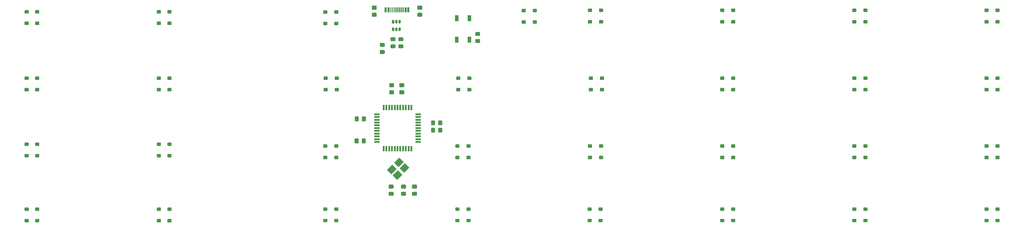
<source format=gbr>
G04 #@! TF.GenerationSoftware,KiCad,Pcbnew,(5.1.2-1)-1*
G04 #@! TF.CreationDate,2020-05-17T11:59:08-05:00*
G04 #@! TF.ProjectId,therick64BASP,74686572-6963-46b3-9634-424153502e6b,rev?*
G04 #@! TF.SameCoordinates,Original*
G04 #@! TF.FileFunction,Paste,Bot*
G04 #@! TF.FilePolarity,Positive*
%FSLAX46Y46*%
G04 Gerber Fmt 4.6, Leading zero omitted, Abs format (unit mm)*
G04 Created by KiCad (PCBNEW (5.1.2-1)-1) date 2020-05-17 11:59:08*
%MOMM*%
%LPD*%
G04 APERTURE LIST*
%ADD10C,0.100000*%
%ADD11C,1.000000*%
%ADD12R,1.100000X1.800000*%
%ADD13C,0.650000*%
%ADD14R,0.650000X1.060000*%
%ADD15C,0.600000*%
%ADD16C,0.300000*%
%ADD17C,1.150000*%
%ADD18C,1.800000*%
%ADD19R,0.500000X1.500000*%
%ADD20R,1.500000X0.500000*%
G04 APERTURE END LIST*
D10*
G36*
X346214503Y-51374581D02*
G01*
X346238772Y-51378181D01*
X346262570Y-51384142D01*
X346285670Y-51392407D01*
X346307848Y-51402897D01*
X346328892Y-51415510D01*
X346348597Y-51430124D01*
X346366776Y-51446600D01*
X346383252Y-51464779D01*
X346397866Y-51484484D01*
X346410479Y-51505528D01*
X346420969Y-51527706D01*
X346429234Y-51550806D01*
X346435195Y-51574604D01*
X346438795Y-51598873D01*
X346439999Y-51623377D01*
X346439999Y-52123377D01*
X346438795Y-52147881D01*
X346435195Y-52172150D01*
X346429234Y-52195948D01*
X346420969Y-52219048D01*
X346410479Y-52241226D01*
X346397866Y-52262270D01*
X346383252Y-52281975D01*
X346366776Y-52300154D01*
X346348597Y-52316630D01*
X346328892Y-52331244D01*
X346307848Y-52343857D01*
X346285670Y-52354347D01*
X346262570Y-52362612D01*
X346238772Y-52368573D01*
X346214503Y-52372173D01*
X346189999Y-52373377D01*
X345489999Y-52373377D01*
X345465495Y-52372173D01*
X345441226Y-52368573D01*
X345417428Y-52362612D01*
X345394328Y-52354347D01*
X345372150Y-52343857D01*
X345351106Y-52331244D01*
X345331401Y-52316630D01*
X345313222Y-52300154D01*
X345296746Y-52281975D01*
X345282132Y-52262270D01*
X345269519Y-52241226D01*
X345259029Y-52219048D01*
X345250764Y-52195948D01*
X345244803Y-52172150D01*
X345241203Y-52147881D01*
X345239999Y-52123377D01*
X345239999Y-51623377D01*
X345241203Y-51598873D01*
X345244803Y-51574604D01*
X345250764Y-51550806D01*
X345259029Y-51527706D01*
X345269519Y-51505528D01*
X345282132Y-51484484D01*
X345296746Y-51464779D01*
X345313222Y-51446600D01*
X345331401Y-51430124D01*
X345351106Y-51415510D01*
X345372150Y-51402897D01*
X345394328Y-51392407D01*
X345417428Y-51384142D01*
X345441226Y-51378181D01*
X345465495Y-51374581D01*
X345489999Y-51373377D01*
X346189999Y-51373377D01*
X346214503Y-51374581D01*
X346214503Y-51374581D01*
G37*
D11*
X345839999Y-51873377D03*
D10*
G36*
X346214503Y-48074581D02*
G01*
X346238772Y-48078181D01*
X346262570Y-48084142D01*
X346285670Y-48092407D01*
X346307848Y-48102897D01*
X346328892Y-48115510D01*
X346348597Y-48130124D01*
X346366776Y-48146600D01*
X346383252Y-48164779D01*
X346397866Y-48184484D01*
X346410479Y-48205528D01*
X346420969Y-48227706D01*
X346429234Y-48250806D01*
X346435195Y-48274604D01*
X346438795Y-48298873D01*
X346439999Y-48323377D01*
X346439999Y-48823377D01*
X346438795Y-48847881D01*
X346435195Y-48872150D01*
X346429234Y-48895948D01*
X346420969Y-48919048D01*
X346410479Y-48941226D01*
X346397866Y-48962270D01*
X346383252Y-48981975D01*
X346366776Y-49000154D01*
X346348597Y-49016630D01*
X346328892Y-49031244D01*
X346307848Y-49043857D01*
X346285670Y-49054347D01*
X346262570Y-49062612D01*
X346238772Y-49068573D01*
X346214503Y-49072173D01*
X346189999Y-49073377D01*
X345489999Y-49073377D01*
X345465495Y-49072173D01*
X345441226Y-49068573D01*
X345417428Y-49062612D01*
X345394328Y-49054347D01*
X345372150Y-49043857D01*
X345351106Y-49031244D01*
X345331401Y-49016630D01*
X345313222Y-49000154D01*
X345296746Y-48981975D01*
X345282132Y-48962270D01*
X345269519Y-48941226D01*
X345259029Y-48919048D01*
X345250764Y-48895948D01*
X345244803Y-48872150D01*
X345241203Y-48847881D01*
X345239999Y-48823377D01*
X345239999Y-48323377D01*
X345241203Y-48298873D01*
X345244803Y-48274604D01*
X345250764Y-48250806D01*
X345259029Y-48227706D01*
X345269519Y-48205528D01*
X345282132Y-48184484D01*
X345296746Y-48164779D01*
X345313222Y-48146600D01*
X345331401Y-48130124D01*
X345351106Y-48115510D01*
X345372150Y-48102897D01*
X345394328Y-48092407D01*
X345417428Y-48084142D01*
X345441226Y-48078181D01*
X345465495Y-48074581D01*
X345489999Y-48073377D01*
X346189999Y-48073377D01*
X346214503Y-48074581D01*
X346214503Y-48074581D01*
G37*
D11*
X345839999Y-48573377D03*
D10*
G36*
X108294503Y-108689206D02*
G01*
X108318772Y-108692806D01*
X108342570Y-108698767D01*
X108365670Y-108707032D01*
X108387848Y-108717522D01*
X108408892Y-108730135D01*
X108428597Y-108744749D01*
X108446776Y-108761225D01*
X108463252Y-108779404D01*
X108477866Y-108799109D01*
X108490479Y-108820153D01*
X108500969Y-108842331D01*
X108509234Y-108865431D01*
X108515195Y-108889229D01*
X108518795Y-108913498D01*
X108519999Y-108938002D01*
X108519999Y-109438002D01*
X108518795Y-109462506D01*
X108515195Y-109486775D01*
X108509234Y-109510573D01*
X108500969Y-109533673D01*
X108490479Y-109555851D01*
X108477866Y-109576895D01*
X108463252Y-109596600D01*
X108446776Y-109614779D01*
X108428597Y-109631255D01*
X108408892Y-109645869D01*
X108387848Y-109658482D01*
X108365670Y-109668972D01*
X108342570Y-109677237D01*
X108318772Y-109683198D01*
X108294503Y-109686798D01*
X108269999Y-109688002D01*
X107569999Y-109688002D01*
X107545495Y-109686798D01*
X107521226Y-109683198D01*
X107497428Y-109677237D01*
X107474328Y-109668972D01*
X107452150Y-109658482D01*
X107431106Y-109645869D01*
X107411401Y-109631255D01*
X107393222Y-109614779D01*
X107376746Y-109596600D01*
X107362132Y-109576895D01*
X107349519Y-109555851D01*
X107339029Y-109533673D01*
X107330764Y-109510573D01*
X107324803Y-109486775D01*
X107321203Y-109462506D01*
X107319999Y-109438002D01*
X107319999Y-108938002D01*
X107321203Y-108913498D01*
X107324803Y-108889229D01*
X107330764Y-108865431D01*
X107339029Y-108842331D01*
X107349519Y-108820153D01*
X107362132Y-108799109D01*
X107376746Y-108779404D01*
X107393222Y-108761225D01*
X107411401Y-108744749D01*
X107431106Y-108730135D01*
X107452150Y-108717522D01*
X107474328Y-108707032D01*
X107497428Y-108698767D01*
X107521226Y-108692806D01*
X107545495Y-108689206D01*
X107569999Y-108688002D01*
X108269999Y-108688002D01*
X108294503Y-108689206D01*
X108294503Y-108689206D01*
G37*
D11*
X107919999Y-109188002D03*
D10*
G36*
X108294503Y-105389206D02*
G01*
X108318772Y-105392806D01*
X108342570Y-105398767D01*
X108365670Y-105407032D01*
X108387848Y-105417522D01*
X108408892Y-105430135D01*
X108428597Y-105444749D01*
X108446776Y-105461225D01*
X108463252Y-105479404D01*
X108477866Y-105499109D01*
X108490479Y-105520153D01*
X108500969Y-105542331D01*
X108509234Y-105565431D01*
X108515195Y-105589229D01*
X108518795Y-105613498D01*
X108519999Y-105638002D01*
X108519999Y-106138002D01*
X108518795Y-106162506D01*
X108515195Y-106186775D01*
X108509234Y-106210573D01*
X108500969Y-106233673D01*
X108490479Y-106255851D01*
X108477866Y-106276895D01*
X108463252Y-106296600D01*
X108446776Y-106314779D01*
X108428597Y-106331255D01*
X108408892Y-106345869D01*
X108387848Y-106358482D01*
X108365670Y-106368972D01*
X108342570Y-106377237D01*
X108318772Y-106383198D01*
X108294503Y-106386798D01*
X108269999Y-106388002D01*
X107569999Y-106388002D01*
X107545495Y-106386798D01*
X107521226Y-106383198D01*
X107497428Y-106377237D01*
X107474328Y-106368972D01*
X107452150Y-106358482D01*
X107431106Y-106345869D01*
X107411401Y-106331255D01*
X107393222Y-106314779D01*
X107376746Y-106296600D01*
X107362132Y-106276895D01*
X107349519Y-106255851D01*
X107339029Y-106233673D01*
X107330764Y-106210573D01*
X107324803Y-106186775D01*
X107321203Y-106162506D01*
X107319999Y-106138002D01*
X107319999Y-105638002D01*
X107321203Y-105613498D01*
X107324803Y-105589229D01*
X107330764Y-105565431D01*
X107339029Y-105542331D01*
X107349519Y-105520153D01*
X107362132Y-105499109D01*
X107376746Y-105479404D01*
X107393222Y-105461225D01*
X107411401Y-105444749D01*
X107431106Y-105430135D01*
X107452150Y-105417522D01*
X107474328Y-105407032D01*
X107497428Y-105398767D01*
X107521226Y-105392806D01*
X107545495Y-105389206D01*
X107569999Y-105388002D01*
X108269999Y-105388002D01*
X108294503Y-105389206D01*
X108294503Y-105389206D01*
G37*
D11*
X107919999Y-105888002D03*
D10*
G36*
X105254503Y-108689206D02*
G01*
X105278772Y-108692806D01*
X105302570Y-108698767D01*
X105325670Y-108707032D01*
X105347848Y-108717522D01*
X105368892Y-108730135D01*
X105388597Y-108744749D01*
X105406776Y-108761225D01*
X105423252Y-108779404D01*
X105437866Y-108799109D01*
X105450479Y-108820153D01*
X105460969Y-108842331D01*
X105469234Y-108865431D01*
X105475195Y-108889229D01*
X105478795Y-108913498D01*
X105479999Y-108938002D01*
X105479999Y-109438002D01*
X105478795Y-109462506D01*
X105475195Y-109486775D01*
X105469234Y-109510573D01*
X105460969Y-109533673D01*
X105450479Y-109555851D01*
X105437866Y-109576895D01*
X105423252Y-109596600D01*
X105406776Y-109614779D01*
X105388597Y-109631255D01*
X105368892Y-109645869D01*
X105347848Y-109658482D01*
X105325670Y-109668972D01*
X105302570Y-109677237D01*
X105278772Y-109683198D01*
X105254503Y-109686798D01*
X105229999Y-109688002D01*
X104529999Y-109688002D01*
X104505495Y-109686798D01*
X104481226Y-109683198D01*
X104457428Y-109677237D01*
X104434328Y-109668972D01*
X104412150Y-109658482D01*
X104391106Y-109645869D01*
X104371401Y-109631255D01*
X104353222Y-109614779D01*
X104336746Y-109596600D01*
X104322132Y-109576895D01*
X104309519Y-109555851D01*
X104299029Y-109533673D01*
X104290764Y-109510573D01*
X104284803Y-109486775D01*
X104281203Y-109462506D01*
X104279999Y-109438002D01*
X104279999Y-108938002D01*
X104281203Y-108913498D01*
X104284803Y-108889229D01*
X104290764Y-108865431D01*
X104299029Y-108842331D01*
X104309519Y-108820153D01*
X104322132Y-108799109D01*
X104336746Y-108779404D01*
X104353222Y-108761225D01*
X104371401Y-108744749D01*
X104391106Y-108730135D01*
X104412150Y-108717522D01*
X104434328Y-108707032D01*
X104457428Y-108698767D01*
X104481226Y-108692806D01*
X104505495Y-108689206D01*
X104529999Y-108688002D01*
X105229999Y-108688002D01*
X105254503Y-108689206D01*
X105254503Y-108689206D01*
G37*
D11*
X104879999Y-109188002D03*
D10*
G36*
X105254503Y-105389206D02*
G01*
X105278772Y-105392806D01*
X105302570Y-105398767D01*
X105325670Y-105407032D01*
X105347848Y-105417522D01*
X105368892Y-105430135D01*
X105388597Y-105444749D01*
X105406776Y-105461225D01*
X105423252Y-105479404D01*
X105437866Y-105499109D01*
X105450479Y-105520153D01*
X105460969Y-105542331D01*
X105469234Y-105565431D01*
X105475195Y-105589229D01*
X105478795Y-105613498D01*
X105479999Y-105638002D01*
X105479999Y-106138002D01*
X105478795Y-106162506D01*
X105475195Y-106186775D01*
X105469234Y-106210573D01*
X105460969Y-106233673D01*
X105450479Y-106255851D01*
X105437866Y-106276895D01*
X105423252Y-106296600D01*
X105406776Y-106314779D01*
X105388597Y-106331255D01*
X105368892Y-106345869D01*
X105347848Y-106358482D01*
X105325670Y-106368972D01*
X105302570Y-106377237D01*
X105278772Y-106383198D01*
X105254503Y-106386798D01*
X105229999Y-106388002D01*
X104529999Y-106388002D01*
X104505495Y-106386798D01*
X104481226Y-106383198D01*
X104457428Y-106377237D01*
X104434328Y-106368972D01*
X104412150Y-106358482D01*
X104391106Y-106345869D01*
X104371401Y-106331255D01*
X104353222Y-106314779D01*
X104336746Y-106296600D01*
X104322132Y-106276895D01*
X104309519Y-106255851D01*
X104299029Y-106233673D01*
X104290764Y-106210573D01*
X104284803Y-106186775D01*
X104281203Y-106162506D01*
X104279999Y-106138002D01*
X104279999Y-105638002D01*
X104281203Y-105613498D01*
X104284803Y-105589229D01*
X104290764Y-105565431D01*
X104299029Y-105542331D01*
X104309519Y-105520153D01*
X104322132Y-105499109D01*
X104336746Y-105479404D01*
X104353222Y-105461225D01*
X104371401Y-105444749D01*
X104391106Y-105430135D01*
X104412150Y-105417522D01*
X104434328Y-105407032D01*
X104457428Y-105398767D01*
X104481226Y-105392806D01*
X104505495Y-105389206D01*
X104529999Y-105388002D01*
X105229999Y-105388002D01*
X105254503Y-105389206D01*
X105254503Y-105389206D01*
G37*
D11*
X104879999Y-105888002D03*
D10*
G36*
X70294503Y-108689206D02*
G01*
X70318772Y-108692806D01*
X70342570Y-108698767D01*
X70365670Y-108707032D01*
X70387848Y-108717522D01*
X70408892Y-108730135D01*
X70428597Y-108744749D01*
X70446776Y-108761225D01*
X70463252Y-108779404D01*
X70477866Y-108799109D01*
X70490479Y-108820153D01*
X70500969Y-108842331D01*
X70509234Y-108865431D01*
X70515195Y-108889229D01*
X70518795Y-108913498D01*
X70519999Y-108938002D01*
X70519999Y-109438002D01*
X70518795Y-109462506D01*
X70515195Y-109486775D01*
X70509234Y-109510573D01*
X70500969Y-109533673D01*
X70490479Y-109555851D01*
X70477866Y-109576895D01*
X70463252Y-109596600D01*
X70446776Y-109614779D01*
X70428597Y-109631255D01*
X70408892Y-109645869D01*
X70387848Y-109658482D01*
X70365670Y-109668972D01*
X70342570Y-109677237D01*
X70318772Y-109683198D01*
X70294503Y-109686798D01*
X70269999Y-109688002D01*
X69569999Y-109688002D01*
X69545495Y-109686798D01*
X69521226Y-109683198D01*
X69497428Y-109677237D01*
X69474328Y-109668972D01*
X69452150Y-109658482D01*
X69431106Y-109645869D01*
X69411401Y-109631255D01*
X69393222Y-109614779D01*
X69376746Y-109596600D01*
X69362132Y-109576895D01*
X69349519Y-109555851D01*
X69339029Y-109533673D01*
X69330764Y-109510573D01*
X69324803Y-109486775D01*
X69321203Y-109462506D01*
X69319999Y-109438002D01*
X69319999Y-108938002D01*
X69321203Y-108913498D01*
X69324803Y-108889229D01*
X69330764Y-108865431D01*
X69339029Y-108842331D01*
X69349519Y-108820153D01*
X69362132Y-108799109D01*
X69376746Y-108779404D01*
X69393222Y-108761225D01*
X69411401Y-108744749D01*
X69431106Y-108730135D01*
X69452150Y-108717522D01*
X69474328Y-108707032D01*
X69497428Y-108698767D01*
X69521226Y-108692806D01*
X69545495Y-108689206D01*
X69569999Y-108688002D01*
X70269999Y-108688002D01*
X70294503Y-108689206D01*
X70294503Y-108689206D01*
G37*
D11*
X69919999Y-109188002D03*
D10*
G36*
X70294503Y-105389206D02*
G01*
X70318772Y-105392806D01*
X70342570Y-105398767D01*
X70365670Y-105407032D01*
X70387848Y-105417522D01*
X70408892Y-105430135D01*
X70428597Y-105444749D01*
X70446776Y-105461225D01*
X70463252Y-105479404D01*
X70477866Y-105499109D01*
X70490479Y-105520153D01*
X70500969Y-105542331D01*
X70509234Y-105565431D01*
X70515195Y-105589229D01*
X70518795Y-105613498D01*
X70519999Y-105638002D01*
X70519999Y-106138002D01*
X70518795Y-106162506D01*
X70515195Y-106186775D01*
X70509234Y-106210573D01*
X70500969Y-106233673D01*
X70490479Y-106255851D01*
X70477866Y-106276895D01*
X70463252Y-106296600D01*
X70446776Y-106314779D01*
X70428597Y-106331255D01*
X70408892Y-106345869D01*
X70387848Y-106358482D01*
X70365670Y-106368972D01*
X70342570Y-106377237D01*
X70318772Y-106383198D01*
X70294503Y-106386798D01*
X70269999Y-106388002D01*
X69569999Y-106388002D01*
X69545495Y-106386798D01*
X69521226Y-106383198D01*
X69497428Y-106377237D01*
X69474328Y-106368972D01*
X69452150Y-106358482D01*
X69431106Y-106345869D01*
X69411401Y-106331255D01*
X69393222Y-106314779D01*
X69376746Y-106296600D01*
X69362132Y-106276895D01*
X69349519Y-106255851D01*
X69339029Y-106233673D01*
X69330764Y-106210573D01*
X69324803Y-106186775D01*
X69321203Y-106162506D01*
X69319999Y-106138002D01*
X69319999Y-105638002D01*
X69321203Y-105613498D01*
X69324803Y-105589229D01*
X69330764Y-105565431D01*
X69339029Y-105542331D01*
X69349519Y-105520153D01*
X69362132Y-105499109D01*
X69376746Y-105479404D01*
X69393222Y-105461225D01*
X69411401Y-105444749D01*
X69431106Y-105430135D01*
X69452150Y-105417522D01*
X69474328Y-105407032D01*
X69497428Y-105398767D01*
X69521226Y-105392806D01*
X69545495Y-105389206D01*
X69569999Y-105388002D01*
X70269999Y-105388002D01*
X70294503Y-105389206D01*
X70294503Y-105389206D01*
G37*
D11*
X69919999Y-105888002D03*
D10*
G36*
X67254503Y-108689206D02*
G01*
X67278772Y-108692806D01*
X67302570Y-108698767D01*
X67325670Y-108707032D01*
X67347848Y-108717522D01*
X67368892Y-108730135D01*
X67388597Y-108744749D01*
X67406776Y-108761225D01*
X67423252Y-108779404D01*
X67437866Y-108799109D01*
X67450479Y-108820153D01*
X67460969Y-108842331D01*
X67469234Y-108865431D01*
X67475195Y-108889229D01*
X67478795Y-108913498D01*
X67479999Y-108938002D01*
X67479999Y-109438002D01*
X67478795Y-109462506D01*
X67475195Y-109486775D01*
X67469234Y-109510573D01*
X67460969Y-109533673D01*
X67450479Y-109555851D01*
X67437866Y-109576895D01*
X67423252Y-109596600D01*
X67406776Y-109614779D01*
X67388597Y-109631255D01*
X67368892Y-109645869D01*
X67347848Y-109658482D01*
X67325670Y-109668972D01*
X67302570Y-109677237D01*
X67278772Y-109683198D01*
X67254503Y-109686798D01*
X67229999Y-109688002D01*
X66529999Y-109688002D01*
X66505495Y-109686798D01*
X66481226Y-109683198D01*
X66457428Y-109677237D01*
X66434328Y-109668972D01*
X66412150Y-109658482D01*
X66391106Y-109645869D01*
X66371401Y-109631255D01*
X66353222Y-109614779D01*
X66336746Y-109596600D01*
X66322132Y-109576895D01*
X66309519Y-109555851D01*
X66299029Y-109533673D01*
X66290764Y-109510573D01*
X66284803Y-109486775D01*
X66281203Y-109462506D01*
X66279999Y-109438002D01*
X66279999Y-108938002D01*
X66281203Y-108913498D01*
X66284803Y-108889229D01*
X66290764Y-108865431D01*
X66299029Y-108842331D01*
X66309519Y-108820153D01*
X66322132Y-108799109D01*
X66336746Y-108779404D01*
X66353222Y-108761225D01*
X66371401Y-108744749D01*
X66391106Y-108730135D01*
X66412150Y-108717522D01*
X66434328Y-108707032D01*
X66457428Y-108698767D01*
X66481226Y-108692806D01*
X66505495Y-108689206D01*
X66529999Y-108688002D01*
X67229999Y-108688002D01*
X67254503Y-108689206D01*
X67254503Y-108689206D01*
G37*
D11*
X66879999Y-109188002D03*
D10*
G36*
X67254503Y-105389206D02*
G01*
X67278772Y-105392806D01*
X67302570Y-105398767D01*
X67325670Y-105407032D01*
X67347848Y-105417522D01*
X67368892Y-105430135D01*
X67388597Y-105444749D01*
X67406776Y-105461225D01*
X67423252Y-105479404D01*
X67437866Y-105499109D01*
X67450479Y-105520153D01*
X67460969Y-105542331D01*
X67469234Y-105565431D01*
X67475195Y-105589229D01*
X67478795Y-105613498D01*
X67479999Y-105638002D01*
X67479999Y-106138002D01*
X67478795Y-106162506D01*
X67475195Y-106186775D01*
X67469234Y-106210573D01*
X67460969Y-106233673D01*
X67450479Y-106255851D01*
X67437866Y-106276895D01*
X67423252Y-106296600D01*
X67406776Y-106314779D01*
X67388597Y-106331255D01*
X67368892Y-106345869D01*
X67347848Y-106358482D01*
X67325670Y-106368972D01*
X67302570Y-106377237D01*
X67278772Y-106383198D01*
X67254503Y-106386798D01*
X67229999Y-106388002D01*
X66529999Y-106388002D01*
X66505495Y-106386798D01*
X66481226Y-106383198D01*
X66457428Y-106377237D01*
X66434328Y-106368972D01*
X66412150Y-106358482D01*
X66391106Y-106345869D01*
X66371401Y-106331255D01*
X66353222Y-106314779D01*
X66336746Y-106296600D01*
X66322132Y-106276895D01*
X66309519Y-106255851D01*
X66299029Y-106233673D01*
X66290764Y-106210573D01*
X66284803Y-106186775D01*
X66281203Y-106162506D01*
X66279999Y-106138002D01*
X66279999Y-105638002D01*
X66281203Y-105613498D01*
X66284803Y-105589229D01*
X66290764Y-105565431D01*
X66299029Y-105542331D01*
X66309519Y-105520153D01*
X66322132Y-105499109D01*
X66336746Y-105479404D01*
X66353222Y-105461225D01*
X66371401Y-105444749D01*
X66391106Y-105430135D01*
X66412150Y-105417522D01*
X66434328Y-105407032D01*
X66457428Y-105398767D01*
X66481226Y-105392806D01*
X66505495Y-105389206D01*
X66529999Y-105388002D01*
X67229999Y-105388002D01*
X67254503Y-105389206D01*
X67254503Y-105389206D01*
G37*
D11*
X66879999Y-105888002D03*
D10*
G36*
X108294503Y-89944206D02*
G01*
X108318772Y-89947806D01*
X108342570Y-89953767D01*
X108365670Y-89962032D01*
X108387848Y-89972522D01*
X108408892Y-89985135D01*
X108428597Y-89999749D01*
X108446776Y-90016225D01*
X108463252Y-90034404D01*
X108477866Y-90054109D01*
X108490479Y-90075153D01*
X108500969Y-90097331D01*
X108509234Y-90120431D01*
X108515195Y-90144229D01*
X108518795Y-90168498D01*
X108519999Y-90193002D01*
X108519999Y-90693002D01*
X108518795Y-90717506D01*
X108515195Y-90741775D01*
X108509234Y-90765573D01*
X108500969Y-90788673D01*
X108490479Y-90810851D01*
X108477866Y-90831895D01*
X108463252Y-90851600D01*
X108446776Y-90869779D01*
X108428597Y-90886255D01*
X108408892Y-90900869D01*
X108387848Y-90913482D01*
X108365670Y-90923972D01*
X108342570Y-90932237D01*
X108318772Y-90938198D01*
X108294503Y-90941798D01*
X108269999Y-90943002D01*
X107569999Y-90943002D01*
X107545495Y-90941798D01*
X107521226Y-90938198D01*
X107497428Y-90932237D01*
X107474328Y-90923972D01*
X107452150Y-90913482D01*
X107431106Y-90900869D01*
X107411401Y-90886255D01*
X107393222Y-90869779D01*
X107376746Y-90851600D01*
X107362132Y-90831895D01*
X107349519Y-90810851D01*
X107339029Y-90788673D01*
X107330764Y-90765573D01*
X107324803Y-90741775D01*
X107321203Y-90717506D01*
X107319999Y-90693002D01*
X107319999Y-90193002D01*
X107321203Y-90168498D01*
X107324803Y-90144229D01*
X107330764Y-90120431D01*
X107339029Y-90097331D01*
X107349519Y-90075153D01*
X107362132Y-90054109D01*
X107376746Y-90034404D01*
X107393222Y-90016225D01*
X107411401Y-89999749D01*
X107431106Y-89985135D01*
X107452150Y-89972522D01*
X107474328Y-89962032D01*
X107497428Y-89953767D01*
X107521226Y-89947806D01*
X107545495Y-89944206D01*
X107569999Y-89943002D01*
X108269999Y-89943002D01*
X108294503Y-89944206D01*
X108294503Y-89944206D01*
G37*
D11*
X107919999Y-90443002D03*
D10*
G36*
X108294503Y-86644206D02*
G01*
X108318772Y-86647806D01*
X108342570Y-86653767D01*
X108365670Y-86662032D01*
X108387848Y-86672522D01*
X108408892Y-86685135D01*
X108428597Y-86699749D01*
X108446776Y-86716225D01*
X108463252Y-86734404D01*
X108477866Y-86754109D01*
X108490479Y-86775153D01*
X108500969Y-86797331D01*
X108509234Y-86820431D01*
X108515195Y-86844229D01*
X108518795Y-86868498D01*
X108519999Y-86893002D01*
X108519999Y-87393002D01*
X108518795Y-87417506D01*
X108515195Y-87441775D01*
X108509234Y-87465573D01*
X108500969Y-87488673D01*
X108490479Y-87510851D01*
X108477866Y-87531895D01*
X108463252Y-87551600D01*
X108446776Y-87569779D01*
X108428597Y-87586255D01*
X108408892Y-87600869D01*
X108387848Y-87613482D01*
X108365670Y-87623972D01*
X108342570Y-87632237D01*
X108318772Y-87638198D01*
X108294503Y-87641798D01*
X108269999Y-87643002D01*
X107569999Y-87643002D01*
X107545495Y-87641798D01*
X107521226Y-87638198D01*
X107497428Y-87632237D01*
X107474328Y-87623972D01*
X107452150Y-87613482D01*
X107431106Y-87600869D01*
X107411401Y-87586255D01*
X107393222Y-87569779D01*
X107376746Y-87551600D01*
X107362132Y-87531895D01*
X107349519Y-87510851D01*
X107339029Y-87488673D01*
X107330764Y-87465573D01*
X107324803Y-87441775D01*
X107321203Y-87417506D01*
X107319999Y-87393002D01*
X107319999Y-86893002D01*
X107321203Y-86868498D01*
X107324803Y-86844229D01*
X107330764Y-86820431D01*
X107339029Y-86797331D01*
X107349519Y-86775153D01*
X107362132Y-86754109D01*
X107376746Y-86734404D01*
X107393222Y-86716225D01*
X107411401Y-86699749D01*
X107431106Y-86685135D01*
X107452150Y-86672522D01*
X107474328Y-86662032D01*
X107497428Y-86653767D01*
X107521226Y-86647806D01*
X107545495Y-86644206D01*
X107569999Y-86643002D01*
X108269999Y-86643002D01*
X108294503Y-86644206D01*
X108294503Y-86644206D01*
G37*
D11*
X107919999Y-87143002D03*
D10*
G36*
X105254503Y-89944206D02*
G01*
X105278772Y-89947806D01*
X105302570Y-89953767D01*
X105325670Y-89962032D01*
X105347848Y-89972522D01*
X105368892Y-89985135D01*
X105388597Y-89999749D01*
X105406776Y-90016225D01*
X105423252Y-90034404D01*
X105437866Y-90054109D01*
X105450479Y-90075153D01*
X105460969Y-90097331D01*
X105469234Y-90120431D01*
X105475195Y-90144229D01*
X105478795Y-90168498D01*
X105479999Y-90193002D01*
X105479999Y-90693002D01*
X105478795Y-90717506D01*
X105475195Y-90741775D01*
X105469234Y-90765573D01*
X105460969Y-90788673D01*
X105450479Y-90810851D01*
X105437866Y-90831895D01*
X105423252Y-90851600D01*
X105406776Y-90869779D01*
X105388597Y-90886255D01*
X105368892Y-90900869D01*
X105347848Y-90913482D01*
X105325670Y-90923972D01*
X105302570Y-90932237D01*
X105278772Y-90938198D01*
X105254503Y-90941798D01*
X105229999Y-90943002D01*
X104529999Y-90943002D01*
X104505495Y-90941798D01*
X104481226Y-90938198D01*
X104457428Y-90932237D01*
X104434328Y-90923972D01*
X104412150Y-90913482D01*
X104391106Y-90900869D01*
X104371401Y-90886255D01*
X104353222Y-90869779D01*
X104336746Y-90851600D01*
X104322132Y-90831895D01*
X104309519Y-90810851D01*
X104299029Y-90788673D01*
X104290764Y-90765573D01*
X104284803Y-90741775D01*
X104281203Y-90717506D01*
X104279999Y-90693002D01*
X104279999Y-90193002D01*
X104281203Y-90168498D01*
X104284803Y-90144229D01*
X104290764Y-90120431D01*
X104299029Y-90097331D01*
X104309519Y-90075153D01*
X104322132Y-90054109D01*
X104336746Y-90034404D01*
X104353222Y-90016225D01*
X104371401Y-89999749D01*
X104391106Y-89985135D01*
X104412150Y-89972522D01*
X104434328Y-89962032D01*
X104457428Y-89953767D01*
X104481226Y-89947806D01*
X104505495Y-89944206D01*
X104529999Y-89943002D01*
X105229999Y-89943002D01*
X105254503Y-89944206D01*
X105254503Y-89944206D01*
G37*
D11*
X104879999Y-90443002D03*
D10*
G36*
X105254503Y-86644206D02*
G01*
X105278772Y-86647806D01*
X105302570Y-86653767D01*
X105325670Y-86662032D01*
X105347848Y-86672522D01*
X105368892Y-86685135D01*
X105388597Y-86699749D01*
X105406776Y-86716225D01*
X105423252Y-86734404D01*
X105437866Y-86754109D01*
X105450479Y-86775153D01*
X105460969Y-86797331D01*
X105469234Y-86820431D01*
X105475195Y-86844229D01*
X105478795Y-86868498D01*
X105479999Y-86893002D01*
X105479999Y-87393002D01*
X105478795Y-87417506D01*
X105475195Y-87441775D01*
X105469234Y-87465573D01*
X105460969Y-87488673D01*
X105450479Y-87510851D01*
X105437866Y-87531895D01*
X105423252Y-87551600D01*
X105406776Y-87569779D01*
X105388597Y-87586255D01*
X105368892Y-87600869D01*
X105347848Y-87613482D01*
X105325670Y-87623972D01*
X105302570Y-87632237D01*
X105278772Y-87638198D01*
X105254503Y-87641798D01*
X105229999Y-87643002D01*
X104529999Y-87643002D01*
X104505495Y-87641798D01*
X104481226Y-87638198D01*
X104457428Y-87632237D01*
X104434328Y-87623972D01*
X104412150Y-87613482D01*
X104391106Y-87600869D01*
X104371401Y-87586255D01*
X104353222Y-87569779D01*
X104336746Y-87551600D01*
X104322132Y-87531895D01*
X104309519Y-87510851D01*
X104299029Y-87488673D01*
X104290764Y-87465573D01*
X104284803Y-87441775D01*
X104281203Y-87417506D01*
X104279999Y-87393002D01*
X104279999Y-86893002D01*
X104281203Y-86868498D01*
X104284803Y-86844229D01*
X104290764Y-86820431D01*
X104299029Y-86797331D01*
X104309519Y-86775153D01*
X104322132Y-86754109D01*
X104336746Y-86734404D01*
X104353222Y-86716225D01*
X104371401Y-86699749D01*
X104391106Y-86685135D01*
X104412150Y-86672522D01*
X104434328Y-86662032D01*
X104457428Y-86653767D01*
X104481226Y-86647806D01*
X104505495Y-86644206D01*
X104529999Y-86643002D01*
X105229999Y-86643002D01*
X105254503Y-86644206D01*
X105254503Y-86644206D01*
G37*
D11*
X104879999Y-87143002D03*
D10*
G36*
X70294503Y-89944206D02*
G01*
X70318772Y-89947806D01*
X70342570Y-89953767D01*
X70365670Y-89962032D01*
X70387848Y-89972522D01*
X70408892Y-89985135D01*
X70428597Y-89999749D01*
X70446776Y-90016225D01*
X70463252Y-90034404D01*
X70477866Y-90054109D01*
X70490479Y-90075153D01*
X70500969Y-90097331D01*
X70509234Y-90120431D01*
X70515195Y-90144229D01*
X70518795Y-90168498D01*
X70519999Y-90193002D01*
X70519999Y-90693002D01*
X70518795Y-90717506D01*
X70515195Y-90741775D01*
X70509234Y-90765573D01*
X70500969Y-90788673D01*
X70490479Y-90810851D01*
X70477866Y-90831895D01*
X70463252Y-90851600D01*
X70446776Y-90869779D01*
X70428597Y-90886255D01*
X70408892Y-90900869D01*
X70387848Y-90913482D01*
X70365670Y-90923972D01*
X70342570Y-90932237D01*
X70318772Y-90938198D01*
X70294503Y-90941798D01*
X70269999Y-90943002D01*
X69569999Y-90943002D01*
X69545495Y-90941798D01*
X69521226Y-90938198D01*
X69497428Y-90932237D01*
X69474328Y-90923972D01*
X69452150Y-90913482D01*
X69431106Y-90900869D01*
X69411401Y-90886255D01*
X69393222Y-90869779D01*
X69376746Y-90851600D01*
X69362132Y-90831895D01*
X69349519Y-90810851D01*
X69339029Y-90788673D01*
X69330764Y-90765573D01*
X69324803Y-90741775D01*
X69321203Y-90717506D01*
X69319999Y-90693002D01*
X69319999Y-90193002D01*
X69321203Y-90168498D01*
X69324803Y-90144229D01*
X69330764Y-90120431D01*
X69339029Y-90097331D01*
X69349519Y-90075153D01*
X69362132Y-90054109D01*
X69376746Y-90034404D01*
X69393222Y-90016225D01*
X69411401Y-89999749D01*
X69431106Y-89985135D01*
X69452150Y-89972522D01*
X69474328Y-89962032D01*
X69497428Y-89953767D01*
X69521226Y-89947806D01*
X69545495Y-89944206D01*
X69569999Y-89943002D01*
X70269999Y-89943002D01*
X70294503Y-89944206D01*
X70294503Y-89944206D01*
G37*
D11*
X69919999Y-90443002D03*
D10*
G36*
X70294503Y-86644206D02*
G01*
X70318772Y-86647806D01*
X70342570Y-86653767D01*
X70365670Y-86662032D01*
X70387848Y-86672522D01*
X70408892Y-86685135D01*
X70428597Y-86699749D01*
X70446776Y-86716225D01*
X70463252Y-86734404D01*
X70477866Y-86754109D01*
X70490479Y-86775153D01*
X70500969Y-86797331D01*
X70509234Y-86820431D01*
X70515195Y-86844229D01*
X70518795Y-86868498D01*
X70519999Y-86893002D01*
X70519999Y-87393002D01*
X70518795Y-87417506D01*
X70515195Y-87441775D01*
X70509234Y-87465573D01*
X70500969Y-87488673D01*
X70490479Y-87510851D01*
X70477866Y-87531895D01*
X70463252Y-87551600D01*
X70446776Y-87569779D01*
X70428597Y-87586255D01*
X70408892Y-87600869D01*
X70387848Y-87613482D01*
X70365670Y-87623972D01*
X70342570Y-87632237D01*
X70318772Y-87638198D01*
X70294503Y-87641798D01*
X70269999Y-87643002D01*
X69569999Y-87643002D01*
X69545495Y-87641798D01*
X69521226Y-87638198D01*
X69497428Y-87632237D01*
X69474328Y-87623972D01*
X69452150Y-87613482D01*
X69431106Y-87600869D01*
X69411401Y-87586255D01*
X69393222Y-87569779D01*
X69376746Y-87551600D01*
X69362132Y-87531895D01*
X69349519Y-87510851D01*
X69339029Y-87488673D01*
X69330764Y-87465573D01*
X69324803Y-87441775D01*
X69321203Y-87417506D01*
X69319999Y-87393002D01*
X69319999Y-86893002D01*
X69321203Y-86868498D01*
X69324803Y-86844229D01*
X69330764Y-86820431D01*
X69339029Y-86797331D01*
X69349519Y-86775153D01*
X69362132Y-86754109D01*
X69376746Y-86734404D01*
X69393222Y-86716225D01*
X69411401Y-86699749D01*
X69431106Y-86685135D01*
X69452150Y-86672522D01*
X69474328Y-86662032D01*
X69497428Y-86653767D01*
X69521226Y-86647806D01*
X69545495Y-86644206D01*
X69569999Y-86643002D01*
X70269999Y-86643002D01*
X70294503Y-86644206D01*
X70294503Y-86644206D01*
G37*
D11*
X69919999Y-87143002D03*
D10*
G36*
X67254503Y-89944206D02*
G01*
X67278772Y-89947806D01*
X67302570Y-89953767D01*
X67325670Y-89962032D01*
X67347848Y-89972522D01*
X67368892Y-89985135D01*
X67388597Y-89999749D01*
X67406776Y-90016225D01*
X67423252Y-90034404D01*
X67437866Y-90054109D01*
X67450479Y-90075153D01*
X67460969Y-90097331D01*
X67469234Y-90120431D01*
X67475195Y-90144229D01*
X67478795Y-90168498D01*
X67479999Y-90193002D01*
X67479999Y-90693002D01*
X67478795Y-90717506D01*
X67475195Y-90741775D01*
X67469234Y-90765573D01*
X67460969Y-90788673D01*
X67450479Y-90810851D01*
X67437866Y-90831895D01*
X67423252Y-90851600D01*
X67406776Y-90869779D01*
X67388597Y-90886255D01*
X67368892Y-90900869D01*
X67347848Y-90913482D01*
X67325670Y-90923972D01*
X67302570Y-90932237D01*
X67278772Y-90938198D01*
X67254503Y-90941798D01*
X67229999Y-90943002D01*
X66529999Y-90943002D01*
X66505495Y-90941798D01*
X66481226Y-90938198D01*
X66457428Y-90932237D01*
X66434328Y-90923972D01*
X66412150Y-90913482D01*
X66391106Y-90900869D01*
X66371401Y-90886255D01*
X66353222Y-90869779D01*
X66336746Y-90851600D01*
X66322132Y-90831895D01*
X66309519Y-90810851D01*
X66299029Y-90788673D01*
X66290764Y-90765573D01*
X66284803Y-90741775D01*
X66281203Y-90717506D01*
X66279999Y-90693002D01*
X66279999Y-90193002D01*
X66281203Y-90168498D01*
X66284803Y-90144229D01*
X66290764Y-90120431D01*
X66299029Y-90097331D01*
X66309519Y-90075153D01*
X66322132Y-90054109D01*
X66336746Y-90034404D01*
X66353222Y-90016225D01*
X66371401Y-89999749D01*
X66391106Y-89985135D01*
X66412150Y-89972522D01*
X66434328Y-89962032D01*
X66457428Y-89953767D01*
X66481226Y-89947806D01*
X66505495Y-89944206D01*
X66529999Y-89943002D01*
X67229999Y-89943002D01*
X67254503Y-89944206D01*
X67254503Y-89944206D01*
G37*
D11*
X66879999Y-90443002D03*
D10*
G36*
X67254503Y-86644206D02*
G01*
X67278772Y-86647806D01*
X67302570Y-86653767D01*
X67325670Y-86662032D01*
X67347848Y-86672522D01*
X67368892Y-86685135D01*
X67388597Y-86699749D01*
X67406776Y-86716225D01*
X67423252Y-86734404D01*
X67437866Y-86754109D01*
X67450479Y-86775153D01*
X67460969Y-86797331D01*
X67469234Y-86820431D01*
X67475195Y-86844229D01*
X67478795Y-86868498D01*
X67479999Y-86893002D01*
X67479999Y-87393002D01*
X67478795Y-87417506D01*
X67475195Y-87441775D01*
X67469234Y-87465573D01*
X67460969Y-87488673D01*
X67450479Y-87510851D01*
X67437866Y-87531895D01*
X67423252Y-87551600D01*
X67406776Y-87569779D01*
X67388597Y-87586255D01*
X67368892Y-87600869D01*
X67347848Y-87613482D01*
X67325670Y-87623972D01*
X67302570Y-87632237D01*
X67278772Y-87638198D01*
X67254503Y-87641798D01*
X67229999Y-87643002D01*
X66529999Y-87643002D01*
X66505495Y-87641798D01*
X66481226Y-87638198D01*
X66457428Y-87632237D01*
X66434328Y-87623972D01*
X66412150Y-87613482D01*
X66391106Y-87600869D01*
X66371401Y-87586255D01*
X66353222Y-87569779D01*
X66336746Y-87551600D01*
X66322132Y-87531895D01*
X66309519Y-87510851D01*
X66299029Y-87488673D01*
X66290764Y-87465573D01*
X66284803Y-87441775D01*
X66281203Y-87417506D01*
X66279999Y-87393002D01*
X66279999Y-86893002D01*
X66281203Y-86868498D01*
X66284803Y-86844229D01*
X66290764Y-86820431D01*
X66299029Y-86797331D01*
X66309519Y-86775153D01*
X66322132Y-86754109D01*
X66336746Y-86734404D01*
X66353222Y-86716225D01*
X66371401Y-86699749D01*
X66391106Y-86685135D01*
X66412150Y-86672522D01*
X66434328Y-86662032D01*
X66457428Y-86653767D01*
X66481226Y-86647806D01*
X66505495Y-86644206D01*
X66529999Y-86643002D01*
X67229999Y-86643002D01*
X67254503Y-86644206D01*
X67254503Y-86644206D01*
G37*
D11*
X66879999Y-87143002D03*
D10*
G36*
X108294503Y-70943206D02*
G01*
X108318772Y-70946806D01*
X108342570Y-70952767D01*
X108365670Y-70961032D01*
X108387848Y-70971522D01*
X108408892Y-70984135D01*
X108428597Y-70998749D01*
X108446776Y-71015225D01*
X108463252Y-71033404D01*
X108477866Y-71053109D01*
X108490479Y-71074153D01*
X108500969Y-71096331D01*
X108509234Y-71119431D01*
X108515195Y-71143229D01*
X108518795Y-71167498D01*
X108519999Y-71192002D01*
X108519999Y-71692002D01*
X108518795Y-71716506D01*
X108515195Y-71740775D01*
X108509234Y-71764573D01*
X108500969Y-71787673D01*
X108490479Y-71809851D01*
X108477866Y-71830895D01*
X108463252Y-71850600D01*
X108446776Y-71868779D01*
X108428597Y-71885255D01*
X108408892Y-71899869D01*
X108387848Y-71912482D01*
X108365670Y-71922972D01*
X108342570Y-71931237D01*
X108318772Y-71937198D01*
X108294503Y-71940798D01*
X108269999Y-71942002D01*
X107569999Y-71942002D01*
X107545495Y-71940798D01*
X107521226Y-71937198D01*
X107497428Y-71931237D01*
X107474328Y-71922972D01*
X107452150Y-71912482D01*
X107431106Y-71899869D01*
X107411401Y-71885255D01*
X107393222Y-71868779D01*
X107376746Y-71850600D01*
X107362132Y-71830895D01*
X107349519Y-71809851D01*
X107339029Y-71787673D01*
X107330764Y-71764573D01*
X107324803Y-71740775D01*
X107321203Y-71716506D01*
X107319999Y-71692002D01*
X107319999Y-71192002D01*
X107321203Y-71167498D01*
X107324803Y-71143229D01*
X107330764Y-71119431D01*
X107339029Y-71096331D01*
X107349519Y-71074153D01*
X107362132Y-71053109D01*
X107376746Y-71033404D01*
X107393222Y-71015225D01*
X107411401Y-70998749D01*
X107431106Y-70984135D01*
X107452150Y-70971522D01*
X107474328Y-70961032D01*
X107497428Y-70952767D01*
X107521226Y-70946806D01*
X107545495Y-70943206D01*
X107569999Y-70942002D01*
X108269999Y-70942002D01*
X108294503Y-70943206D01*
X108294503Y-70943206D01*
G37*
D11*
X107919999Y-71442002D03*
D10*
G36*
X108294503Y-67643206D02*
G01*
X108318772Y-67646806D01*
X108342570Y-67652767D01*
X108365670Y-67661032D01*
X108387848Y-67671522D01*
X108408892Y-67684135D01*
X108428597Y-67698749D01*
X108446776Y-67715225D01*
X108463252Y-67733404D01*
X108477866Y-67753109D01*
X108490479Y-67774153D01*
X108500969Y-67796331D01*
X108509234Y-67819431D01*
X108515195Y-67843229D01*
X108518795Y-67867498D01*
X108519999Y-67892002D01*
X108519999Y-68392002D01*
X108518795Y-68416506D01*
X108515195Y-68440775D01*
X108509234Y-68464573D01*
X108500969Y-68487673D01*
X108490479Y-68509851D01*
X108477866Y-68530895D01*
X108463252Y-68550600D01*
X108446776Y-68568779D01*
X108428597Y-68585255D01*
X108408892Y-68599869D01*
X108387848Y-68612482D01*
X108365670Y-68622972D01*
X108342570Y-68631237D01*
X108318772Y-68637198D01*
X108294503Y-68640798D01*
X108269999Y-68642002D01*
X107569999Y-68642002D01*
X107545495Y-68640798D01*
X107521226Y-68637198D01*
X107497428Y-68631237D01*
X107474328Y-68622972D01*
X107452150Y-68612482D01*
X107431106Y-68599869D01*
X107411401Y-68585255D01*
X107393222Y-68568779D01*
X107376746Y-68550600D01*
X107362132Y-68530895D01*
X107349519Y-68509851D01*
X107339029Y-68487673D01*
X107330764Y-68464573D01*
X107324803Y-68440775D01*
X107321203Y-68416506D01*
X107319999Y-68392002D01*
X107319999Y-67892002D01*
X107321203Y-67867498D01*
X107324803Y-67843229D01*
X107330764Y-67819431D01*
X107339029Y-67796331D01*
X107349519Y-67774153D01*
X107362132Y-67753109D01*
X107376746Y-67733404D01*
X107393222Y-67715225D01*
X107411401Y-67698749D01*
X107431106Y-67684135D01*
X107452150Y-67671522D01*
X107474328Y-67661032D01*
X107497428Y-67652767D01*
X107521226Y-67646806D01*
X107545495Y-67643206D01*
X107569999Y-67642002D01*
X108269999Y-67642002D01*
X108294503Y-67643206D01*
X108294503Y-67643206D01*
G37*
D11*
X107919999Y-68142002D03*
D10*
G36*
X105254503Y-70943206D02*
G01*
X105278772Y-70946806D01*
X105302570Y-70952767D01*
X105325670Y-70961032D01*
X105347848Y-70971522D01*
X105368892Y-70984135D01*
X105388597Y-70998749D01*
X105406776Y-71015225D01*
X105423252Y-71033404D01*
X105437866Y-71053109D01*
X105450479Y-71074153D01*
X105460969Y-71096331D01*
X105469234Y-71119431D01*
X105475195Y-71143229D01*
X105478795Y-71167498D01*
X105479999Y-71192002D01*
X105479999Y-71692002D01*
X105478795Y-71716506D01*
X105475195Y-71740775D01*
X105469234Y-71764573D01*
X105460969Y-71787673D01*
X105450479Y-71809851D01*
X105437866Y-71830895D01*
X105423252Y-71850600D01*
X105406776Y-71868779D01*
X105388597Y-71885255D01*
X105368892Y-71899869D01*
X105347848Y-71912482D01*
X105325670Y-71922972D01*
X105302570Y-71931237D01*
X105278772Y-71937198D01*
X105254503Y-71940798D01*
X105229999Y-71942002D01*
X104529999Y-71942002D01*
X104505495Y-71940798D01*
X104481226Y-71937198D01*
X104457428Y-71931237D01*
X104434328Y-71922972D01*
X104412150Y-71912482D01*
X104391106Y-71899869D01*
X104371401Y-71885255D01*
X104353222Y-71868779D01*
X104336746Y-71850600D01*
X104322132Y-71830895D01*
X104309519Y-71809851D01*
X104299029Y-71787673D01*
X104290764Y-71764573D01*
X104284803Y-71740775D01*
X104281203Y-71716506D01*
X104279999Y-71692002D01*
X104279999Y-71192002D01*
X104281203Y-71167498D01*
X104284803Y-71143229D01*
X104290764Y-71119431D01*
X104299029Y-71096331D01*
X104309519Y-71074153D01*
X104322132Y-71053109D01*
X104336746Y-71033404D01*
X104353222Y-71015225D01*
X104371401Y-70998749D01*
X104391106Y-70984135D01*
X104412150Y-70971522D01*
X104434328Y-70961032D01*
X104457428Y-70952767D01*
X104481226Y-70946806D01*
X104505495Y-70943206D01*
X104529999Y-70942002D01*
X105229999Y-70942002D01*
X105254503Y-70943206D01*
X105254503Y-70943206D01*
G37*
D11*
X104879999Y-71442002D03*
D10*
G36*
X105254503Y-67643206D02*
G01*
X105278772Y-67646806D01*
X105302570Y-67652767D01*
X105325670Y-67661032D01*
X105347848Y-67671522D01*
X105368892Y-67684135D01*
X105388597Y-67698749D01*
X105406776Y-67715225D01*
X105423252Y-67733404D01*
X105437866Y-67753109D01*
X105450479Y-67774153D01*
X105460969Y-67796331D01*
X105469234Y-67819431D01*
X105475195Y-67843229D01*
X105478795Y-67867498D01*
X105479999Y-67892002D01*
X105479999Y-68392002D01*
X105478795Y-68416506D01*
X105475195Y-68440775D01*
X105469234Y-68464573D01*
X105460969Y-68487673D01*
X105450479Y-68509851D01*
X105437866Y-68530895D01*
X105423252Y-68550600D01*
X105406776Y-68568779D01*
X105388597Y-68585255D01*
X105368892Y-68599869D01*
X105347848Y-68612482D01*
X105325670Y-68622972D01*
X105302570Y-68631237D01*
X105278772Y-68637198D01*
X105254503Y-68640798D01*
X105229999Y-68642002D01*
X104529999Y-68642002D01*
X104505495Y-68640798D01*
X104481226Y-68637198D01*
X104457428Y-68631237D01*
X104434328Y-68622972D01*
X104412150Y-68612482D01*
X104391106Y-68599869D01*
X104371401Y-68585255D01*
X104353222Y-68568779D01*
X104336746Y-68550600D01*
X104322132Y-68530895D01*
X104309519Y-68509851D01*
X104299029Y-68487673D01*
X104290764Y-68464573D01*
X104284803Y-68440775D01*
X104281203Y-68416506D01*
X104279999Y-68392002D01*
X104279999Y-67892002D01*
X104281203Y-67867498D01*
X104284803Y-67843229D01*
X104290764Y-67819431D01*
X104299029Y-67796331D01*
X104309519Y-67774153D01*
X104322132Y-67753109D01*
X104336746Y-67733404D01*
X104353222Y-67715225D01*
X104371401Y-67698749D01*
X104391106Y-67684135D01*
X104412150Y-67671522D01*
X104434328Y-67661032D01*
X104457428Y-67652767D01*
X104481226Y-67646806D01*
X104505495Y-67643206D01*
X104529999Y-67642002D01*
X105229999Y-67642002D01*
X105254503Y-67643206D01*
X105254503Y-67643206D01*
G37*
D11*
X104879999Y-68142002D03*
D10*
G36*
X70294503Y-70943206D02*
G01*
X70318772Y-70946806D01*
X70342570Y-70952767D01*
X70365670Y-70961032D01*
X70387848Y-70971522D01*
X70408892Y-70984135D01*
X70428597Y-70998749D01*
X70446776Y-71015225D01*
X70463252Y-71033404D01*
X70477866Y-71053109D01*
X70490479Y-71074153D01*
X70500969Y-71096331D01*
X70509234Y-71119431D01*
X70515195Y-71143229D01*
X70518795Y-71167498D01*
X70519999Y-71192002D01*
X70519999Y-71692002D01*
X70518795Y-71716506D01*
X70515195Y-71740775D01*
X70509234Y-71764573D01*
X70500969Y-71787673D01*
X70490479Y-71809851D01*
X70477866Y-71830895D01*
X70463252Y-71850600D01*
X70446776Y-71868779D01*
X70428597Y-71885255D01*
X70408892Y-71899869D01*
X70387848Y-71912482D01*
X70365670Y-71922972D01*
X70342570Y-71931237D01*
X70318772Y-71937198D01*
X70294503Y-71940798D01*
X70269999Y-71942002D01*
X69569999Y-71942002D01*
X69545495Y-71940798D01*
X69521226Y-71937198D01*
X69497428Y-71931237D01*
X69474328Y-71922972D01*
X69452150Y-71912482D01*
X69431106Y-71899869D01*
X69411401Y-71885255D01*
X69393222Y-71868779D01*
X69376746Y-71850600D01*
X69362132Y-71830895D01*
X69349519Y-71809851D01*
X69339029Y-71787673D01*
X69330764Y-71764573D01*
X69324803Y-71740775D01*
X69321203Y-71716506D01*
X69319999Y-71692002D01*
X69319999Y-71192002D01*
X69321203Y-71167498D01*
X69324803Y-71143229D01*
X69330764Y-71119431D01*
X69339029Y-71096331D01*
X69349519Y-71074153D01*
X69362132Y-71053109D01*
X69376746Y-71033404D01*
X69393222Y-71015225D01*
X69411401Y-70998749D01*
X69431106Y-70984135D01*
X69452150Y-70971522D01*
X69474328Y-70961032D01*
X69497428Y-70952767D01*
X69521226Y-70946806D01*
X69545495Y-70943206D01*
X69569999Y-70942002D01*
X70269999Y-70942002D01*
X70294503Y-70943206D01*
X70294503Y-70943206D01*
G37*
D11*
X69919999Y-71442002D03*
D10*
G36*
X70294503Y-67643206D02*
G01*
X70318772Y-67646806D01*
X70342570Y-67652767D01*
X70365670Y-67661032D01*
X70387848Y-67671522D01*
X70408892Y-67684135D01*
X70428597Y-67698749D01*
X70446776Y-67715225D01*
X70463252Y-67733404D01*
X70477866Y-67753109D01*
X70490479Y-67774153D01*
X70500969Y-67796331D01*
X70509234Y-67819431D01*
X70515195Y-67843229D01*
X70518795Y-67867498D01*
X70519999Y-67892002D01*
X70519999Y-68392002D01*
X70518795Y-68416506D01*
X70515195Y-68440775D01*
X70509234Y-68464573D01*
X70500969Y-68487673D01*
X70490479Y-68509851D01*
X70477866Y-68530895D01*
X70463252Y-68550600D01*
X70446776Y-68568779D01*
X70428597Y-68585255D01*
X70408892Y-68599869D01*
X70387848Y-68612482D01*
X70365670Y-68622972D01*
X70342570Y-68631237D01*
X70318772Y-68637198D01*
X70294503Y-68640798D01*
X70269999Y-68642002D01*
X69569999Y-68642002D01*
X69545495Y-68640798D01*
X69521226Y-68637198D01*
X69497428Y-68631237D01*
X69474328Y-68622972D01*
X69452150Y-68612482D01*
X69431106Y-68599869D01*
X69411401Y-68585255D01*
X69393222Y-68568779D01*
X69376746Y-68550600D01*
X69362132Y-68530895D01*
X69349519Y-68509851D01*
X69339029Y-68487673D01*
X69330764Y-68464573D01*
X69324803Y-68440775D01*
X69321203Y-68416506D01*
X69319999Y-68392002D01*
X69319999Y-67892002D01*
X69321203Y-67867498D01*
X69324803Y-67843229D01*
X69330764Y-67819431D01*
X69339029Y-67796331D01*
X69349519Y-67774153D01*
X69362132Y-67753109D01*
X69376746Y-67733404D01*
X69393222Y-67715225D01*
X69411401Y-67698749D01*
X69431106Y-67684135D01*
X69452150Y-67671522D01*
X69474328Y-67661032D01*
X69497428Y-67652767D01*
X69521226Y-67646806D01*
X69545495Y-67643206D01*
X69569999Y-67642002D01*
X70269999Y-67642002D01*
X70294503Y-67643206D01*
X70294503Y-67643206D01*
G37*
D11*
X69919999Y-68142002D03*
D10*
G36*
X67254503Y-70943206D02*
G01*
X67278772Y-70946806D01*
X67302570Y-70952767D01*
X67325670Y-70961032D01*
X67347848Y-70971522D01*
X67368892Y-70984135D01*
X67388597Y-70998749D01*
X67406776Y-71015225D01*
X67423252Y-71033404D01*
X67437866Y-71053109D01*
X67450479Y-71074153D01*
X67460969Y-71096331D01*
X67469234Y-71119431D01*
X67475195Y-71143229D01*
X67478795Y-71167498D01*
X67479999Y-71192002D01*
X67479999Y-71692002D01*
X67478795Y-71716506D01*
X67475195Y-71740775D01*
X67469234Y-71764573D01*
X67460969Y-71787673D01*
X67450479Y-71809851D01*
X67437866Y-71830895D01*
X67423252Y-71850600D01*
X67406776Y-71868779D01*
X67388597Y-71885255D01*
X67368892Y-71899869D01*
X67347848Y-71912482D01*
X67325670Y-71922972D01*
X67302570Y-71931237D01*
X67278772Y-71937198D01*
X67254503Y-71940798D01*
X67229999Y-71942002D01*
X66529999Y-71942002D01*
X66505495Y-71940798D01*
X66481226Y-71937198D01*
X66457428Y-71931237D01*
X66434328Y-71922972D01*
X66412150Y-71912482D01*
X66391106Y-71899869D01*
X66371401Y-71885255D01*
X66353222Y-71868779D01*
X66336746Y-71850600D01*
X66322132Y-71830895D01*
X66309519Y-71809851D01*
X66299029Y-71787673D01*
X66290764Y-71764573D01*
X66284803Y-71740775D01*
X66281203Y-71716506D01*
X66279999Y-71692002D01*
X66279999Y-71192002D01*
X66281203Y-71167498D01*
X66284803Y-71143229D01*
X66290764Y-71119431D01*
X66299029Y-71096331D01*
X66309519Y-71074153D01*
X66322132Y-71053109D01*
X66336746Y-71033404D01*
X66353222Y-71015225D01*
X66371401Y-70998749D01*
X66391106Y-70984135D01*
X66412150Y-70971522D01*
X66434328Y-70961032D01*
X66457428Y-70952767D01*
X66481226Y-70946806D01*
X66505495Y-70943206D01*
X66529999Y-70942002D01*
X67229999Y-70942002D01*
X67254503Y-70943206D01*
X67254503Y-70943206D01*
G37*
D11*
X66879999Y-71442002D03*
D10*
G36*
X67254503Y-67643206D02*
G01*
X67278772Y-67646806D01*
X67302570Y-67652767D01*
X67325670Y-67661032D01*
X67347848Y-67671522D01*
X67368892Y-67684135D01*
X67388597Y-67698749D01*
X67406776Y-67715225D01*
X67423252Y-67733404D01*
X67437866Y-67753109D01*
X67450479Y-67774153D01*
X67460969Y-67796331D01*
X67469234Y-67819431D01*
X67475195Y-67843229D01*
X67478795Y-67867498D01*
X67479999Y-67892002D01*
X67479999Y-68392002D01*
X67478795Y-68416506D01*
X67475195Y-68440775D01*
X67469234Y-68464573D01*
X67460969Y-68487673D01*
X67450479Y-68509851D01*
X67437866Y-68530895D01*
X67423252Y-68550600D01*
X67406776Y-68568779D01*
X67388597Y-68585255D01*
X67368892Y-68599869D01*
X67347848Y-68612482D01*
X67325670Y-68622972D01*
X67302570Y-68631237D01*
X67278772Y-68637198D01*
X67254503Y-68640798D01*
X67229999Y-68642002D01*
X66529999Y-68642002D01*
X66505495Y-68640798D01*
X66481226Y-68637198D01*
X66457428Y-68631237D01*
X66434328Y-68622972D01*
X66412150Y-68612482D01*
X66391106Y-68599869D01*
X66371401Y-68585255D01*
X66353222Y-68568779D01*
X66336746Y-68550600D01*
X66322132Y-68530895D01*
X66309519Y-68509851D01*
X66299029Y-68487673D01*
X66290764Y-68464573D01*
X66284803Y-68440775D01*
X66281203Y-68416506D01*
X66279999Y-68392002D01*
X66279999Y-67892002D01*
X66281203Y-67867498D01*
X66284803Y-67843229D01*
X66290764Y-67819431D01*
X66299029Y-67796331D01*
X66309519Y-67774153D01*
X66322132Y-67753109D01*
X66336746Y-67733404D01*
X66353222Y-67715225D01*
X66371401Y-67698749D01*
X66391106Y-67684135D01*
X66412150Y-67671522D01*
X66434328Y-67661032D01*
X66457428Y-67652767D01*
X66481226Y-67646806D01*
X66505495Y-67643206D01*
X66529999Y-67642002D01*
X67229999Y-67642002D01*
X67254503Y-67643206D01*
X67254503Y-67643206D01*
G37*
D11*
X66879999Y-68142002D03*
D10*
G36*
X108294503Y-51816206D02*
G01*
X108318772Y-51819806D01*
X108342570Y-51825767D01*
X108365670Y-51834032D01*
X108387848Y-51844522D01*
X108408892Y-51857135D01*
X108428597Y-51871749D01*
X108446776Y-51888225D01*
X108463252Y-51906404D01*
X108477866Y-51926109D01*
X108490479Y-51947153D01*
X108500969Y-51969331D01*
X108509234Y-51992431D01*
X108515195Y-52016229D01*
X108518795Y-52040498D01*
X108519999Y-52065002D01*
X108519999Y-52565002D01*
X108518795Y-52589506D01*
X108515195Y-52613775D01*
X108509234Y-52637573D01*
X108500969Y-52660673D01*
X108490479Y-52682851D01*
X108477866Y-52703895D01*
X108463252Y-52723600D01*
X108446776Y-52741779D01*
X108428597Y-52758255D01*
X108408892Y-52772869D01*
X108387848Y-52785482D01*
X108365670Y-52795972D01*
X108342570Y-52804237D01*
X108318772Y-52810198D01*
X108294503Y-52813798D01*
X108269999Y-52815002D01*
X107569999Y-52815002D01*
X107545495Y-52813798D01*
X107521226Y-52810198D01*
X107497428Y-52804237D01*
X107474328Y-52795972D01*
X107452150Y-52785482D01*
X107431106Y-52772869D01*
X107411401Y-52758255D01*
X107393222Y-52741779D01*
X107376746Y-52723600D01*
X107362132Y-52703895D01*
X107349519Y-52682851D01*
X107339029Y-52660673D01*
X107330764Y-52637573D01*
X107324803Y-52613775D01*
X107321203Y-52589506D01*
X107319999Y-52565002D01*
X107319999Y-52065002D01*
X107321203Y-52040498D01*
X107324803Y-52016229D01*
X107330764Y-51992431D01*
X107339029Y-51969331D01*
X107349519Y-51947153D01*
X107362132Y-51926109D01*
X107376746Y-51906404D01*
X107393222Y-51888225D01*
X107411401Y-51871749D01*
X107431106Y-51857135D01*
X107452150Y-51844522D01*
X107474328Y-51834032D01*
X107497428Y-51825767D01*
X107521226Y-51819806D01*
X107545495Y-51816206D01*
X107569999Y-51815002D01*
X108269999Y-51815002D01*
X108294503Y-51816206D01*
X108294503Y-51816206D01*
G37*
D11*
X107919999Y-52315002D03*
D10*
G36*
X108294503Y-48516206D02*
G01*
X108318772Y-48519806D01*
X108342570Y-48525767D01*
X108365670Y-48534032D01*
X108387848Y-48544522D01*
X108408892Y-48557135D01*
X108428597Y-48571749D01*
X108446776Y-48588225D01*
X108463252Y-48606404D01*
X108477866Y-48626109D01*
X108490479Y-48647153D01*
X108500969Y-48669331D01*
X108509234Y-48692431D01*
X108515195Y-48716229D01*
X108518795Y-48740498D01*
X108519999Y-48765002D01*
X108519999Y-49265002D01*
X108518795Y-49289506D01*
X108515195Y-49313775D01*
X108509234Y-49337573D01*
X108500969Y-49360673D01*
X108490479Y-49382851D01*
X108477866Y-49403895D01*
X108463252Y-49423600D01*
X108446776Y-49441779D01*
X108428597Y-49458255D01*
X108408892Y-49472869D01*
X108387848Y-49485482D01*
X108365670Y-49495972D01*
X108342570Y-49504237D01*
X108318772Y-49510198D01*
X108294503Y-49513798D01*
X108269999Y-49515002D01*
X107569999Y-49515002D01*
X107545495Y-49513798D01*
X107521226Y-49510198D01*
X107497428Y-49504237D01*
X107474328Y-49495972D01*
X107452150Y-49485482D01*
X107431106Y-49472869D01*
X107411401Y-49458255D01*
X107393222Y-49441779D01*
X107376746Y-49423600D01*
X107362132Y-49403895D01*
X107349519Y-49382851D01*
X107339029Y-49360673D01*
X107330764Y-49337573D01*
X107324803Y-49313775D01*
X107321203Y-49289506D01*
X107319999Y-49265002D01*
X107319999Y-48765002D01*
X107321203Y-48740498D01*
X107324803Y-48716229D01*
X107330764Y-48692431D01*
X107339029Y-48669331D01*
X107349519Y-48647153D01*
X107362132Y-48626109D01*
X107376746Y-48606404D01*
X107393222Y-48588225D01*
X107411401Y-48571749D01*
X107431106Y-48557135D01*
X107452150Y-48544522D01*
X107474328Y-48534032D01*
X107497428Y-48525767D01*
X107521226Y-48519806D01*
X107545495Y-48516206D01*
X107569999Y-48515002D01*
X108269999Y-48515002D01*
X108294503Y-48516206D01*
X108294503Y-48516206D01*
G37*
D11*
X107919999Y-49015002D03*
D10*
G36*
X105254503Y-51816206D02*
G01*
X105278772Y-51819806D01*
X105302570Y-51825767D01*
X105325670Y-51834032D01*
X105347848Y-51844522D01*
X105368892Y-51857135D01*
X105388597Y-51871749D01*
X105406776Y-51888225D01*
X105423252Y-51906404D01*
X105437866Y-51926109D01*
X105450479Y-51947153D01*
X105460969Y-51969331D01*
X105469234Y-51992431D01*
X105475195Y-52016229D01*
X105478795Y-52040498D01*
X105479999Y-52065002D01*
X105479999Y-52565002D01*
X105478795Y-52589506D01*
X105475195Y-52613775D01*
X105469234Y-52637573D01*
X105460969Y-52660673D01*
X105450479Y-52682851D01*
X105437866Y-52703895D01*
X105423252Y-52723600D01*
X105406776Y-52741779D01*
X105388597Y-52758255D01*
X105368892Y-52772869D01*
X105347848Y-52785482D01*
X105325670Y-52795972D01*
X105302570Y-52804237D01*
X105278772Y-52810198D01*
X105254503Y-52813798D01*
X105229999Y-52815002D01*
X104529999Y-52815002D01*
X104505495Y-52813798D01*
X104481226Y-52810198D01*
X104457428Y-52804237D01*
X104434328Y-52795972D01*
X104412150Y-52785482D01*
X104391106Y-52772869D01*
X104371401Y-52758255D01*
X104353222Y-52741779D01*
X104336746Y-52723600D01*
X104322132Y-52703895D01*
X104309519Y-52682851D01*
X104299029Y-52660673D01*
X104290764Y-52637573D01*
X104284803Y-52613775D01*
X104281203Y-52589506D01*
X104279999Y-52565002D01*
X104279999Y-52065002D01*
X104281203Y-52040498D01*
X104284803Y-52016229D01*
X104290764Y-51992431D01*
X104299029Y-51969331D01*
X104309519Y-51947153D01*
X104322132Y-51926109D01*
X104336746Y-51906404D01*
X104353222Y-51888225D01*
X104371401Y-51871749D01*
X104391106Y-51857135D01*
X104412150Y-51844522D01*
X104434328Y-51834032D01*
X104457428Y-51825767D01*
X104481226Y-51819806D01*
X104505495Y-51816206D01*
X104529999Y-51815002D01*
X105229999Y-51815002D01*
X105254503Y-51816206D01*
X105254503Y-51816206D01*
G37*
D11*
X104879999Y-52315002D03*
D10*
G36*
X105254503Y-48516206D02*
G01*
X105278772Y-48519806D01*
X105302570Y-48525767D01*
X105325670Y-48534032D01*
X105347848Y-48544522D01*
X105368892Y-48557135D01*
X105388597Y-48571749D01*
X105406776Y-48588225D01*
X105423252Y-48606404D01*
X105437866Y-48626109D01*
X105450479Y-48647153D01*
X105460969Y-48669331D01*
X105469234Y-48692431D01*
X105475195Y-48716229D01*
X105478795Y-48740498D01*
X105479999Y-48765002D01*
X105479999Y-49265002D01*
X105478795Y-49289506D01*
X105475195Y-49313775D01*
X105469234Y-49337573D01*
X105460969Y-49360673D01*
X105450479Y-49382851D01*
X105437866Y-49403895D01*
X105423252Y-49423600D01*
X105406776Y-49441779D01*
X105388597Y-49458255D01*
X105368892Y-49472869D01*
X105347848Y-49485482D01*
X105325670Y-49495972D01*
X105302570Y-49504237D01*
X105278772Y-49510198D01*
X105254503Y-49513798D01*
X105229999Y-49515002D01*
X104529999Y-49515002D01*
X104505495Y-49513798D01*
X104481226Y-49510198D01*
X104457428Y-49504237D01*
X104434328Y-49495972D01*
X104412150Y-49485482D01*
X104391106Y-49472869D01*
X104371401Y-49458255D01*
X104353222Y-49441779D01*
X104336746Y-49423600D01*
X104322132Y-49403895D01*
X104309519Y-49382851D01*
X104299029Y-49360673D01*
X104290764Y-49337573D01*
X104284803Y-49313775D01*
X104281203Y-49289506D01*
X104279999Y-49265002D01*
X104279999Y-48765002D01*
X104281203Y-48740498D01*
X104284803Y-48716229D01*
X104290764Y-48692431D01*
X104299029Y-48669331D01*
X104309519Y-48647153D01*
X104322132Y-48626109D01*
X104336746Y-48606404D01*
X104353222Y-48588225D01*
X104371401Y-48571749D01*
X104391106Y-48557135D01*
X104412150Y-48544522D01*
X104434328Y-48534032D01*
X104457428Y-48525767D01*
X104481226Y-48519806D01*
X104505495Y-48516206D01*
X104529999Y-48515002D01*
X105229999Y-48515002D01*
X105254503Y-48516206D01*
X105254503Y-48516206D01*
G37*
D11*
X104879999Y-49015002D03*
D10*
G36*
X70294503Y-51816206D02*
G01*
X70318772Y-51819806D01*
X70342570Y-51825767D01*
X70365670Y-51834032D01*
X70387848Y-51844522D01*
X70408892Y-51857135D01*
X70428597Y-51871749D01*
X70446776Y-51888225D01*
X70463252Y-51906404D01*
X70477866Y-51926109D01*
X70490479Y-51947153D01*
X70500969Y-51969331D01*
X70509234Y-51992431D01*
X70515195Y-52016229D01*
X70518795Y-52040498D01*
X70519999Y-52065002D01*
X70519999Y-52565002D01*
X70518795Y-52589506D01*
X70515195Y-52613775D01*
X70509234Y-52637573D01*
X70500969Y-52660673D01*
X70490479Y-52682851D01*
X70477866Y-52703895D01*
X70463252Y-52723600D01*
X70446776Y-52741779D01*
X70428597Y-52758255D01*
X70408892Y-52772869D01*
X70387848Y-52785482D01*
X70365670Y-52795972D01*
X70342570Y-52804237D01*
X70318772Y-52810198D01*
X70294503Y-52813798D01*
X70269999Y-52815002D01*
X69569999Y-52815002D01*
X69545495Y-52813798D01*
X69521226Y-52810198D01*
X69497428Y-52804237D01*
X69474328Y-52795972D01*
X69452150Y-52785482D01*
X69431106Y-52772869D01*
X69411401Y-52758255D01*
X69393222Y-52741779D01*
X69376746Y-52723600D01*
X69362132Y-52703895D01*
X69349519Y-52682851D01*
X69339029Y-52660673D01*
X69330764Y-52637573D01*
X69324803Y-52613775D01*
X69321203Y-52589506D01*
X69319999Y-52565002D01*
X69319999Y-52065002D01*
X69321203Y-52040498D01*
X69324803Y-52016229D01*
X69330764Y-51992431D01*
X69339029Y-51969331D01*
X69349519Y-51947153D01*
X69362132Y-51926109D01*
X69376746Y-51906404D01*
X69393222Y-51888225D01*
X69411401Y-51871749D01*
X69431106Y-51857135D01*
X69452150Y-51844522D01*
X69474328Y-51834032D01*
X69497428Y-51825767D01*
X69521226Y-51819806D01*
X69545495Y-51816206D01*
X69569999Y-51815002D01*
X70269999Y-51815002D01*
X70294503Y-51816206D01*
X70294503Y-51816206D01*
G37*
D11*
X69919999Y-52315002D03*
D10*
G36*
X70294503Y-48516206D02*
G01*
X70318772Y-48519806D01*
X70342570Y-48525767D01*
X70365670Y-48534032D01*
X70387848Y-48544522D01*
X70408892Y-48557135D01*
X70428597Y-48571749D01*
X70446776Y-48588225D01*
X70463252Y-48606404D01*
X70477866Y-48626109D01*
X70490479Y-48647153D01*
X70500969Y-48669331D01*
X70509234Y-48692431D01*
X70515195Y-48716229D01*
X70518795Y-48740498D01*
X70519999Y-48765002D01*
X70519999Y-49265002D01*
X70518795Y-49289506D01*
X70515195Y-49313775D01*
X70509234Y-49337573D01*
X70500969Y-49360673D01*
X70490479Y-49382851D01*
X70477866Y-49403895D01*
X70463252Y-49423600D01*
X70446776Y-49441779D01*
X70428597Y-49458255D01*
X70408892Y-49472869D01*
X70387848Y-49485482D01*
X70365670Y-49495972D01*
X70342570Y-49504237D01*
X70318772Y-49510198D01*
X70294503Y-49513798D01*
X70269999Y-49515002D01*
X69569999Y-49515002D01*
X69545495Y-49513798D01*
X69521226Y-49510198D01*
X69497428Y-49504237D01*
X69474328Y-49495972D01*
X69452150Y-49485482D01*
X69431106Y-49472869D01*
X69411401Y-49458255D01*
X69393222Y-49441779D01*
X69376746Y-49423600D01*
X69362132Y-49403895D01*
X69349519Y-49382851D01*
X69339029Y-49360673D01*
X69330764Y-49337573D01*
X69324803Y-49313775D01*
X69321203Y-49289506D01*
X69319999Y-49265002D01*
X69319999Y-48765002D01*
X69321203Y-48740498D01*
X69324803Y-48716229D01*
X69330764Y-48692431D01*
X69339029Y-48669331D01*
X69349519Y-48647153D01*
X69362132Y-48626109D01*
X69376746Y-48606404D01*
X69393222Y-48588225D01*
X69411401Y-48571749D01*
X69431106Y-48557135D01*
X69452150Y-48544522D01*
X69474328Y-48534032D01*
X69497428Y-48525767D01*
X69521226Y-48519806D01*
X69545495Y-48516206D01*
X69569999Y-48515002D01*
X70269999Y-48515002D01*
X70294503Y-48516206D01*
X70294503Y-48516206D01*
G37*
D11*
X69919999Y-49015002D03*
D10*
G36*
X67254503Y-51816206D02*
G01*
X67278772Y-51819806D01*
X67302570Y-51825767D01*
X67325670Y-51834032D01*
X67347848Y-51844522D01*
X67368892Y-51857135D01*
X67388597Y-51871749D01*
X67406776Y-51888225D01*
X67423252Y-51906404D01*
X67437866Y-51926109D01*
X67450479Y-51947153D01*
X67460969Y-51969331D01*
X67469234Y-51992431D01*
X67475195Y-52016229D01*
X67478795Y-52040498D01*
X67479999Y-52065002D01*
X67479999Y-52565002D01*
X67478795Y-52589506D01*
X67475195Y-52613775D01*
X67469234Y-52637573D01*
X67460969Y-52660673D01*
X67450479Y-52682851D01*
X67437866Y-52703895D01*
X67423252Y-52723600D01*
X67406776Y-52741779D01*
X67388597Y-52758255D01*
X67368892Y-52772869D01*
X67347848Y-52785482D01*
X67325670Y-52795972D01*
X67302570Y-52804237D01*
X67278772Y-52810198D01*
X67254503Y-52813798D01*
X67229999Y-52815002D01*
X66529999Y-52815002D01*
X66505495Y-52813798D01*
X66481226Y-52810198D01*
X66457428Y-52804237D01*
X66434328Y-52795972D01*
X66412150Y-52785482D01*
X66391106Y-52772869D01*
X66371401Y-52758255D01*
X66353222Y-52741779D01*
X66336746Y-52723600D01*
X66322132Y-52703895D01*
X66309519Y-52682851D01*
X66299029Y-52660673D01*
X66290764Y-52637573D01*
X66284803Y-52613775D01*
X66281203Y-52589506D01*
X66279999Y-52565002D01*
X66279999Y-52065002D01*
X66281203Y-52040498D01*
X66284803Y-52016229D01*
X66290764Y-51992431D01*
X66299029Y-51969331D01*
X66309519Y-51947153D01*
X66322132Y-51926109D01*
X66336746Y-51906404D01*
X66353222Y-51888225D01*
X66371401Y-51871749D01*
X66391106Y-51857135D01*
X66412150Y-51844522D01*
X66434328Y-51834032D01*
X66457428Y-51825767D01*
X66481226Y-51819806D01*
X66505495Y-51816206D01*
X66529999Y-51815002D01*
X67229999Y-51815002D01*
X67254503Y-51816206D01*
X67254503Y-51816206D01*
G37*
D11*
X66879999Y-52315002D03*
D10*
G36*
X67254503Y-48516206D02*
G01*
X67278772Y-48519806D01*
X67302570Y-48525767D01*
X67325670Y-48534032D01*
X67347848Y-48544522D01*
X67368892Y-48557135D01*
X67388597Y-48571749D01*
X67406776Y-48588225D01*
X67423252Y-48606404D01*
X67437866Y-48626109D01*
X67450479Y-48647153D01*
X67460969Y-48669331D01*
X67469234Y-48692431D01*
X67475195Y-48716229D01*
X67478795Y-48740498D01*
X67479999Y-48765002D01*
X67479999Y-49265002D01*
X67478795Y-49289506D01*
X67475195Y-49313775D01*
X67469234Y-49337573D01*
X67460969Y-49360673D01*
X67450479Y-49382851D01*
X67437866Y-49403895D01*
X67423252Y-49423600D01*
X67406776Y-49441779D01*
X67388597Y-49458255D01*
X67368892Y-49472869D01*
X67347848Y-49485482D01*
X67325670Y-49495972D01*
X67302570Y-49504237D01*
X67278772Y-49510198D01*
X67254503Y-49513798D01*
X67229999Y-49515002D01*
X66529999Y-49515002D01*
X66505495Y-49513798D01*
X66481226Y-49510198D01*
X66457428Y-49504237D01*
X66434328Y-49495972D01*
X66412150Y-49485482D01*
X66391106Y-49472869D01*
X66371401Y-49458255D01*
X66353222Y-49441779D01*
X66336746Y-49423600D01*
X66322132Y-49403895D01*
X66309519Y-49382851D01*
X66299029Y-49360673D01*
X66290764Y-49337573D01*
X66284803Y-49313775D01*
X66281203Y-49289506D01*
X66279999Y-49265002D01*
X66279999Y-48765002D01*
X66281203Y-48740498D01*
X66284803Y-48716229D01*
X66290764Y-48692431D01*
X66299029Y-48669331D01*
X66309519Y-48647153D01*
X66322132Y-48626109D01*
X66336746Y-48606404D01*
X66353222Y-48588225D01*
X66371401Y-48571749D01*
X66391106Y-48557135D01*
X66412150Y-48544522D01*
X66434328Y-48534032D01*
X66457428Y-48525767D01*
X66481226Y-48519806D01*
X66505495Y-48516206D01*
X66529999Y-48515002D01*
X67229999Y-48515002D01*
X67254503Y-48516206D01*
X67254503Y-48516206D01*
G37*
D11*
X66879999Y-49015002D03*
D12*
X190429999Y-57060002D03*
X194129999Y-50860002D03*
X194129999Y-57060002D03*
X190429999Y-50860002D03*
D10*
G36*
X173136856Y-53509567D02*
G01*
X173168404Y-53514247D01*
X173199343Y-53521996D01*
X173229372Y-53532741D01*
X173258204Y-53546378D01*
X173285560Y-53562774D01*
X173311178Y-53581774D01*
X173334810Y-53603192D01*
X173356228Y-53626824D01*
X173375228Y-53652442D01*
X173391624Y-53679798D01*
X173405261Y-53708630D01*
X173416006Y-53738659D01*
X173423755Y-53769598D01*
X173428435Y-53801146D01*
X173430000Y-53833002D01*
X173430000Y-54243002D01*
X173428435Y-54274858D01*
X173423755Y-54306406D01*
X173416006Y-54337345D01*
X173405261Y-54367374D01*
X173391624Y-54396206D01*
X173375228Y-54423562D01*
X173356228Y-54449180D01*
X173334810Y-54472812D01*
X173311178Y-54494230D01*
X173285560Y-54513230D01*
X173258204Y-54529626D01*
X173229372Y-54543263D01*
X173199343Y-54554008D01*
X173168404Y-54561757D01*
X173136856Y-54566437D01*
X173105000Y-54568002D01*
X173104998Y-54568002D01*
X173073142Y-54566437D01*
X173041594Y-54561757D01*
X173010655Y-54554008D01*
X172980626Y-54543263D01*
X172951794Y-54529626D01*
X172924438Y-54513230D01*
X172898820Y-54494230D01*
X172875188Y-54472812D01*
X172853770Y-54449180D01*
X172834770Y-54423562D01*
X172818374Y-54396206D01*
X172804737Y-54367374D01*
X172793992Y-54337345D01*
X172786243Y-54306406D01*
X172781563Y-54274858D01*
X172779998Y-54243002D01*
X172779998Y-53833002D01*
X172781563Y-53801146D01*
X172786243Y-53769598D01*
X172793992Y-53738659D01*
X172804737Y-53708630D01*
X172818374Y-53679798D01*
X172834770Y-53652442D01*
X172853770Y-53626824D01*
X172875188Y-53603192D01*
X172898820Y-53581774D01*
X172924438Y-53562774D01*
X172951794Y-53546378D01*
X172980626Y-53532741D01*
X173010655Y-53521996D01*
X173041594Y-53514247D01*
X173073142Y-53509567D01*
X173104998Y-53508002D01*
X173105000Y-53508002D01*
X173136856Y-53509567D01*
X173136856Y-53509567D01*
G37*
D13*
X173104999Y-54038002D03*
D10*
G36*
X172186856Y-53509567D02*
G01*
X172218404Y-53514247D01*
X172249343Y-53521996D01*
X172279372Y-53532741D01*
X172308204Y-53546378D01*
X172335560Y-53562774D01*
X172361178Y-53581774D01*
X172384810Y-53603192D01*
X172406228Y-53626824D01*
X172425228Y-53652442D01*
X172441624Y-53679798D01*
X172455261Y-53708630D01*
X172466006Y-53738659D01*
X172473755Y-53769598D01*
X172478435Y-53801146D01*
X172480000Y-53833002D01*
X172480000Y-54243002D01*
X172478435Y-54274858D01*
X172473755Y-54306406D01*
X172466006Y-54337345D01*
X172455261Y-54367374D01*
X172441624Y-54396206D01*
X172425228Y-54423562D01*
X172406228Y-54449180D01*
X172384810Y-54472812D01*
X172361178Y-54494230D01*
X172335560Y-54513230D01*
X172308204Y-54529626D01*
X172279372Y-54543263D01*
X172249343Y-54554008D01*
X172218404Y-54561757D01*
X172186856Y-54566437D01*
X172155000Y-54568002D01*
X172154998Y-54568002D01*
X172123142Y-54566437D01*
X172091594Y-54561757D01*
X172060655Y-54554008D01*
X172030626Y-54543263D01*
X172001794Y-54529626D01*
X171974438Y-54513230D01*
X171948820Y-54494230D01*
X171925188Y-54472812D01*
X171903770Y-54449180D01*
X171884770Y-54423562D01*
X171868374Y-54396206D01*
X171854737Y-54367374D01*
X171843992Y-54337345D01*
X171836243Y-54306406D01*
X171831563Y-54274858D01*
X171829998Y-54243002D01*
X171829998Y-53833002D01*
X171831563Y-53801146D01*
X171836243Y-53769598D01*
X171843992Y-53738659D01*
X171854737Y-53708630D01*
X171868374Y-53679798D01*
X171884770Y-53652442D01*
X171903770Y-53626824D01*
X171925188Y-53603192D01*
X171948820Y-53581774D01*
X171974438Y-53562774D01*
X172001794Y-53546378D01*
X172030626Y-53532741D01*
X172060655Y-53521996D01*
X172091594Y-53514247D01*
X172123142Y-53509567D01*
X172154998Y-53508002D01*
X172155000Y-53508002D01*
X172186856Y-53509567D01*
X172186856Y-53509567D01*
G37*
D13*
X172154999Y-54038002D03*
D10*
G36*
X174086856Y-53509567D02*
G01*
X174118404Y-53514247D01*
X174149343Y-53521996D01*
X174179372Y-53532741D01*
X174208204Y-53546378D01*
X174235560Y-53562774D01*
X174261178Y-53581774D01*
X174284810Y-53603192D01*
X174306228Y-53626824D01*
X174325228Y-53652442D01*
X174341624Y-53679798D01*
X174355261Y-53708630D01*
X174366006Y-53738659D01*
X174373755Y-53769598D01*
X174378435Y-53801146D01*
X174380000Y-53833002D01*
X174380000Y-54243002D01*
X174378435Y-54274858D01*
X174373755Y-54306406D01*
X174366006Y-54337345D01*
X174355261Y-54367374D01*
X174341624Y-54396206D01*
X174325228Y-54423562D01*
X174306228Y-54449180D01*
X174284810Y-54472812D01*
X174261178Y-54494230D01*
X174235560Y-54513230D01*
X174208204Y-54529626D01*
X174179372Y-54543263D01*
X174149343Y-54554008D01*
X174118404Y-54561757D01*
X174086856Y-54566437D01*
X174055000Y-54568002D01*
X174054998Y-54568002D01*
X174023142Y-54566437D01*
X173991594Y-54561757D01*
X173960655Y-54554008D01*
X173930626Y-54543263D01*
X173901794Y-54529626D01*
X173874438Y-54513230D01*
X173848820Y-54494230D01*
X173825188Y-54472812D01*
X173803770Y-54449180D01*
X173784770Y-54423562D01*
X173768374Y-54396206D01*
X173754737Y-54367374D01*
X173743992Y-54337345D01*
X173736243Y-54306406D01*
X173731563Y-54274858D01*
X173729998Y-54243002D01*
X173729998Y-53833002D01*
X173731563Y-53801146D01*
X173736243Y-53769598D01*
X173743992Y-53738659D01*
X173754737Y-53708630D01*
X173768374Y-53679798D01*
X173784770Y-53652442D01*
X173803770Y-53626824D01*
X173825188Y-53603192D01*
X173848820Y-53581774D01*
X173874438Y-53562774D01*
X173901794Y-53546378D01*
X173930626Y-53532741D01*
X173960655Y-53521996D01*
X173991594Y-53514247D01*
X174023142Y-53509567D01*
X174054998Y-53508002D01*
X174055000Y-53508002D01*
X174086856Y-53509567D01*
X174086856Y-53509567D01*
G37*
D13*
X174054999Y-54038002D03*
D10*
G36*
X174086856Y-51309567D02*
G01*
X174118404Y-51314247D01*
X174149343Y-51321996D01*
X174179372Y-51332741D01*
X174208204Y-51346378D01*
X174235560Y-51362774D01*
X174261178Y-51381774D01*
X174284810Y-51403192D01*
X174306228Y-51426824D01*
X174325228Y-51452442D01*
X174341624Y-51479798D01*
X174355261Y-51508630D01*
X174366006Y-51538659D01*
X174373755Y-51569598D01*
X174378435Y-51601146D01*
X174380000Y-51633002D01*
X174380000Y-52043002D01*
X174378435Y-52074858D01*
X174373755Y-52106406D01*
X174366006Y-52137345D01*
X174355261Y-52167374D01*
X174341624Y-52196206D01*
X174325228Y-52223562D01*
X174306228Y-52249180D01*
X174284810Y-52272812D01*
X174261178Y-52294230D01*
X174235560Y-52313230D01*
X174208204Y-52329626D01*
X174179372Y-52343263D01*
X174149343Y-52354008D01*
X174118404Y-52361757D01*
X174086856Y-52366437D01*
X174055000Y-52368002D01*
X174054998Y-52368002D01*
X174023142Y-52366437D01*
X173991594Y-52361757D01*
X173960655Y-52354008D01*
X173930626Y-52343263D01*
X173901794Y-52329626D01*
X173874438Y-52313230D01*
X173848820Y-52294230D01*
X173825188Y-52272812D01*
X173803770Y-52249180D01*
X173784770Y-52223562D01*
X173768374Y-52196206D01*
X173754737Y-52167374D01*
X173743992Y-52137345D01*
X173736243Y-52106406D01*
X173731563Y-52074858D01*
X173729998Y-52043002D01*
X173729998Y-51633002D01*
X173731563Y-51601146D01*
X173736243Y-51569598D01*
X173743992Y-51538659D01*
X173754737Y-51508630D01*
X173768374Y-51479798D01*
X173784770Y-51452442D01*
X173803770Y-51426824D01*
X173825188Y-51403192D01*
X173848820Y-51381774D01*
X173874438Y-51362774D01*
X173901794Y-51346378D01*
X173930626Y-51332741D01*
X173960655Y-51321996D01*
X173991594Y-51314247D01*
X174023142Y-51309567D01*
X174054998Y-51308002D01*
X174055000Y-51308002D01*
X174086856Y-51309567D01*
X174086856Y-51309567D01*
G37*
D13*
X174054999Y-51838002D03*
D10*
G36*
X173136856Y-51309567D02*
G01*
X173168404Y-51314247D01*
X173199343Y-51321996D01*
X173229372Y-51332741D01*
X173258204Y-51346378D01*
X173285560Y-51362774D01*
X173311178Y-51381774D01*
X173334810Y-51403192D01*
X173356228Y-51426824D01*
X173375228Y-51452442D01*
X173391624Y-51479798D01*
X173405261Y-51508630D01*
X173416006Y-51538659D01*
X173423755Y-51569598D01*
X173428435Y-51601146D01*
X173430000Y-51633002D01*
X173430000Y-52043002D01*
X173428435Y-52074858D01*
X173423755Y-52106406D01*
X173416006Y-52137345D01*
X173405261Y-52167374D01*
X173391624Y-52196206D01*
X173375228Y-52223562D01*
X173356228Y-52249180D01*
X173334810Y-52272812D01*
X173311178Y-52294230D01*
X173285560Y-52313230D01*
X173258204Y-52329626D01*
X173229372Y-52343263D01*
X173199343Y-52354008D01*
X173168404Y-52361757D01*
X173136856Y-52366437D01*
X173105000Y-52368002D01*
X173104998Y-52368002D01*
X173073142Y-52366437D01*
X173041594Y-52361757D01*
X173010655Y-52354008D01*
X172980626Y-52343263D01*
X172951794Y-52329626D01*
X172924438Y-52313230D01*
X172898820Y-52294230D01*
X172875188Y-52272812D01*
X172853770Y-52249180D01*
X172834770Y-52223562D01*
X172818374Y-52196206D01*
X172804737Y-52167374D01*
X172793992Y-52137345D01*
X172786243Y-52106406D01*
X172781563Y-52074858D01*
X172779998Y-52043002D01*
X172779998Y-51633002D01*
X172781563Y-51601146D01*
X172786243Y-51569598D01*
X172793992Y-51538659D01*
X172804737Y-51508630D01*
X172818374Y-51479798D01*
X172834770Y-51452442D01*
X172853770Y-51426824D01*
X172875188Y-51403192D01*
X172898820Y-51381774D01*
X172924438Y-51362774D01*
X172951794Y-51346378D01*
X172980626Y-51332741D01*
X173010655Y-51321996D01*
X173041594Y-51314247D01*
X173073142Y-51309567D01*
X173104998Y-51308002D01*
X173105000Y-51308002D01*
X173136856Y-51309567D01*
X173136856Y-51309567D01*
G37*
D13*
X173104999Y-51838002D03*
D14*
X172154999Y-51838002D03*
D10*
G36*
X175894702Y-47699349D02*
G01*
X175909263Y-47701509D01*
X175923542Y-47705086D01*
X175937402Y-47710045D01*
X175950709Y-47716339D01*
X175963335Y-47723907D01*
X175975158Y-47732675D01*
X175986065Y-47742561D01*
X175995951Y-47753468D01*
X176004719Y-47765291D01*
X176012287Y-47777917D01*
X176018581Y-47791224D01*
X176023540Y-47805084D01*
X176027117Y-47819363D01*
X176029277Y-47833924D01*
X176029999Y-47848627D01*
X176029999Y-48998627D01*
X176029277Y-49013330D01*
X176027117Y-49027891D01*
X176023540Y-49042170D01*
X176018581Y-49056030D01*
X176012287Y-49069337D01*
X176004719Y-49081963D01*
X175995951Y-49093786D01*
X175986065Y-49104693D01*
X175975158Y-49114579D01*
X175963335Y-49123347D01*
X175950709Y-49130915D01*
X175937402Y-49137209D01*
X175923542Y-49142168D01*
X175909263Y-49145745D01*
X175894702Y-49147905D01*
X175879999Y-49148627D01*
X175579999Y-49148627D01*
X175565296Y-49147905D01*
X175550735Y-49145745D01*
X175536456Y-49142168D01*
X175522596Y-49137209D01*
X175509289Y-49130915D01*
X175496663Y-49123347D01*
X175484840Y-49114579D01*
X175473933Y-49104693D01*
X175464047Y-49093786D01*
X175455279Y-49081963D01*
X175447711Y-49069337D01*
X175441417Y-49056030D01*
X175436458Y-49042170D01*
X175432881Y-49027891D01*
X175430721Y-49013330D01*
X175429999Y-48998627D01*
X175429999Y-47848627D01*
X175430721Y-47833924D01*
X175432881Y-47819363D01*
X175436458Y-47805084D01*
X175441417Y-47791224D01*
X175447711Y-47777917D01*
X175455279Y-47765291D01*
X175464047Y-47753468D01*
X175473933Y-47742561D01*
X175484840Y-47732675D01*
X175496663Y-47723907D01*
X175509289Y-47716339D01*
X175522596Y-47710045D01*
X175536456Y-47705086D01*
X175550735Y-47701509D01*
X175565296Y-47699349D01*
X175579999Y-47698627D01*
X175879999Y-47698627D01*
X175894702Y-47699349D01*
X175894702Y-47699349D01*
G37*
D15*
X175729999Y-48423627D03*
D10*
G36*
X176694702Y-47699349D02*
G01*
X176709263Y-47701509D01*
X176723542Y-47705086D01*
X176737402Y-47710045D01*
X176750709Y-47716339D01*
X176763335Y-47723907D01*
X176775158Y-47732675D01*
X176786065Y-47742561D01*
X176795951Y-47753468D01*
X176804719Y-47765291D01*
X176812287Y-47777917D01*
X176818581Y-47791224D01*
X176823540Y-47805084D01*
X176827117Y-47819363D01*
X176829277Y-47833924D01*
X176829999Y-47848627D01*
X176829999Y-48998627D01*
X176829277Y-49013330D01*
X176827117Y-49027891D01*
X176823540Y-49042170D01*
X176818581Y-49056030D01*
X176812287Y-49069337D01*
X176804719Y-49081963D01*
X176795951Y-49093786D01*
X176786065Y-49104693D01*
X176775158Y-49114579D01*
X176763335Y-49123347D01*
X176750709Y-49130915D01*
X176737402Y-49137209D01*
X176723542Y-49142168D01*
X176709263Y-49145745D01*
X176694702Y-49147905D01*
X176679999Y-49148627D01*
X176379999Y-49148627D01*
X176365296Y-49147905D01*
X176350735Y-49145745D01*
X176336456Y-49142168D01*
X176322596Y-49137209D01*
X176309289Y-49130915D01*
X176296663Y-49123347D01*
X176284840Y-49114579D01*
X176273933Y-49104693D01*
X176264047Y-49093786D01*
X176255279Y-49081963D01*
X176247711Y-49069337D01*
X176241417Y-49056030D01*
X176236458Y-49042170D01*
X176232881Y-49027891D01*
X176230721Y-49013330D01*
X176229999Y-48998627D01*
X176229999Y-47848627D01*
X176230721Y-47833924D01*
X176232881Y-47819363D01*
X176236458Y-47805084D01*
X176241417Y-47791224D01*
X176247711Y-47777917D01*
X176255279Y-47765291D01*
X176264047Y-47753468D01*
X176273933Y-47742561D01*
X176284840Y-47732675D01*
X176296663Y-47723907D01*
X176309289Y-47716339D01*
X176322596Y-47710045D01*
X176336456Y-47705086D01*
X176350735Y-47701509D01*
X176365296Y-47699349D01*
X176379999Y-47698627D01*
X176679999Y-47698627D01*
X176694702Y-47699349D01*
X176694702Y-47699349D01*
G37*
D15*
X176529999Y-48423627D03*
D10*
G36*
X170994702Y-47699349D02*
G01*
X171009263Y-47701509D01*
X171023542Y-47705086D01*
X171037402Y-47710045D01*
X171050709Y-47716339D01*
X171063335Y-47723907D01*
X171075158Y-47732675D01*
X171086065Y-47742561D01*
X171095951Y-47753468D01*
X171104719Y-47765291D01*
X171112287Y-47777917D01*
X171118581Y-47791224D01*
X171123540Y-47805084D01*
X171127117Y-47819363D01*
X171129277Y-47833924D01*
X171129999Y-47848627D01*
X171129999Y-48998627D01*
X171129277Y-49013330D01*
X171127117Y-49027891D01*
X171123540Y-49042170D01*
X171118581Y-49056030D01*
X171112287Y-49069337D01*
X171104719Y-49081963D01*
X171095951Y-49093786D01*
X171086065Y-49104693D01*
X171075158Y-49114579D01*
X171063335Y-49123347D01*
X171050709Y-49130915D01*
X171037402Y-49137209D01*
X171023542Y-49142168D01*
X171009263Y-49145745D01*
X170994702Y-49147905D01*
X170979999Y-49148627D01*
X170679999Y-49148627D01*
X170665296Y-49147905D01*
X170650735Y-49145745D01*
X170636456Y-49142168D01*
X170622596Y-49137209D01*
X170609289Y-49130915D01*
X170596663Y-49123347D01*
X170584840Y-49114579D01*
X170573933Y-49104693D01*
X170564047Y-49093786D01*
X170555279Y-49081963D01*
X170547711Y-49069337D01*
X170541417Y-49056030D01*
X170536458Y-49042170D01*
X170532881Y-49027891D01*
X170530721Y-49013330D01*
X170529999Y-48998627D01*
X170529999Y-47848627D01*
X170530721Y-47833924D01*
X170532881Y-47819363D01*
X170536458Y-47805084D01*
X170541417Y-47791224D01*
X170547711Y-47777917D01*
X170555279Y-47765291D01*
X170564047Y-47753468D01*
X170573933Y-47742561D01*
X170584840Y-47732675D01*
X170596663Y-47723907D01*
X170609289Y-47716339D01*
X170622596Y-47710045D01*
X170636456Y-47705086D01*
X170650735Y-47701509D01*
X170665296Y-47699349D01*
X170679999Y-47698627D01*
X170979999Y-47698627D01*
X170994702Y-47699349D01*
X170994702Y-47699349D01*
G37*
D15*
X170829999Y-48423627D03*
D10*
G36*
X173612350Y-47698988D02*
G01*
X173619631Y-47700068D01*
X173626770Y-47701856D01*
X173633700Y-47704336D01*
X173640354Y-47707483D01*
X173646667Y-47711267D01*
X173652578Y-47715651D01*
X173658032Y-47720594D01*
X173662975Y-47726048D01*
X173667359Y-47731959D01*
X173671143Y-47738272D01*
X173674290Y-47744926D01*
X173676770Y-47751856D01*
X173678558Y-47758995D01*
X173679638Y-47766276D01*
X173679999Y-47773627D01*
X173679999Y-49073627D01*
X173679638Y-49080978D01*
X173678558Y-49088259D01*
X173676770Y-49095398D01*
X173674290Y-49102328D01*
X173671143Y-49108982D01*
X173667359Y-49115295D01*
X173662975Y-49121206D01*
X173658032Y-49126660D01*
X173652578Y-49131603D01*
X173646667Y-49135987D01*
X173640354Y-49139771D01*
X173633700Y-49142918D01*
X173626770Y-49145398D01*
X173619631Y-49147186D01*
X173612350Y-49148266D01*
X173604999Y-49148627D01*
X173454999Y-49148627D01*
X173447648Y-49148266D01*
X173440367Y-49147186D01*
X173433228Y-49145398D01*
X173426298Y-49142918D01*
X173419644Y-49139771D01*
X173413331Y-49135987D01*
X173407420Y-49131603D01*
X173401966Y-49126660D01*
X173397023Y-49121206D01*
X173392639Y-49115295D01*
X173388855Y-49108982D01*
X173385708Y-49102328D01*
X173383228Y-49095398D01*
X173381440Y-49088259D01*
X173380360Y-49080978D01*
X173379999Y-49073627D01*
X173379999Y-47773627D01*
X173380360Y-47766276D01*
X173381440Y-47758995D01*
X173383228Y-47751856D01*
X173385708Y-47744926D01*
X173388855Y-47738272D01*
X173392639Y-47731959D01*
X173397023Y-47726048D01*
X173401966Y-47720594D01*
X173407420Y-47715651D01*
X173413331Y-47711267D01*
X173419644Y-47707483D01*
X173426298Y-47704336D01*
X173433228Y-47701856D01*
X173440367Y-47700068D01*
X173447648Y-47698988D01*
X173454999Y-47698627D01*
X173604999Y-47698627D01*
X173612350Y-47698988D01*
X173612350Y-47698988D01*
G37*
D16*
X173529999Y-48423627D03*
D10*
G36*
X174112350Y-47698988D02*
G01*
X174119631Y-47700068D01*
X174126770Y-47701856D01*
X174133700Y-47704336D01*
X174140354Y-47707483D01*
X174146667Y-47711267D01*
X174152578Y-47715651D01*
X174158032Y-47720594D01*
X174162975Y-47726048D01*
X174167359Y-47731959D01*
X174171143Y-47738272D01*
X174174290Y-47744926D01*
X174176770Y-47751856D01*
X174178558Y-47758995D01*
X174179638Y-47766276D01*
X174179999Y-47773627D01*
X174179999Y-49073627D01*
X174179638Y-49080978D01*
X174178558Y-49088259D01*
X174176770Y-49095398D01*
X174174290Y-49102328D01*
X174171143Y-49108982D01*
X174167359Y-49115295D01*
X174162975Y-49121206D01*
X174158032Y-49126660D01*
X174152578Y-49131603D01*
X174146667Y-49135987D01*
X174140354Y-49139771D01*
X174133700Y-49142918D01*
X174126770Y-49145398D01*
X174119631Y-49147186D01*
X174112350Y-49148266D01*
X174104999Y-49148627D01*
X173954999Y-49148627D01*
X173947648Y-49148266D01*
X173940367Y-49147186D01*
X173933228Y-49145398D01*
X173926298Y-49142918D01*
X173919644Y-49139771D01*
X173913331Y-49135987D01*
X173907420Y-49131603D01*
X173901966Y-49126660D01*
X173897023Y-49121206D01*
X173892639Y-49115295D01*
X173888855Y-49108982D01*
X173885708Y-49102328D01*
X173883228Y-49095398D01*
X173881440Y-49088259D01*
X173880360Y-49080978D01*
X173879999Y-49073627D01*
X173879999Y-47773627D01*
X173880360Y-47766276D01*
X173881440Y-47758995D01*
X173883228Y-47751856D01*
X173885708Y-47744926D01*
X173888855Y-47738272D01*
X173892639Y-47731959D01*
X173897023Y-47726048D01*
X173901966Y-47720594D01*
X173907420Y-47715651D01*
X173913331Y-47711267D01*
X173919644Y-47707483D01*
X173926298Y-47704336D01*
X173933228Y-47701856D01*
X173940367Y-47700068D01*
X173947648Y-47698988D01*
X173954999Y-47698627D01*
X174104999Y-47698627D01*
X174112350Y-47698988D01*
X174112350Y-47698988D01*
G37*
D16*
X174029999Y-48423627D03*
D10*
G36*
X174612350Y-47698988D02*
G01*
X174619631Y-47700068D01*
X174626770Y-47701856D01*
X174633700Y-47704336D01*
X174640354Y-47707483D01*
X174646667Y-47711267D01*
X174652578Y-47715651D01*
X174658032Y-47720594D01*
X174662975Y-47726048D01*
X174667359Y-47731959D01*
X174671143Y-47738272D01*
X174674290Y-47744926D01*
X174676770Y-47751856D01*
X174678558Y-47758995D01*
X174679638Y-47766276D01*
X174679999Y-47773627D01*
X174679999Y-49073627D01*
X174679638Y-49080978D01*
X174678558Y-49088259D01*
X174676770Y-49095398D01*
X174674290Y-49102328D01*
X174671143Y-49108982D01*
X174667359Y-49115295D01*
X174662975Y-49121206D01*
X174658032Y-49126660D01*
X174652578Y-49131603D01*
X174646667Y-49135987D01*
X174640354Y-49139771D01*
X174633700Y-49142918D01*
X174626770Y-49145398D01*
X174619631Y-49147186D01*
X174612350Y-49148266D01*
X174604999Y-49148627D01*
X174454999Y-49148627D01*
X174447648Y-49148266D01*
X174440367Y-49147186D01*
X174433228Y-49145398D01*
X174426298Y-49142918D01*
X174419644Y-49139771D01*
X174413331Y-49135987D01*
X174407420Y-49131603D01*
X174401966Y-49126660D01*
X174397023Y-49121206D01*
X174392639Y-49115295D01*
X174388855Y-49108982D01*
X174385708Y-49102328D01*
X174383228Y-49095398D01*
X174381440Y-49088259D01*
X174380360Y-49080978D01*
X174379999Y-49073627D01*
X174379999Y-47773627D01*
X174380360Y-47766276D01*
X174381440Y-47758995D01*
X174383228Y-47751856D01*
X174385708Y-47744926D01*
X174388855Y-47738272D01*
X174392639Y-47731959D01*
X174397023Y-47726048D01*
X174401966Y-47720594D01*
X174407420Y-47715651D01*
X174413331Y-47711267D01*
X174419644Y-47707483D01*
X174426298Y-47704336D01*
X174433228Y-47701856D01*
X174440367Y-47700068D01*
X174447648Y-47698988D01*
X174454999Y-47698627D01*
X174604999Y-47698627D01*
X174612350Y-47698988D01*
X174612350Y-47698988D01*
G37*
D16*
X174529999Y-48423627D03*
D10*
G36*
X175112350Y-47698988D02*
G01*
X175119631Y-47700068D01*
X175126770Y-47701856D01*
X175133700Y-47704336D01*
X175140354Y-47707483D01*
X175146667Y-47711267D01*
X175152578Y-47715651D01*
X175158032Y-47720594D01*
X175162975Y-47726048D01*
X175167359Y-47731959D01*
X175171143Y-47738272D01*
X175174290Y-47744926D01*
X175176770Y-47751856D01*
X175178558Y-47758995D01*
X175179638Y-47766276D01*
X175179999Y-47773627D01*
X175179999Y-49073627D01*
X175179638Y-49080978D01*
X175178558Y-49088259D01*
X175176770Y-49095398D01*
X175174290Y-49102328D01*
X175171143Y-49108982D01*
X175167359Y-49115295D01*
X175162975Y-49121206D01*
X175158032Y-49126660D01*
X175152578Y-49131603D01*
X175146667Y-49135987D01*
X175140354Y-49139771D01*
X175133700Y-49142918D01*
X175126770Y-49145398D01*
X175119631Y-49147186D01*
X175112350Y-49148266D01*
X175104999Y-49148627D01*
X174954999Y-49148627D01*
X174947648Y-49148266D01*
X174940367Y-49147186D01*
X174933228Y-49145398D01*
X174926298Y-49142918D01*
X174919644Y-49139771D01*
X174913331Y-49135987D01*
X174907420Y-49131603D01*
X174901966Y-49126660D01*
X174897023Y-49121206D01*
X174892639Y-49115295D01*
X174888855Y-49108982D01*
X174885708Y-49102328D01*
X174883228Y-49095398D01*
X174881440Y-49088259D01*
X174880360Y-49080978D01*
X174879999Y-49073627D01*
X174879999Y-47773627D01*
X174880360Y-47766276D01*
X174881440Y-47758995D01*
X174883228Y-47751856D01*
X174885708Y-47744926D01*
X174888855Y-47738272D01*
X174892639Y-47731959D01*
X174897023Y-47726048D01*
X174901966Y-47720594D01*
X174907420Y-47715651D01*
X174913331Y-47711267D01*
X174919644Y-47707483D01*
X174926298Y-47704336D01*
X174933228Y-47701856D01*
X174940367Y-47700068D01*
X174947648Y-47698988D01*
X174954999Y-47698627D01*
X175104999Y-47698627D01*
X175112350Y-47698988D01*
X175112350Y-47698988D01*
G37*
D16*
X175029999Y-48423627D03*
D10*
G36*
X173108350Y-47698988D02*
G01*
X173115631Y-47700068D01*
X173122770Y-47701856D01*
X173129700Y-47704336D01*
X173136354Y-47707483D01*
X173142667Y-47711267D01*
X173148578Y-47715651D01*
X173154032Y-47720594D01*
X173158975Y-47726048D01*
X173163359Y-47731959D01*
X173167143Y-47738272D01*
X173170290Y-47744926D01*
X173172770Y-47751856D01*
X173174558Y-47758995D01*
X173175638Y-47766276D01*
X173175999Y-47773627D01*
X173175999Y-49073627D01*
X173175638Y-49080978D01*
X173174558Y-49088259D01*
X173172770Y-49095398D01*
X173170290Y-49102328D01*
X173167143Y-49108982D01*
X173163359Y-49115295D01*
X173158975Y-49121206D01*
X173154032Y-49126660D01*
X173148578Y-49131603D01*
X173142667Y-49135987D01*
X173136354Y-49139771D01*
X173129700Y-49142918D01*
X173122770Y-49145398D01*
X173115631Y-49147186D01*
X173108350Y-49148266D01*
X173100999Y-49148627D01*
X172950999Y-49148627D01*
X172943648Y-49148266D01*
X172936367Y-49147186D01*
X172929228Y-49145398D01*
X172922298Y-49142918D01*
X172915644Y-49139771D01*
X172909331Y-49135987D01*
X172903420Y-49131603D01*
X172897966Y-49126660D01*
X172893023Y-49121206D01*
X172888639Y-49115295D01*
X172884855Y-49108982D01*
X172881708Y-49102328D01*
X172879228Y-49095398D01*
X172877440Y-49088259D01*
X172876360Y-49080978D01*
X172875999Y-49073627D01*
X172875999Y-47773627D01*
X172876360Y-47766276D01*
X172877440Y-47758995D01*
X172879228Y-47751856D01*
X172881708Y-47744926D01*
X172884855Y-47738272D01*
X172888639Y-47731959D01*
X172893023Y-47726048D01*
X172897966Y-47720594D01*
X172903420Y-47715651D01*
X172909331Y-47711267D01*
X172915644Y-47707483D01*
X172922298Y-47704336D01*
X172929228Y-47701856D01*
X172936367Y-47700068D01*
X172943648Y-47698988D01*
X172950999Y-47698627D01*
X173100999Y-47698627D01*
X173108350Y-47698988D01*
X173108350Y-47698988D01*
G37*
D16*
X173025999Y-48423627D03*
D10*
G36*
X172612350Y-47698988D02*
G01*
X172619631Y-47700068D01*
X172626770Y-47701856D01*
X172633700Y-47704336D01*
X172640354Y-47707483D01*
X172646667Y-47711267D01*
X172652578Y-47715651D01*
X172658032Y-47720594D01*
X172662975Y-47726048D01*
X172667359Y-47731959D01*
X172671143Y-47738272D01*
X172674290Y-47744926D01*
X172676770Y-47751856D01*
X172678558Y-47758995D01*
X172679638Y-47766276D01*
X172679999Y-47773627D01*
X172679999Y-49073627D01*
X172679638Y-49080978D01*
X172678558Y-49088259D01*
X172676770Y-49095398D01*
X172674290Y-49102328D01*
X172671143Y-49108982D01*
X172667359Y-49115295D01*
X172662975Y-49121206D01*
X172658032Y-49126660D01*
X172652578Y-49131603D01*
X172646667Y-49135987D01*
X172640354Y-49139771D01*
X172633700Y-49142918D01*
X172626770Y-49145398D01*
X172619631Y-49147186D01*
X172612350Y-49148266D01*
X172604999Y-49148627D01*
X172454999Y-49148627D01*
X172447648Y-49148266D01*
X172440367Y-49147186D01*
X172433228Y-49145398D01*
X172426298Y-49142918D01*
X172419644Y-49139771D01*
X172413331Y-49135987D01*
X172407420Y-49131603D01*
X172401966Y-49126660D01*
X172397023Y-49121206D01*
X172392639Y-49115295D01*
X172388855Y-49108982D01*
X172385708Y-49102328D01*
X172383228Y-49095398D01*
X172381440Y-49088259D01*
X172380360Y-49080978D01*
X172379999Y-49073627D01*
X172379999Y-47773627D01*
X172380360Y-47766276D01*
X172381440Y-47758995D01*
X172383228Y-47751856D01*
X172385708Y-47744926D01*
X172388855Y-47738272D01*
X172392639Y-47731959D01*
X172397023Y-47726048D01*
X172401966Y-47720594D01*
X172407420Y-47715651D01*
X172413331Y-47711267D01*
X172419644Y-47707483D01*
X172426298Y-47704336D01*
X172433228Y-47701856D01*
X172440367Y-47700068D01*
X172447648Y-47698988D01*
X172454999Y-47698627D01*
X172604999Y-47698627D01*
X172612350Y-47698988D01*
X172612350Y-47698988D01*
G37*
D16*
X172529999Y-48423627D03*
D10*
G36*
X172112350Y-47698988D02*
G01*
X172119631Y-47700068D01*
X172126770Y-47701856D01*
X172133700Y-47704336D01*
X172140354Y-47707483D01*
X172146667Y-47711267D01*
X172152578Y-47715651D01*
X172158032Y-47720594D01*
X172162975Y-47726048D01*
X172167359Y-47731959D01*
X172171143Y-47738272D01*
X172174290Y-47744926D01*
X172176770Y-47751856D01*
X172178558Y-47758995D01*
X172179638Y-47766276D01*
X172179999Y-47773627D01*
X172179999Y-49073627D01*
X172179638Y-49080978D01*
X172178558Y-49088259D01*
X172176770Y-49095398D01*
X172174290Y-49102328D01*
X172171143Y-49108982D01*
X172167359Y-49115295D01*
X172162975Y-49121206D01*
X172158032Y-49126660D01*
X172152578Y-49131603D01*
X172146667Y-49135987D01*
X172140354Y-49139771D01*
X172133700Y-49142918D01*
X172126770Y-49145398D01*
X172119631Y-49147186D01*
X172112350Y-49148266D01*
X172104999Y-49148627D01*
X171954999Y-49148627D01*
X171947648Y-49148266D01*
X171940367Y-49147186D01*
X171933228Y-49145398D01*
X171926298Y-49142918D01*
X171919644Y-49139771D01*
X171913331Y-49135987D01*
X171907420Y-49131603D01*
X171901966Y-49126660D01*
X171897023Y-49121206D01*
X171892639Y-49115295D01*
X171888855Y-49108982D01*
X171885708Y-49102328D01*
X171883228Y-49095398D01*
X171881440Y-49088259D01*
X171880360Y-49080978D01*
X171879999Y-49073627D01*
X171879999Y-47773627D01*
X171880360Y-47766276D01*
X171881440Y-47758995D01*
X171883228Y-47751856D01*
X171885708Y-47744926D01*
X171888855Y-47738272D01*
X171892639Y-47731959D01*
X171897023Y-47726048D01*
X171901966Y-47720594D01*
X171907420Y-47715651D01*
X171913331Y-47711267D01*
X171919644Y-47707483D01*
X171926298Y-47704336D01*
X171933228Y-47701856D01*
X171940367Y-47700068D01*
X171947648Y-47698988D01*
X171954999Y-47698627D01*
X172104999Y-47698627D01*
X172112350Y-47698988D01*
X172112350Y-47698988D01*
G37*
D16*
X172029999Y-48423627D03*
D10*
G36*
X171612350Y-47698988D02*
G01*
X171619631Y-47700068D01*
X171626770Y-47701856D01*
X171633700Y-47704336D01*
X171640354Y-47707483D01*
X171646667Y-47711267D01*
X171652578Y-47715651D01*
X171658032Y-47720594D01*
X171662975Y-47726048D01*
X171667359Y-47731959D01*
X171671143Y-47738272D01*
X171674290Y-47744926D01*
X171676770Y-47751856D01*
X171678558Y-47758995D01*
X171679638Y-47766276D01*
X171679999Y-47773627D01*
X171679999Y-49073627D01*
X171679638Y-49080978D01*
X171678558Y-49088259D01*
X171676770Y-49095398D01*
X171674290Y-49102328D01*
X171671143Y-49108982D01*
X171667359Y-49115295D01*
X171662975Y-49121206D01*
X171658032Y-49126660D01*
X171652578Y-49131603D01*
X171646667Y-49135987D01*
X171640354Y-49139771D01*
X171633700Y-49142918D01*
X171626770Y-49145398D01*
X171619631Y-49147186D01*
X171612350Y-49148266D01*
X171604999Y-49148627D01*
X171454999Y-49148627D01*
X171447648Y-49148266D01*
X171440367Y-49147186D01*
X171433228Y-49145398D01*
X171426298Y-49142918D01*
X171419644Y-49139771D01*
X171413331Y-49135987D01*
X171407420Y-49131603D01*
X171401966Y-49126660D01*
X171397023Y-49121206D01*
X171392639Y-49115295D01*
X171388855Y-49108982D01*
X171385708Y-49102328D01*
X171383228Y-49095398D01*
X171381440Y-49088259D01*
X171380360Y-49080978D01*
X171379999Y-49073627D01*
X171379999Y-47773627D01*
X171380360Y-47766276D01*
X171381440Y-47758995D01*
X171383228Y-47751856D01*
X171385708Y-47744926D01*
X171388855Y-47738272D01*
X171392639Y-47731959D01*
X171397023Y-47726048D01*
X171401966Y-47720594D01*
X171407420Y-47715651D01*
X171413331Y-47711267D01*
X171419644Y-47707483D01*
X171426298Y-47704336D01*
X171433228Y-47701856D01*
X171440367Y-47700068D01*
X171447648Y-47698988D01*
X171454999Y-47698627D01*
X171604999Y-47698627D01*
X171612350Y-47698988D01*
X171612350Y-47698988D01*
G37*
D16*
X171529999Y-48423627D03*
D10*
G36*
X170194702Y-47699349D02*
G01*
X170209263Y-47701509D01*
X170223542Y-47705086D01*
X170237402Y-47710045D01*
X170250709Y-47716339D01*
X170263335Y-47723907D01*
X170275158Y-47732675D01*
X170286065Y-47742561D01*
X170295951Y-47753468D01*
X170304719Y-47765291D01*
X170312287Y-47777917D01*
X170318581Y-47791224D01*
X170323540Y-47805084D01*
X170327117Y-47819363D01*
X170329277Y-47833924D01*
X170329999Y-47848627D01*
X170329999Y-48998627D01*
X170329277Y-49013330D01*
X170327117Y-49027891D01*
X170323540Y-49042170D01*
X170318581Y-49056030D01*
X170312287Y-49069337D01*
X170304719Y-49081963D01*
X170295951Y-49093786D01*
X170286065Y-49104693D01*
X170275158Y-49114579D01*
X170263335Y-49123347D01*
X170250709Y-49130915D01*
X170237402Y-49137209D01*
X170223542Y-49142168D01*
X170209263Y-49145745D01*
X170194702Y-49147905D01*
X170179999Y-49148627D01*
X169879999Y-49148627D01*
X169865296Y-49147905D01*
X169850735Y-49145745D01*
X169836456Y-49142168D01*
X169822596Y-49137209D01*
X169809289Y-49130915D01*
X169796663Y-49123347D01*
X169784840Y-49114579D01*
X169773933Y-49104693D01*
X169764047Y-49093786D01*
X169755279Y-49081963D01*
X169747711Y-49069337D01*
X169741417Y-49056030D01*
X169736458Y-49042170D01*
X169732881Y-49027891D01*
X169730721Y-49013330D01*
X169729999Y-48998627D01*
X169729999Y-47848627D01*
X169730721Y-47833924D01*
X169732881Y-47819363D01*
X169736458Y-47805084D01*
X169741417Y-47791224D01*
X169747711Y-47777917D01*
X169755279Y-47765291D01*
X169764047Y-47753468D01*
X169773933Y-47742561D01*
X169784840Y-47732675D01*
X169796663Y-47723907D01*
X169809289Y-47716339D01*
X169822596Y-47710045D01*
X169836456Y-47705086D01*
X169850735Y-47701509D01*
X169865296Y-47699349D01*
X169879999Y-47698627D01*
X170179999Y-47698627D01*
X170194702Y-47699349D01*
X170194702Y-47699349D01*
G37*
D15*
X170029999Y-48423627D03*
D10*
G36*
X346214503Y-108651581D02*
G01*
X346238772Y-108655181D01*
X346262570Y-108661142D01*
X346285670Y-108669407D01*
X346307848Y-108679897D01*
X346328892Y-108692510D01*
X346348597Y-108707124D01*
X346366776Y-108723600D01*
X346383252Y-108741779D01*
X346397866Y-108761484D01*
X346410479Y-108782528D01*
X346420969Y-108804706D01*
X346429234Y-108827806D01*
X346435195Y-108851604D01*
X346438795Y-108875873D01*
X346439999Y-108900377D01*
X346439999Y-109400377D01*
X346438795Y-109424881D01*
X346435195Y-109449150D01*
X346429234Y-109472948D01*
X346420969Y-109496048D01*
X346410479Y-109518226D01*
X346397866Y-109539270D01*
X346383252Y-109558975D01*
X346366776Y-109577154D01*
X346348597Y-109593630D01*
X346328892Y-109608244D01*
X346307848Y-109620857D01*
X346285670Y-109631347D01*
X346262570Y-109639612D01*
X346238772Y-109645573D01*
X346214503Y-109649173D01*
X346189999Y-109650377D01*
X345489999Y-109650377D01*
X345465495Y-109649173D01*
X345441226Y-109645573D01*
X345417428Y-109639612D01*
X345394328Y-109631347D01*
X345372150Y-109620857D01*
X345351106Y-109608244D01*
X345331401Y-109593630D01*
X345313222Y-109577154D01*
X345296746Y-109558975D01*
X345282132Y-109539270D01*
X345269519Y-109518226D01*
X345259029Y-109496048D01*
X345250764Y-109472948D01*
X345244803Y-109449150D01*
X345241203Y-109424881D01*
X345239999Y-109400377D01*
X345239999Y-108900377D01*
X345241203Y-108875873D01*
X345244803Y-108851604D01*
X345250764Y-108827806D01*
X345259029Y-108804706D01*
X345269519Y-108782528D01*
X345282132Y-108761484D01*
X345296746Y-108741779D01*
X345313222Y-108723600D01*
X345331401Y-108707124D01*
X345351106Y-108692510D01*
X345372150Y-108679897D01*
X345394328Y-108669407D01*
X345417428Y-108661142D01*
X345441226Y-108655181D01*
X345465495Y-108651581D01*
X345489999Y-108650377D01*
X346189999Y-108650377D01*
X346214503Y-108651581D01*
X346214503Y-108651581D01*
G37*
D11*
X345839999Y-109150377D03*
D10*
G36*
X346214503Y-105351581D02*
G01*
X346238772Y-105355181D01*
X346262570Y-105361142D01*
X346285670Y-105369407D01*
X346307848Y-105379897D01*
X346328892Y-105392510D01*
X346348597Y-105407124D01*
X346366776Y-105423600D01*
X346383252Y-105441779D01*
X346397866Y-105461484D01*
X346410479Y-105482528D01*
X346420969Y-105504706D01*
X346429234Y-105527806D01*
X346435195Y-105551604D01*
X346438795Y-105575873D01*
X346439999Y-105600377D01*
X346439999Y-106100377D01*
X346438795Y-106124881D01*
X346435195Y-106149150D01*
X346429234Y-106172948D01*
X346420969Y-106196048D01*
X346410479Y-106218226D01*
X346397866Y-106239270D01*
X346383252Y-106258975D01*
X346366776Y-106277154D01*
X346348597Y-106293630D01*
X346328892Y-106308244D01*
X346307848Y-106320857D01*
X346285670Y-106331347D01*
X346262570Y-106339612D01*
X346238772Y-106345573D01*
X346214503Y-106349173D01*
X346189999Y-106350377D01*
X345489999Y-106350377D01*
X345465495Y-106349173D01*
X345441226Y-106345573D01*
X345417428Y-106339612D01*
X345394328Y-106331347D01*
X345372150Y-106320857D01*
X345351106Y-106308244D01*
X345331401Y-106293630D01*
X345313222Y-106277154D01*
X345296746Y-106258975D01*
X345282132Y-106239270D01*
X345269519Y-106218226D01*
X345259029Y-106196048D01*
X345250764Y-106172948D01*
X345244803Y-106149150D01*
X345241203Y-106124881D01*
X345239999Y-106100377D01*
X345239999Y-105600377D01*
X345241203Y-105575873D01*
X345244803Y-105551604D01*
X345250764Y-105527806D01*
X345259029Y-105504706D01*
X345269519Y-105482528D01*
X345282132Y-105461484D01*
X345296746Y-105441779D01*
X345313222Y-105423600D01*
X345331401Y-105407124D01*
X345351106Y-105392510D01*
X345372150Y-105379897D01*
X345394328Y-105369407D01*
X345417428Y-105361142D01*
X345441226Y-105355181D01*
X345465495Y-105351581D01*
X345489999Y-105350377D01*
X346189999Y-105350377D01*
X346214503Y-105351581D01*
X346214503Y-105351581D01*
G37*
D11*
X345839999Y-105850377D03*
D10*
G36*
X343039503Y-108651581D02*
G01*
X343063772Y-108655181D01*
X343087570Y-108661142D01*
X343110670Y-108669407D01*
X343132848Y-108679897D01*
X343153892Y-108692510D01*
X343173597Y-108707124D01*
X343191776Y-108723600D01*
X343208252Y-108741779D01*
X343222866Y-108761484D01*
X343235479Y-108782528D01*
X343245969Y-108804706D01*
X343254234Y-108827806D01*
X343260195Y-108851604D01*
X343263795Y-108875873D01*
X343264999Y-108900377D01*
X343264999Y-109400377D01*
X343263795Y-109424881D01*
X343260195Y-109449150D01*
X343254234Y-109472948D01*
X343245969Y-109496048D01*
X343235479Y-109518226D01*
X343222866Y-109539270D01*
X343208252Y-109558975D01*
X343191776Y-109577154D01*
X343173597Y-109593630D01*
X343153892Y-109608244D01*
X343132848Y-109620857D01*
X343110670Y-109631347D01*
X343087570Y-109639612D01*
X343063772Y-109645573D01*
X343039503Y-109649173D01*
X343014999Y-109650377D01*
X342314999Y-109650377D01*
X342290495Y-109649173D01*
X342266226Y-109645573D01*
X342242428Y-109639612D01*
X342219328Y-109631347D01*
X342197150Y-109620857D01*
X342176106Y-109608244D01*
X342156401Y-109593630D01*
X342138222Y-109577154D01*
X342121746Y-109558975D01*
X342107132Y-109539270D01*
X342094519Y-109518226D01*
X342084029Y-109496048D01*
X342075764Y-109472948D01*
X342069803Y-109449150D01*
X342066203Y-109424881D01*
X342064999Y-109400377D01*
X342064999Y-108900377D01*
X342066203Y-108875873D01*
X342069803Y-108851604D01*
X342075764Y-108827806D01*
X342084029Y-108804706D01*
X342094519Y-108782528D01*
X342107132Y-108761484D01*
X342121746Y-108741779D01*
X342138222Y-108723600D01*
X342156401Y-108707124D01*
X342176106Y-108692510D01*
X342197150Y-108679897D01*
X342219328Y-108669407D01*
X342242428Y-108661142D01*
X342266226Y-108655181D01*
X342290495Y-108651581D01*
X342314999Y-108650377D01*
X343014999Y-108650377D01*
X343039503Y-108651581D01*
X343039503Y-108651581D01*
G37*
D11*
X342664999Y-109150377D03*
D10*
G36*
X343039503Y-105351581D02*
G01*
X343063772Y-105355181D01*
X343087570Y-105361142D01*
X343110670Y-105369407D01*
X343132848Y-105379897D01*
X343153892Y-105392510D01*
X343173597Y-105407124D01*
X343191776Y-105423600D01*
X343208252Y-105441779D01*
X343222866Y-105461484D01*
X343235479Y-105482528D01*
X343245969Y-105504706D01*
X343254234Y-105527806D01*
X343260195Y-105551604D01*
X343263795Y-105575873D01*
X343264999Y-105600377D01*
X343264999Y-106100377D01*
X343263795Y-106124881D01*
X343260195Y-106149150D01*
X343254234Y-106172948D01*
X343245969Y-106196048D01*
X343235479Y-106218226D01*
X343222866Y-106239270D01*
X343208252Y-106258975D01*
X343191776Y-106277154D01*
X343173597Y-106293630D01*
X343153892Y-106308244D01*
X343132848Y-106320857D01*
X343110670Y-106331347D01*
X343087570Y-106339612D01*
X343063772Y-106345573D01*
X343039503Y-106349173D01*
X343014999Y-106350377D01*
X342314999Y-106350377D01*
X342290495Y-106349173D01*
X342266226Y-106345573D01*
X342242428Y-106339612D01*
X342219328Y-106331347D01*
X342197150Y-106320857D01*
X342176106Y-106308244D01*
X342156401Y-106293630D01*
X342138222Y-106277154D01*
X342121746Y-106258975D01*
X342107132Y-106239270D01*
X342094519Y-106218226D01*
X342084029Y-106196048D01*
X342075764Y-106172948D01*
X342069803Y-106149150D01*
X342066203Y-106124881D01*
X342064999Y-106100377D01*
X342064999Y-105600377D01*
X342066203Y-105575873D01*
X342069803Y-105551604D01*
X342075764Y-105527806D01*
X342084029Y-105504706D01*
X342094519Y-105482528D01*
X342107132Y-105461484D01*
X342121746Y-105441779D01*
X342138222Y-105423600D01*
X342156401Y-105407124D01*
X342176106Y-105392510D01*
X342197150Y-105379897D01*
X342219328Y-105369407D01*
X342242428Y-105361142D01*
X342266226Y-105355181D01*
X342290495Y-105351581D01*
X342314999Y-105350377D01*
X343014999Y-105350377D01*
X343039503Y-105351581D01*
X343039503Y-105351581D01*
G37*
D11*
X342664999Y-105850377D03*
D10*
G36*
X308241503Y-108651581D02*
G01*
X308265772Y-108655181D01*
X308289570Y-108661142D01*
X308312670Y-108669407D01*
X308334848Y-108679897D01*
X308355892Y-108692510D01*
X308375597Y-108707124D01*
X308393776Y-108723600D01*
X308410252Y-108741779D01*
X308424866Y-108761484D01*
X308437479Y-108782528D01*
X308447969Y-108804706D01*
X308456234Y-108827806D01*
X308462195Y-108851604D01*
X308465795Y-108875873D01*
X308466999Y-108900377D01*
X308466999Y-109400377D01*
X308465795Y-109424881D01*
X308462195Y-109449150D01*
X308456234Y-109472948D01*
X308447969Y-109496048D01*
X308437479Y-109518226D01*
X308424866Y-109539270D01*
X308410252Y-109558975D01*
X308393776Y-109577154D01*
X308375597Y-109593630D01*
X308355892Y-109608244D01*
X308334848Y-109620857D01*
X308312670Y-109631347D01*
X308289570Y-109639612D01*
X308265772Y-109645573D01*
X308241503Y-109649173D01*
X308216999Y-109650377D01*
X307516999Y-109650377D01*
X307492495Y-109649173D01*
X307468226Y-109645573D01*
X307444428Y-109639612D01*
X307421328Y-109631347D01*
X307399150Y-109620857D01*
X307378106Y-109608244D01*
X307358401Y-109593630D01*
X307340222Y-109577154D01*
X307323746Y-109558975D01*
X307309132Y-109539270D01*
X307296519Y-109518226D01*
X307286029Y-109496048D01*
X307277764Y-109472948D01*
X307271803Y-109449150D01*
X307268203Y-109424881D01*
X307266999Y-109400377D01*
X307266999Y-108900377D01*
X307268203Y-108875873D01*
X307271803Y-108851604D01*
X307277764Y-108827806D01*
X307286029Y-108804706D01*
X307296519Y-108782528D01*
X307309132Y-108761484D01*
X307323746Y-108741779D01*
X307340222Y-108723600D01*
X307358401Y-108707124D01*
X307378106Y-108692510D01*
X307399150Y-108679897D01*
X307421328Y-108669407D01*
X307444428Y-108661142D01*
X307468226Y-108655181D01*
X307492495Y-108651581D01*
X307516999Y-108650377D01*
X308216999Y-108650377D01*
X308241503Y-108651581D01*
X308241503Y-108651581D01*
G37*
D11*
X307866999Y-109150377D03*
D10*
G36*
X308241503Y-105351581D02*
G01*
X308265772Y-105355181D01*
X308289570Y-105361142D01*
X308312670Y-105369407D01*
X308334848Y-105379897D01*
X308355892Y-105392510D01*
X308375597Y-105407124D01*
X308393776Y-105423600D01*
X308410252Y-105441779D01*
X308424866Y-105461484D01*
X308437479Y-105482528D01*
X308447969Y-105504706D01*
X308456234Y-105527806D01*
X308462195Y-105551604D01*
X308465795Y-105575873D01*
X308466999Y-105600377D01*
X308466999Y-106100377D01*
X308465795Y-106124881D01*
X308462195Y-106149150D01*
X308456234Y-106172948D01*
X308447969Y-106196048D01*
X308437479Y-106218226D01*
X308424866Y-106239270D01*
X308410252Y-106258975D01*
X308393776Y-106277154D01*
X308375597Y-106293630D01*
X308355892Y-106308244D01*
X308334848Y-106320857D01*
X308312670Y-106331347D01*
X308289570Y-106339612D01*
X308265772Y-106345573D01*
X308241503Y-106349173D01*
X308216999Y-106350377D01*
X307516999Y-106350377D01*
X307492495Y-106349173D01*
X307468226Y-106345573D01*
X307444428Y-106339612D01*
X307421328Y-106331347D01*
X307399150Y-106320857D01*
X307378106Y-106308244D01*
X307358401Y-106293630D01*
X307340222Y-106277154D01*
X307323746Y-106258975D01*
X307309132Y-106239270D01*
X307296519Y-106218226D01*
X307286029Y-106196048D01*
X307277764Y-106172948D01*
X307271803Y-106149150D01*
X307268203Y-106124881D01*
X307266999Y-106100377D01*
X307266999Y-105600377D01*
X307268203Y-105575873D01*
X307271803Y-105551604D01*
X307277764Y-105527806D01*
X307286029Y-105504706D01*
X307296519Y-105482528D01*
X307309132Y-105461484D01*
X307323746Y-105441779D01*
X307340222Y-105423600D01*
X307358401Y-105407124D01*
X307378106Y-105392510D01*
X307399150Y-105379897D01*
X307421328Y-105369407D01*
X307444428Y-105361142D01*
X307468226Y-105355181D01*
X307492495Y-105351581D01*
X307516999Y-105350377D01*
X308216999Y-105350377D01*
X308241503Y-105351581D01*
X308241503Y-105351581D01*
G37*
D11*
X307866999Y-105850377D03*
D10*
G36*
X305066503Y-108651581D02*
G01*
X305090772Y-108655181D01*
X305114570Y-108661142D01*
X305137670Y-108669407D01*
X305159848Y-108679897D01*
X305180892Y-108692510D01*
X305200597Y-108707124D01*
X305218776Y-108723600D01*
X305235252Y-108741779D01*
X305249866Y-108761484D01*
X305262479Y-108782528D01*
X305272969Y-108804706D01*
X305281234Y-108827806D01*
X305287195Y-108851604D01*
X305290795Y-108875873D01*
X305291999Y-108900377D01*
X305291999Y-109400377D01*
X305290795Y-109424881D01*
X305287195Y-109449150D01*
X305281234Y-109472948D01*
X305272969Y-109496048D01*
X305262479Y-109518226D01*
X305249866Y-109539270D01*
X305235252Y-109558975D01*
X305218776Y-109577154D01*
X305200597Y-109593630D01*
X305180892Y-109608244D01*
X305159848Y-109620857D01*
X305137670Y-109631347D01*
X305114570Y-109639612D01*
X305090772Y-109645573D01*
X305066503Y-109649173D01*
X305041999Y-109650377D01*
X304341999Y-109650377D01*
X304317495Y-109649173D01*
X304293226Y-109645573D01*
X304269428Y-109639612D01*
X304246328Y-109631347D01*
X304224150Y-109620857D01*
X304203106Y-109608244D01*
X304183401Y-109593630D01*
X304165222Y-109577154D01*
X304148746Y-109558975D01*
X304134132Y-109539270D01*
X304121519Y-109518226D01*
X304111029Y-109496048D01*
X304102764Y-109472948D01*
X304096803Y-109449150D01*
X304093203Y-109424881D01*
X304091999Y-109400377D01*
X304091999Y-108900377D01*
X304093203Y-108875873D01*
X304096803Y-108851604D01*
X304102764Y-108827806D01*
X304111029Y-108804706D01*
X304121519Y-108782528D01*
X304134132Y-108761484D01*
X304148746Y-108741779D01*
X304165222Y-108723600D01*
X304183401Y-108707124D01*
X304203106Y-108692510D01*
X304224150Y-108679897D01*
X304246328Y-108669407D01*
X304269428Y-108661142D01*
X304293226Y-108655181D01*
X304317495Y-108651581D01*
X304341999Y-108650377D01*
X305041999Y-108650377D01*
X305066503Y-108651581D01*
X305066503Y-108651581D01*
G37*
D11*
X304691999Y-109150377D03*
D10*
G36*
X305066503Y-105351581D02*
G01*
X305090772Y-105355181D01*
X305114570Y-105361142D01*
X305137670Y-105369407D01*
X305159848Y-105379897D01*
X305180892Y-105392510D01*
X305200597Y-105407124D01*
X305218776Y-105423600D01*
X305235252Y-105441779D01*
X305249866Y-105461484D01*
X305262479Y-105482528D01*
X305272969Y-105504706D01*
X305281234Y-105527806D01*
X305287195Y-105551604D01*
X305290795Y-105575873D01*
X305291999Y-105600377D01*
X305291999Y-106100377D01*
X305290795Y-106124881D01*
X305287195Y-106149150D01*
X305281234Y-106172948D01*
X305272969Y-106196048D01*
X305262479Y-106218226D01*
X305249866Y-106239270D01*
X305235252Y-106258975D01*
X305218776Y-106277154D01*
X305200597Y-106293630D01*
X305180892Y-106308244D01*
X305159848Y-106320857D01*
X305137670Y-106331347D01*
X305114570Y-106339612D01*
X305090772Y-106345573D01*
X305066503Y-106349173D01*
X305041999Y-106350377D01*
X304341999Y-106350377D01*
X304317495Y-106349173D01*
X304293226Y-106345573D01*
X304269428Y-106339612D01*
X304246328Y-106331347D01*
X304224150Y-106320857D01*
X304203106Y-106308244D01*
X304183401Y-106293630D01*
X304165222Y-106277154D01*
X304148746Y-106258975D01*
X304134132Y-106239270D01*
X304121519Y-106218226D01*
X304111029Y-106196048D01*
X304102764Y-106172948D01*
X304096803Y-106149150D01*
X304093203Y-106124881D01*
X304091999Y-106100377D01*
X304091999Y-105600377D01*
X304093203Y-105575873D01*
X304096803Y-105551604D01*
X304102764Y-105527806D01*
X304111029Y-105504706D01*
X304121519Y-105482528D01*
X304134132Y-105461484D01*
X304148746Y-105441779D01*
X304165222Y-105423600D01*
X304183401Y-105407124D01*
X304203106Y-105392510D01*
X304224150Y-105379897D01*
X304246328Y-105369407D01*
X304269428Y-105361142D01*
X304293226Y-105355181D01*
X304317495Y-105351581D01*
X304341999Y-105350377D01*
X305041999Y-105350377D01*
X305066503Y-105351581D01*
X305066503Y-105351581D01*
G37*
D11*
X304691999Y-105850377D03*
D10*
G36*
X270268503Y-108651581D02*
G01*
X270292772Y-108655181D01*
X270316570Y-108661142D01*
X270339670Y-108669407D01*
X270361848Y-108679897D01*
X270382892Y-108692510D01*
X270402597Y-108707124D01*
X270420776Y-108723600D01*
X270437252Y-108741779D01*
X270451866Y-108761484D01*
X270464479Y-108782528D01*
X270474969Y-108804706D01*
X270483234Y-108827806D01*
X270489195Y-108851604D01*
X270492795Y-108875873D01*
X270493999Y-108900377D01*
X270493999Y-109400377D01*
X270492795Y-109424881D01*
X270489195Y-109449150D01*
X270483234Y-109472948D01*
X270474969Y-109496048D01*
X270464479Y-109518226D01*
X270451866Y-109539270D01*
X270437252Y-109558975D01*
X270420776Y-109577154D01*
X270402597Y-109593630D01*
X270382892Y-109608244D01*
X270361848Y-109620857D01*
X270339670Y-109631347D01*
X270316570Y-109639612D01*
X270292772Y-109645573D01*
X270268503Y-109649173D01*
X270243999Y-109650377D01*
X269543999Y-109650377D01*
X269519495Y-109649173D01*
X269495226Y-109645573D01*
X269471428Y-109639612D01*
X269448328Y-109631347D01*
X269426150Y-109620857D01*
X269405106Y-109608244D01*
X269385401Y-109593630D01*
X269367222Y-109577154D01*
X269350746Y-109558975D01*
X269336132Y-109539270D01*
X269323519Y-109518226D01*
X269313029Y-109496048D01*
X269304764Y-109472948D01*
X269298803Y-109449150D01*
X269295203Y-109424881D01*
X269293999Y-109400377D01*
X269293999Y-108900377D01*
X269295203Y-108875873D01*
X269298803Y-108851604D01*
X269304764Y-108827806D01*
X269313029Y-108804706D01*
X269323519Y-108782528D01*
X269336132Y-108761484D01*
X269350746Y-108741779D01*
X269367222Y-108723600D01*
X269385401Y-108707124D01*
X269405106Y-108692510D01*
X269426150Y-108679897D01*
X269448328Y-108669407D01*
X269471428Y-108661142D01*
X269495226Y-108655181D01*
X269519495Y-108651581D01*
X269543999Y-108650377D01*
X270243999Y-108650377D01*
X270268503Y-108651581D01*
X270268503Y-108651581D01*
G37*
D11*
X269893999Y-109150377D03*
D10*
G36*
X270268503Y-105351581D02*
G01*
X270292772Y-105355181D01*
X270316570Y-105361142D01*
X270339670Y-105369407D01*
X270361848Y-105379897D01*
X270382892Y-105392510D01*
X270402597Y-105407124D01*
X270420776Y-105423600D01*
X270437252Y-105441779D01*
X270451866Y-105461484D01*
X270464479Y-105482528D01*
X270474969Y-105504706D01*
X270483234Y-105527806D01*
X270489195Y-105551604D01*
X270492795Y-105575873D01*
X270493999Y-105600377D01*
X270493999Y-106100377D01*
X270492795Y-106124881D01*
X270489195Y-106149150D01*
X270483234Y-106172948D01*
X270474969Y-106196048D01*
X270464479Y-106218226D01*
X270451866Y-106239270D01*
X270437252Y-106258975D01*
X270420776Y-106277154D01*
X270402597Y-106293630D01*
X270382892Y-106308244D01*
X270361848Y-106320857D01*
X270339670Y-106331347D01*
X270316570Y-106339612D01*
X270292772Y-106345573D01*
X270268503Y-106349173D01*
X270243999Y-106350377D01*
X269543999Y-106350377D01*
X269519495Y-106349173D01*
X269495226Y-106345573D01*
X269471428Y-106339612D01*
X269448328Y-106331347D01*
X269426150Y-106320857D01*
X269405106Y-106308244D01*
X269385401Y-106293630D01*
X269367222Y-106277154D01*
X269350746Y-106258975D01*
X269336132Y-106239270D01*
X269323519Y-106218226D01*
X269313029Y-106196048D01*
X269304764Y-106172948D01*
X269298803Y-106149150D01*
X269295203Y-106124881D01*
X269293999Y-106100377D01*
X269293999Y-105600377D01*
X269295203Y-105575873D01*
X269298803Y-105551604D01*
X269304764Y-105527806D01*
X269313029Y-105504706D01*
X269323519Y-105482528D01*
X269336132Y-105461484D01*
X269350746Y-105441779D01*
X269367222Y-105423600D01*
X269385401Y-105407124D01*
X269405106Y-105392510D01*
X269426150Y-105379897D01*
X269448328Y-105369407D01*
X269471428Y-105361142D01*
X269495226Y-105355181D01*
X269519495Y-105351581D01*
X269543999Y-105350377D01*
X270243999Y-105350377D01*
X270268503Y-105351581D01*
X270268503Y-105351581D01*
G37*
D11*
X269893999Y-105850377D03*
D10*
G36*
X267093503Y-108651581D02*
G01*
X267117772Y-108655181D01*
X267141570Y-108661142D01*
X267164670Y-108669407D01*
X267186848Y-108679897D01*
X267207892Y-108692510D01*
X267227597Y-108707124D01*
X267245776Y-108723600D01*
X267262252Y-108741779D01*
X267276866Y-108761484D01*
X267289479Y-108782528D01*
X267299969Y-108804706D01*
X267308234Y-108827806D01*
X267314195Y-108851604D01*
X267317795Y-108875873D01*
X267318999Y-108900377D01*
X267318999Y-109400377D01*
X267317795Y-109424881D01*
X267314195Y-109449150D01*
X267308234Y-109472948D01*
X267299969Y-109496048D01*
X267289479Y-109518226D01*
X267276866Y-109539270D01*
X267262252Y-109558975D01*
X267245776Y-109577154D01*
X267227597Y-109593630D01*
X267207892Y-109608244D01*
X267186848Y-109620857D01*
X267164670Y-109631347D01*
X267141570Y-109639612D01*
X267117772Y-109645573D01*
X267093503Y-109649173D01*
X267068999Y-109650377D01*
X266368999Y-109650377D01*
X266344495Y-109649173D01*
X266320226Y-109645573D01*
X266296428Y-109639612D01*
X266273328Y-109631347D01*
X266251150Y-109620857D01*
X266230106Y-109608244D01*
X266210401Y-109593630D01*
X266192222Y-109577154D01*
X266175746Y-109558975D01*
X266161132Y-109539270D01*
X266148519Y-109518226D01*
X266138029Y-109496048D01*
X266129764Y-109472948D01*
X266123803Y-109449150D01*
X266120203Y-109424881D01*
X266118999Y-109400377D01*
X266118999Y-108900377D01*
X266120203Y-108875873D01*
X266123803Y-108851604D01*
X266129764Y-108827806D01*
X266138029Y-108804706D01*
X266148519Y-108782528D01*
X266161132Y-108761484D01*
X266175746Y-108741779D01*
X266192222Y-108723600D01*
X266210401Y-108707124D01*
X266230106Y-108692510D01*
X266251150Y-108679897D01*
X266273328Y-108669407D01*
X266296428Y-108661142D01*
X266320226Y-108655181D01*
X266344495Y-108651581D01*
X266368999Y-108650377D01*
X267068999Y-108650377D01*
X267093503Y-108651581D01*
X267093503Y-108651581D01*
G37*
D11*
X266718999Y-109150377D03*
D10*
G36*
X267093503Y-105351581D02*
G01*
X267117772Y-105355181D01*
X267141570Y-105361142D01*
X267164670Y-105369407D01*
X267186848Y-105379897D01*
X267207892Y-105392510D01*
X267227597Y-105407124D01*
X267245776Y-105423600D01*
X267262252Y-105441779D01*
X267276866Y-105461484D01*
X267289479Y-105482528D01*
X267299969Y-105504706D01*
X267308234Y-105527806D01*
X267314195Y-105551604D01*
X267317795Y-105575873D01*
X267318999Y-105600377D01*
X267318999Y-106100377D01*
X267317795Y-106124881D01*
X267314195Y-106149150D01*
X267308234Y-106172948D01*
X267299969Y-106196048D01*
X267289479Y-106218226D01*
X267276866Y-106239270D01*
X267262252Y-106258975D01*
X267245776Y-106277154D01*
X267227597Y-106293630D01*
X267207892Y-106308244D01*
X267186848Y-106320857D01*
X267164670Y-106331347D01*
X267141570Y-106339612D01*
X267117772Y-106345573D01*
X267093503Y-106349173D01*
X267068999Y-106350377D01*
X266368999Y-106350377D01*
X266344495Y-106349173D01*
X266320226Y-106345573D01*
X266296428Y-106339612D01*
X266273328Y-106331347D01*
X266251150Y-106320857D01*
X266230106Y-106308244D01*
X266210401Y-106293630D01*
X266192222Y-106277154D01*
X266175746Y-106258975D01*
X266161132Y-106239270D01*
X266148519Y-106218226D01*
X266138029Y-106196048D01*
X266129764Y-106172948D01*
X266123803Y-106149150D01*
X266120203Y-106124881D01*
X266118999Y-106100377D01*
X266118999Y-105600377D01*
X266120203Y-105575873D01*
X266123803Y-105551604D01*
X266129764Y-105527806D01*
X266138029Y-105504706D01*
X266148519Y-105482528D01*
X266161132Y-105461484D01*
X266175746Y-105441779D01*
X266192222Y-105423600D01*
X266210401Y-105407124D01*
X266230106Y-105392510D01*
X266251150Y-105379897D01*
X266273328Y-105369407D01*
X266296428Y-105361142D01*
X266320226Y-105355181D01*
X266344495Y-105351581D01*
X266368999Y-105350377D01*
X267068999Y-105350377D01*
X267093503Y-105351581D01*
X267093503Y-105351581D01*
G37*
D11*
X266718999Y-105850377D03*
D10*
G36*
X232168503Y-108651581D02*
G01*
X232192772Y-108655181D01*
X232216570Y-108661142D01*
X232239670Y-108669407D01*
X232261848Y-108679897D01*
X232282892Y-108692510D01*
X232302597Y-108707124D01*
X232320776Y-108723600D01*
X232337252Y-108741779D01*
X232351866Y-108761484D01*
X232364479Y-108782528D01*
X232374969Y-108804706D01*
X232383234Y-108827806D01*
X232389195Y-108851604D01*
X232392795Y-108875873D01*
X232393999Y-108900377D01*
X232393999Y-109400377D01*
X232392795Y-109424881D01*
X232389195Y-109449150D01*
X232383234Y-109472948D01*
X232374969Y-109496048D01*
X232364479Y-109518226D01*
X232351866Y-109539270D01*
X232337252Y-109558975D01*
X232320776Y-109577154D01*
X232302597Y-109593630D01*
X232282892Y-109608244D01*
X232261848Y-109620857D01*
X232239670Y-109631347D01*
X232216570Y-109639612D01*
X232192772Y-109645573D01*
X232168503Y-109649173D01*
X232143999Y-109650377D01*
X231443999Y-109650377D01*
X231419495Y-109649173D01*
X231395226Y-109645573D01*
X231371428Y-109639612D01*
X231348328Y-109631347D01*
X231326150Y-109620857D01*
X231305106Y-109608244D01*
X231285401Y-109593630D01*
X231267222Y-109577154D01*
X231250746Y-109558975D01*
X231236132Y-109539270D01*
X231223519Y-109518226D01*
X231213029Y-109496048D01*
X231204764Y-109472948D01*
X231198803Y-109449150D01*
X231195203Y-109424881D01*
X231193999Y-109400377D01*
X231193999Y-108900377D01*
X231195203Y-108875873D01*
X231198803Y-108851604D01*
X231204764Y-108827806D01*
X231213029Y-108804706D01*
X231223519Y-108782528D01*
X231236132Y-108761484D01*
X231250746Y-108741779D01*
X231267222Y-108723600D01*
X231285401Y-108707124D01*
X231305106Y-108692510D01*
X231326150Y-108679897D01*
X231348328Y-108669407D01*
X231371428Y-108661142D01*
X231395226Y-108655181D01*
X231419495Y-108651581D01*
X231443999Y-108650377D01*
X232143999Y-108650377D01*
X232168503Y-108651581D01*
X232168503Y-108651581D01*
G37*
D11*
X231793999Y-109150377D03*
D10*
G36*
X232168503Y-105351581D02*
G01*
X232192772Y-105355181D01*
X232216570Y-105361142D01*
X232239670Y-105369407D01*
X232261848Y-105379897D01*
X232282892Y-105392510D01*
X232302597Y-105407124D01*
X232320776Y-105423600D01*
X232337252Y-105441779D01*
X232351866Y-105461484D01*
X232364479Y-105482528D01*
X232374969Y-105504706D01*
X232383234Y-105527806D01*
X232389195Y-105551604D01*
X232392795Y-105575873D01*
X232393999Y-105600377D01*
X232393999Y-106100377D01*
X232392795Y-106124881D01*
X232389195Y-106149150D01*
X232383234Y-106172948D01*
X232374969Y-106196048D01*
X232364479Y-106218226D01*
X232351866Y-106239270D01*
X232337252Y-106258975D01*
X232320776Y-106277154D01*
X232302597Y-106293630D01*
X232282892Y-106308244D01*
X232261848Y-106320857D01*
X232239670Y-106331347D01*
X232216570Y-106339612D01*
X232192772Y-106345573D01*
X232168503Y-106349173D01*
X232143999Y-106350377D01*
X231443999Y-106350377D01*
X231419495Y-106349173D01*
X231395226Y-106345573D01*
X231371428Y-106339612D01*
X231348328Y-106331347D01*
X231326150Y-106320857D01*
X231305106Y-106308244D01*
X231285401Y-106293630D01*
X231267222Y-106277154D01*
X231250746Y-106258975D01*
X231236132Y-106239270D01*
X231223519Y-106218226D01*
X231213029Y-106196048D01*
X231204764Y-106172948D01*
X231198803Y-106149150D01*
X231195203Y-106124881D01*
X231193999Y-106100377D01*
X231193999Y-105600377D01*
X231195203Y-105575873D01*
X231198803Y-105551604D01*
X231204764Y-105527806D01*
X231213029Y-105504706D01*
X231223519Y-105482528D01*
X231236132Y-105461484D01*
X231250746Y-105441779D01*
X231267222Y-105423600D01*
X231285401Y-105407124D01*
X231305106Y-105392510D01*
X231326150Y-105379897D01*
X231348328Y-105369407D01*
X231371428Y-105361142D01*
X231395226Y-105355181D01*
X231419495Y-105351581D01*
X231443999Y-105350377D01*
X232143999Y-105350377D01*
X232168503Y-105351581D01*
X232168503Y-105351581D01*
G37*
D11*
X231793999Y-105850377D03*
D10*
G36*
X228993503Y-108651581D02*
G01*
X229017772Y-108655181D01*
X229041570Y-108661142D01*
X229064670Y-108669407D01*
X229086848Y-108679897D01*
X229107892Y-108692510D01*
X229127597Y-108707124D01*
X229145776Y-108723600D01*
X229162252Y-108741779D01*
X229176866Y-108761484D01*
X229189479Y-108782528D01*
X229199969Y-108804706D01*
X229208234Y-108827806D01*
X229214195Y-108851604D01*
X229217795Y-108875873D01*
X229218999Y-108900377D01*
X229218999Y-109400377D01*
X229217795Y-109424881D01*
X229214195Y-109449150D01*
X229208234Y-109472948D01*
X229199969Y-109496048D01*
X229189479Y-109518226D01*
X229176866Y-109539270D01*
X229162252Y-109558975D01*
X229145776Y-109577154D01*
X229127597Y-109593630D01*
X229107892Y-109608244D01*
X229086848Y-109620857D01*
X229064670Y-109631347D01*
X229041570Y-109639612D01*
X229017772Y-109645573D01*
X228993503Y-109649173D01*
X228968999Y-109650377D01*
X228268999Y-109650377D01*
X228244495Y-109649173D01*
X228220226Y-109645573D01*
X228196428Y-109639612D01*
X228173328Y-109631347D01*
X228151150Y-109620857D01*
X228130106Y-109608244D01*
X228110401Y-109593630D01*
X228092222Y-109577154D01*
X228075746Y-109558975D01*
X228061132Y-109539270D01*
X228048519Y-109518226D01*
X228038029Y-109496048D01*
X228029764Y-109472948D01*
X228023803Y-109449150D01*
X228020203Y-109424881D01*
X228018999Y-109400377D01*
X228018999Y-108900377D01*
X228020203Y-108875873D01*
X228023803Y-108851604D01*
X228029764Y-108827806D01*
X228038029Y-108804706D01*
X228048519Y-108782528D01*
X228061132Y-108761484D01*
X228075746Y-108741779D01*
X228092222Y-108723600D01*
X228110401Y-108707124D01*
X228130106Y-108692510D01*
X228151150Y-108679897D01*
X228173328Y-108669407D01*
X228196428Y-108661142D01*
X228220226Y-108655181D01*
X228244495Y-108651581D01*
X228268999Y-108650377D01*
X228968999Y-108650377D01*
X228993503Y-108651581D01*
X228993503Y-108651581D01*
G37*
D11*
X228618999Y-109150377D03*
D10*
G36*
X228993503Y-105351581D02*
G01*
X229017772Y-105355181D01*
X229041570Y-105361142D01*
X229064670Y-105369407D01*
X229086848Y-105379897D01*
X229107892Y-105392510D01*
X229127597Y-105407124D01*
X229145776Y-105423600D01*
X229162252Y-105441779D01*
X229176866Y-105461484D01*
X229189479Y-105482528D01*
X229199969Y-105504706D01*
X229208234Y-105527806D01*
X229214195Y-105551604D01*
X229217795Y-105575873D01*
X229218999Y-105600377D01*
X229218999Y-106100377D01*
X229217795Y-106124881D01*
X229214195Y-106149150D01*
X229208234Y-106172948D01*
X229199969Y-106196048D01*
X229189479Y-106218226D01*
X229176866Y-106239270D01*
X229162252Y-106258975D01*
X229145776Y-106277154D01*
X229127597Y-106293630D01*
X229107892Y-106308244D01*
X229086848Y-106320857D01*
X229064670Y-106331347D01*
X229041570Y-106339612D01*
X229017772Y-106345573D01*
X228993503Y-106349173D01*
X228968999Y-106350377D01*
X228268999Y-106350377D01*
X228244495Y-106349173D01*
X228220226Y-106345573D01*
X228196428Y-106339612D01*
X228173328Y-106331347D01*
X228151150Y-106320857D01*
X228130106Y-106308244D01*
X228110401Y-106293630D01*
X228092222Y-106277154D01*
X228075746Y-106258975D01*
X228061132Y-106239270D01*
X228048519Y-106218226D01*
X228038029Y-106196048D01*
X228029764Y-106172948D01*
X228023803Y-106149150D01*
X228020203Y-106124881D01*
X228018999Y-106100377D01*
X228018999Y-105600377D01*
X228020203Y-105575873D01*
X228023803Y-105551604D01*
X228029764Y-105527806D01*
X228038029Y-105504706D01*
X228048519Y-105482528D01*
X228061132Y-105461484D01*
X228075746Y-105441779D01*
X228092222Y-105423600D01*
X228110401Y-105407124D01*
X228130106Y-105392510D01*
X228151150Y-105379897D01*
X228173328Y-105369407D01*
X228196428Y-105361142D01*
X228220226Y-105355181D01*
X228244495Y-105351581D01*
X228268999Y-105350377D01*
X228968999Y-105350377D01*
X228993503Y-105351581D01*
X228993503Y-105351581D01*
G37*
D11*
X228618999Y-105850377D03*
D10*
G36*
X194195503Y-108651581D02*
G01*
X194219772Y-108655181D01*
X194243570Y-108661142D01*
X194266670Y-108669407D01*
X194288848Y-108679897D01*
X194309892Y-108692510D01*
X194329597Y-108707124D01*
X194347776Y-108723600D01*
X194364252Y-108741779D01*
X194378866Y-108761484D01*
X194391479Y-108782528D01*
X194401969Y-108804706D01*
X194410234Y-108827806D01*
X194416195Y-108851604D01*
X194419795Y-108875873D01*
X194420999Y-108900377D01*
X194420999Y-109400377D01*
X194419795Y-109424881D01*
X194416195Y-109449150D01*
X194410234Y-109472948D01*
X194401969Y-109496048D01*
X194391479Y-109518226D01*
X194378866Y-109539270D01*
X194364252Y-109558975D01*
X194347776Y-109577154D01*
X194329597Y-109593630D01*
X194309892Y-109608244D01*
X194288848Y-109620857D01*
X194266670Y-109631347D01*
X194243570Y-109639612D01*
X194219772Y-109645573D01*
X194195503Y-109649173D01*
X194170999Y-109650377D01*
X193470999Y-109650377D01*
X193446495Y-109649173D01*
X193422226Y-109645573D01*
X193398428Y-109639612D01*
X193375328Y-109631347D01*
X193353150Y-109620857D01*
X193332106Y-109608244D01*
X193312401Y-109593630D01*
X193294222Y-109577154D01*
X193277746Y-109558975D01*
X193263132Y-109539270D01*
X193250519Y-109518226D01*
X193240029Y-109496048D01*
X193231764Y-109472948D01*
X193225803Y-109449150D01*
X193222203Y-109424881D01*
X193220999Y-109400377D01*
X193220999Y-108900377D01*
X193222203Y-108875873D01*
X193225803Y-108851604D01*
X193231764Y-108827806D01*
X193240029Y-108804706D01*
X193250519Y-108782528D01*
X193263132Y-108761484D01*
X193277746Y-108741779D01*
X193294222Y-108723600D01*
X193312401Y-108707124D01*
X193332106Y-108692510D01*
X193353150Y-108679897D01*
X193375328Y-108669407D01*
X193398428Y-108661142D01*
X193422226Y-108655181D01*
X193446495Y-108651581D01*
X193470999Y-108650377D01*
X194170999Y-108650377D01*
X194195503Y-108651581D01*
X194195503Y-108651581D01*
G37*
D11*
X193820999Y-109150377D03*
D10*
G36*
X194195503Y-105351581D02*
G01*
X194219772Y-105355181D01*
X194243570Y-105361142D01*
X194266670Y-105369407D01*
X194288848Y-105379897D01*
X194309892Y-105392510D01*
X194329597Y-105407124D01*
X194347776Y-105423600D01*
X194364252Y-105441779D01*
X194378866Y-105461484D01*
X194391479Y-105482528D01*
X194401969Y-105504706D01*
X194410234Y-105527806D01*
X194416195Y-105551604D01*
X194419795Y-105575873D01*
X194420999Y-105600377D01*
X194420999Y-106100377D01*
X194419795Y-106124881D01*
X194416195Y-106149150D01*
X194410234Y-106172948D01*
X194401969Y-106196048D01*
X194391479Y-106218226D01*
X194378866Y-106239270D01*
X194364252Y-106258975D01*
X194347776Y-106277154D01*
X194329597Y-106293630D01*
X194309892Y-106308244D01*
X194288848Y-106320857D01*
X194266670Y-106331347D01*
X194243570Y-106339612D01*
X194219772Y-106345573D01*
X194195503Y-106349173D01*
X194170999Y-106350377D01*
X193470999Y-106350377D01*
X193446495Y-106349173D01*
X193422226Y-106345573D01*
X193398428Y-106339612D01*
X193375328Y-106331347D01*
X193353150Y-106320857D01*
X193332106Y-106308244D01*
X193312401Y-106293630D01*
X193294222Y-106277154D01*
X193277746Y-106258975D01*
X193263132Y-106239270D01*
X193250519Y-106218226D01*
X193240029Y-106196048D01*
X193231764Y-106172948D01*
X193225803Y-106149150D01*
X193222203Y-106124881D01*
X193220999Y-106100377D01*
X193220999Y-105600377D01*
X193222203Y-105575873D01*
X193225803Y-105551604D01*
X193231764Y-105527806D01*
X193240029Y-105504706D01*
X193250519Y-105482528D01*
X193263132Y-105461484D01*
X193277746Y-105441779D01*
X193294222Y-105423600D01*
X193312401Y-105407124D01*
X193332106Y-105392510D01*
X193353150Y-105379897D01*
X193375328Y-105369407D01*
X193398428Y-105361142D01*
X193422226Y-105355181D01*
X193446495Y-105351581D01*
X193470999Y-105350377D01*
X194170999Y-105350377D01*
X194195503Y-105351581D01*
X194195503Y-105351581D01*
G37*
D11*
X193820999Y-105850377D03*
D10*
G36*
X191020503Y-108651581D02*
G01*
X191044772Y-108655181D01*
X191068570Y-108661142D01*
X191091670Y-108669407D01*
X191113848Y-108679897D01*
X191134892Y-108692510D01*
X191154597Y-108707124D01*
X191172776Y-108723600D01*
X191189252Y-108741779D01*
X191203866Y-108761484D01*
X191216479Y-108782528D01*
X191226969Y-108804706D01*
X191235234Y-108827806D01*
X191241195Y-108851604D01*
X191244795Y-108875873D01*
X191245999Y-108900377D01*
X191245999Y-109400377D01*
X191244795Y-109424881D01*
X191241195Y-109449150D01*
X191235234Y-109472948D01*
X191226969Y-109496048D01*
X191216479Y-109518226D01*
X191203866Y-109539270D01*
X191189252Y-109558975D01*
X191172776Y-109577154D01*
X191154597Y-109593630D01*
X191134892Y-109608244D01*
X191113848Y-109620857D01*
X191091670Y-109631347D01*
X191068570Y-109639612D01*
X191044772Y-109645573D01*
X191020503Y-109649173D01*
X190995999Y-109650377D01*
X190295999Y-109650377D01*
X190271495Y-109649173D01*
X190247226Y-109645573D01*
X190223428Y-109639612D01*
X190200328Y-109631347D01*
X190178150Y-109620857D01*
X190157106Y-109608244D01*
X190137401Y-109593630D01*
X190119222Y-109577154D01*
X190102746Y-109558975D01*
X190088132Y-109539270D01*
X190075519Y-109518226D01*
X190065029Y-109496048D01*
X190056764Y-109472948D01*
X190050803Y-109449150D01*
X190047203Y-109424881D01*
X190045999Y-109400377D01*
X190045999Y-108900377D01*
X190047203Y-108875873D01*
X190050803Y-108851604D01*
X190056764Y-108827806D01*
X190065029Y-108804706D01*
X190075519Y-108782528D01*
X190088132Y-108761484D01*
X190102746Y-108741779D01*
X190119222Y-108723600D01*
X190137401Y-108707124D01*
X190157106Y-108692510D01*
X190178150Y-108679897D01*
X190200328Y-108669407D01*
X190223428Y-108661142D01*
X190247226Y-108655181D01*
X190271495Y-108651581D01*
X190295999Y-108650377D01*
X190995999Y-108650377D01*
X191020503Y-108651581D01*
X191020503Y-108651581D01*
G37*
D11*
X190645999Y-109150377D03*
D10*
G36*
X191020503Y-105351581D02*
G01*
X191044772Y-105355181D01*
X191068570Y-105361142D01*
X191091670Y-105369407D01*
X191113848Y-105379897D01*
X191134892Y-105392510D01*
X191154597Y-105407124D01*
X191172776Y-105423600D01*
X191189252Y-105441779D01*
X191203866Y-105461484D01*
X191216479Y-105482528D01*
X191226969Y-105504706D01*
X191235234Y-105527806D01*
X191241195Y-105551604D01*
X191244795Y-105575873D01*
X191245999Y-105600377D01*
X191245999Y-106100377D01*
X191244795Y-106124881D01*
X191241195Y-106149150D01*
X191235234Y-106172948D01*
X191226969Y-106196048D01*
X191216479Y-106218226D01*
X191203866Y-106239270D01*
X191189252Y-106258975D01*
X191172776Y-106277154D01*
X191154597Y-106293630D01*
X191134892Y-106308244D01*
X191113848Y-106320857D01*
X191091670Y-106331347D01*
X191068570Y-106339612D01*
X191044772Y-106345573D01*
X191020503Y-106349173D01*
X190995999Y-106350377D01*
X190295999Y-106350377D01*
X190271495Y-106349173D01*
X190247226Y-106345573D01*
X190223428Y-106339612D01*
X190200328Y-106331347D01*
X190178150Y-106320857D01*
X190157106Y-106308244D01*
X190137401Y-106293630D01*
X190119222Y-106277154D01*
X190102746Y-106258975D01*
X190088132Y-106239270D01*
X190075519Y-106218226D01*
X190065029Y-106196048D01*
X190056764Y-106172948D01*
X190050803Y-106149150D01*
X190047203Y-106124881D01*
X190045999Y-106100377D01*
X190045999Y-105600377D01*
X190047203Y-105575873D01*
X190050803Y-105551604D01*
X190056764Y-105527806D01*
X190065029Y-105504706D01*
X190075519Y-105482528D01*
X190088132Y-105461484D01*
X190102746Y-105441779D01*
X190119222Y-105423600D01*
X190137401Y-105407124D01*
X190157106Y-105392510D01*
X190178150Y-105379897D01*
X190200328Y-105369407D01*
X190223428Y-105361142D01*
X190247226Y-105355181D01*
X190271495Y-105351581D01*
X190295999Y-105350377D01*
X190995999Y-105350377D01*
X191020503Y-105351581D01*
X191020503Y-105351581D01*
G37*
D11*
X190645999Y-105850377D03*
D10*
G36*
X156222503Y-108651581D02*
G01*
X156246772Y-108655181D01*
X156270570Y-108661142D01*
X156293670Y-108669407D01*
X156315848Y-108679897D01*
X156336892Y-108692510D01*
X156356597Y-108707124D01*
X156374776Y-108723600D01*
X156391252Y-108741779D01*
X156405866Y-108761484D01*
X156418479Y-108782528D01*
X156428969Y-108804706D01*
X156437234Y-108827806D01*
X156443195Y-108851604D01*
X156446795Y-108875873D01*
X156447999Y-108900377D01*
X156447999Y-109400377D01*
X156446795Y-109424881D01*
X156443195Y-109449150D01*
X156437234Y-109472948D01*
X156428969Y-109496048D01*
X156418479Y-109518226D01*
X156405866Y-109539270D01*
X156391252Y-109558975D01*
X156374776Y-109577154D01*
X156356597Y-109593630D01*
X156336892Y-109608244D01*
X156315848Y-109620857D01*
X156293670Y-109631347D01*
X156270570Y-109639612D01*
X156246772Y-109645573D01*
X156222503Y-109649173D01*
X156197999Y-109650377D01*
X155497999Y-109650377D01*
X155473495Y-109649173D01*
X155449226Y-109645573D01*
X155425428Y-109639612D01*
X155402328Y-109631347D01*
X155380150Y-109620857D01*
X155359106Y-109608244D01*
X155339401Y-109593630D01*
X155321222Y-109577154D01*
X155304746Y-109558975D01*
X155290132Y-109539270D01*
X155277519Y-109518226D01*
X155267029Y-109496048D01*
X155258764Y-109472948D01*
X155252803Y-109449150D01*
X155249203Y-109424881D01*
X155247999Y-109400377D01*
X155247999Y-108900377D01*
X155249203Y-108875873D01*
X155252803Y-108851604D01*
X155258764Y-108827806D01*
X155267029Y-108804706D01*
X155277519Y-108782528D01*
X155290132Y-108761484D01*
X155304746Y-108741779D01*
X155321222Y-108723600D01*
X155339401Y-108707124D01*
X155359106Y-108692510D01*
X155380150Y-108679897D01*
X155402328Y-108669407D01*
X155425428Y-108661142D01*
X155449226Y-108655181D01*
X155473495Y-108651581D01*
X155497999Y-108650377D01*
X156197999Y-108650377D01*
X156222503Y-108651581D01*
X156222503Y-108651581D01*
G37*
D11*
X155847999Y-109150377D03*
D10*
G36*
X156222503Y-105351581D02*
G01*
X156246772Y-105355181D01*
X156270570Y-105361142D01*
X156293670Y-105369407D01*
X156315848Y-105379897D01*
X156336892Y-105392510D01*
X156356597Y-105407124D01*
X156374776Y-105423600D01*
X156391252Y-105441779D01*
X156405866Y-105461484D01*
X156418479Y-105482528D01*
X156428969Y-105504706D01*
X156437234Y-105527806D01*
X156443195Y-105551604D01*
X156446795Y-105575873D01*
X156447999Y-105600377D01*
X156447999Y-106100377D01*
X156446795Y-106124881D01*
X156443195Y-106149150D01*
X156437234Y-106172948D01*
X156428969Y-106196048D01*
X156418479Y-106218226D01*
X156405866Y-106239270D01*
X156391252Y-106258975D01*
X156374776Y-106277154D01*
X156356597Y-106293630D01*
X156336892Y-106308244D01*
X156315848Y-106320857D01*
X156293670Y-106331347D01*
X156270570Y-106339612D01*
X156246772Y-106345573D01*
X156222503Y-106349173D01*
X156197999Y-106350377D01*
X155497999Y-106350377D01*
X155473495Y-106349173D01*
X155449226Y-106345573D01*
X155425428Y-106339612D01*
X155402328Y-106331347D01*
X155380150Y-106320857D01*
X155359106Y-106308244D01*
X155339401Y-106293630D01*
X155321222Y-106277154D01*
X155304746Y-106258975D01*
X155290132Y-106239270D01*
X155277519Y-106218226D01*
X155267029Y-106196048D01*
X155258764Y-106172948D01*
X155252803Y-106149150D01*
X155249203Y-106124881D01*
X155247999Y-106100377D01*
X155247999Y-105600377D01*
X155249203Y-105575873D01*
X155252803Y-105551604D01*
X155258764Y-105527806D01*
X155267029Y-105504706D01*
X155277519Y-105482528D01*
X155290132Y-105461484D01*
X155304746Y-105441779D01*
X155321222Y-105423600D01*
X155339401Y-105407124D01*
X155359106Y-105392510D01*
X155380150Y-105379897D01*
X155402328Y-105369407D01*
X155425428Y-105361142D01*
X155449226Y-105355181D01*
X155473495Y-105351581D01*
X155497999Y-105350377D01*
X156197999Y-105350377D01*
X156222503Y-105351581D01*
X156222503Y-105351581D01*
G37*
D11*
X155847999Y-105850377D03*
D10*
G36*
X153048308Y-108651581D02*
G01*
X153072577Y-108655181D01*
X153096375Y-108661142D01*
X153119475Y-108669407D01*
X153141653Y-108679897D01*
X153162697Y-108692510D01*
X153182402Y-108707124D01*
X153200581Y-108723600D01*
X153217057Y-108741779D01*
X153231671Y-108761484D01*
X153244284Y-108782528D01*
X153254774Y-108804706D01*
X153263039Y-108827806D01*
X153269000Y-108851604D01*
X153272600Y-108875873D01*
X153273804Y-108900377D01*
X153273804Y-109400377D01*
X153272600Y-109424881D01*
X153269000Y-109449150D01*
X153263039Y-109472948D01*
X153254774Y-109496048D01*
X153244284Y-109518226D01*
X153231671Y-109539270D01*
X153217057Y-109558975D01*
X153200581Y-109577154D01*
X153182402Y-109593630D01*
X153162697Y-109608244D01*
X153141653Y-109620857D01*
X153119475Y-109631347D01*
X153096375Y-109639612D01*
X153072577Y-109645573D01*
X153048308Y-109649173D01*
X153023804Y-109650377D01*
X152323804Y-109650377D01*
X152299300Y-109649173D01*
X152275031Y-109645573D01*
X152251233Y-109639612D01*
X152228133Y-109631347D01*
X152205955Y-109620857D01*
X152184911Y-109608244D01*
X152165206Y-109593630D01*
X152147027Y-109577154D01*
X152130551Y-109558975D01*
X152115937Y-109539270D01*
X152103324Y-109518226D01*
X152092834Y-109496048D01*
X152084569Y-109472948D01*
X152078608Y-109449150D01*
X152075008Y-109424881D01*
X152073804Y-109400377D01*
X152073804Y-108900377D01*
X152075008Y-108875873D01*
X152078608Y-108851604D01*
X152084569Y-108827806D01*
X152092834Y-108804706D01*
X152103324Y-108782528D01*
X152115937Y-108761484D01*
X152130551Y-108741779D01*
X152147027Y-108723600D01*
X152165206Y-108707124D01*
X152184911Y-108692510D01*
X152205955Y-108679897D01*
X152228133Y-108669407D01*
X152251233Y-108661142D01*
X152275031Y-108655181D01*
X152299300Y-108651581D01*
X152323804Y-108650377D01*
X153023804Y-108650377D01*
X153048308Y-108651581D01*
X153048308Y-108651581D01*
G37*
D11*
X152673804Y-109150377D03*
D10*
G36*
X153048308Y-105351581D02*
G01*
X153072577Y-105355181D01*
X153096375Y-105361142D01*
X153119475Y-105369407D01*
X153141653Y-105379897D01*
X153162697Y-105392510D01*
X153182402Y-105407124D01*
X153200581Y-105423600D01*
X153217057Y-105441779D01*
X153231671Y-105461484D01*
X153244284Y-105482528D01*
X153254774Y-105504706D01*
X153263039Y-105527806D01*
X153269000Y-105551604D01*
X153272600Y-105575873D01*
X153273804Y-105600377D01*
X153273804Y-106100377D01*
X153272600Y-106124881D01*
X153269000Y-106149150D01*
X153263039Y-106172948D01*
X153254774Y-106196048D01*
X153244284Y-106218226D01*
X153231671Y-106239270D01*
X153217057Y-106258975D01*
X153200581Y-106277154D01*
X153182402Y-106293630D01*
X153162697Y-106308244D01*
X153141653Y-106320857D01*
X153119475Y-106331347D01*
X153096375Y-106339612D01*
X153072577Y-106345573D01*
X153048308Y-106349173D01*
X153023804Y-106350377D01*
X152323804Y-106350377D01*
X152299300Y-106349173D01*
X152275031Y-106345573D01*
X152251233Y-106339612D01*
X152228133Y-106331347D01*
X152205955Y-106320857D01*
X152184911Y-106308244D01*
X152165206Y-106293630D01*
X152147027Y-106277154D01*
X152130551Y-106258975D01*
X152115937Y-106239270D01*
X152103324Y-106218226D01*
X152092834Y-106196048D01*
X152084569Y-106172948D01*
X152078608Y-106149150D01*
X152075008Y-106124881D01*
X152073804Y-106100377D01*
X152073804Y-105600377D01*
X152075008Y-105575873D01*
X152078608Y-105551604D01*
X152084569Y-105527806D01*
X152092834Y-105504706D01*
X152103324Y-105482528D01*
X152115937Y-105461484D01*
X152130551Y-105441779D01*
X152147027Y-105423600D01*
X152165206Y-105407124D01*
X152184911Y-105392510D01*
X152205955Y-105379897D01*
X152228133Y-105369407D01*
X152251233Y-105361142D01*
X152275031Y-105355181D01*
X152299300Y-105351581D01*
X152323804Y-105350377D01*
X153023804Y-105350377D01*
X153048308Y-105351581D01*
X153048308Y-105351581D01*
G37*
D11*
X152673804Y-105850377D03*
D10*
G36*
X346214503Y-90490581D02*
G01*
X346238772Y-90494181D01*
X346262570Y-90500142D01*
X346285670Y-90508407D01*
X346307848Y-90518897D01*
X346328892Y-90531510D01*
X346348597Y-90546124D01*
X346366776Y-90562600D01*
X346383252Y-90580779D01*
X346397866Y-90600484D01*
X346410479Y-90621528D01*
X346420969Y-90643706D01*
X346429234Y-90666806D01*
X346435195Y-90690604D01*
X346438795Y-90714873D01*
X346439999Y-90739377D01*
X346439999Y-91239377D01*
X346438795Y-91263881D01*
X346435195Y-91288150D01*
X346429234Y-91311948D01*
X346420969Y-91335048D01*
X346410479Y-91357226D01*
X346397866Y-91378270D01*
X346383252Y-91397975D01*
X346366776Y-91416154D01*
X346348597Y-91432630D01*
X346328892Y-91447244D01*
X346307848Y-91459857D01*
X346285670Y-91470347D01*
X346262570Y-91478612D01*
X346238772Y-91484573D01*
X346214503Y-91488173D01*
X346189999Y-91489377D01*
X345489999Y-91489377D01*
X345465495Y-91488173D01*
X345441226Y-91484573D01*
X345417428Y-91478612D01*
X345394328Y-91470347D01*
X345372150Y-91459857D01*
X345351106Y-91447244D01*
X345331401Y-91432630D01*
X345313222Y-91416154D01*
X345296746Y-91397975D01*
X345282132Y-91378270D01*
X345269519Y-91357226D01*
X345259029Y-91335048D01*
X345250764Y-91311948D01*
X345244803Y-91288150D01*
X345241203Y-91263881D01*
X345239999Y-91239377D01*
X345239999Y-90739377D01*
X345241203Y-90714873D01*
X345244803Y-90690604D01*
X345250764Y-90666806D01*
X345259029Y-90643706D01*
X345269519Y-90621528D01*
X345282132Y-90600484D01*
X345296746Y-90580779D01*
X345313222Y-90562600D01*
X345331401Y-90546124D01*
X345351106Y-90531510D01*
X345372150Y-90518897D01*
X345394328Y-90508407D01*
X345417428Y-90500142D01*
X345441226Y-90494181D01*
X345465495Y-90490581D01*
X345489999Y-90489377D01*
X346189999Y-90489377D01*
X346214503Y-90490581D01*
X346214503Y-90490581D01*
G37*
D11*
X345839999Y-90989377D03*
D10*
G36*
X346214503Y-87190581D02*
G01*
X346238772Y-87194181D01*
X346262570Y-87200142D01*
X346285670Y-87208407D01*
X346307848Y-87218897D01*
X346328892Y-87231510D01*
X346348597Y-87246124D01*
X346366776Y-87262600D01*
X346383252Y-87280779D01*
X346397866Y-87300484D01*
X346410479Y-87321528D01*
X346420969Y-87343706D01*
X346429234Y-87366806D01*
X346435195Y-87390604D01*
X346438795Y-87414873D01*
X346439999Y-87439377D01*
X346439999Y-87939377D01*
X346438795Y-87963881D01*
X346435195Y-87988150D01*
X346429234Y-88011948D01*
X346420969Y-88035048D01*
X346410479Y-88057226D01*
X346397866Y-88078270D01*
X346383252Y-88097975D01*
X346366776Y-88116154D01*
X346348597Y-88132630D01*
X346328892Y-88147244D01*
X346307848Y-88159857D01*
X346285670Y-88170347D01*
X346262570Y-88178612D01*
X346238772Y-88184573D01*
X346214503Y-88188173D01*
X346189999Y-88189377D01*
X345489999Y-88189377D01*
X345465495Y-88188173D01*
X345441226Y-88184573D01*
X345417428Y-88178612D01*
X345394328Y-88170347D01*
X345372150Y-88159857D01*
X345351106Y-88147244D01*
X345331401Y-88132630D01*
X345313222Y-88116154D01*
X345296746Y-88097975D01*
X345282132Y-88078270D01*
X345269519Y-88057226D01*
X345259029Y-88035048D01*
X345250764Y-88011948D01*
X345244803Y-87988150D01*
X345241203Y-87963881D01*
X345239999Y-87939377D01*
X345239999Y-87439377D01*
X345241203Y-87414873D01*
X345244803Y-87390604D01*
X345250764Y-87366806D01*
X345259029Y-87343706D01*
X345269519Y-87321528D01*
X345282132Y-87300484D01*
X345296746Y-87280779D01*
X345313222Y-87262600D01*
X345331401Y-87246124D01*
X345351106Y-87231510D01*
X345372150Y-87218897D01*
X345394328Y-87208407D01*
X345417428Y-87200142D01*
X345441226Y-87194181D01*
X345465495Y-87190581D01*
X345489999Y-87189377D01*
X346189999Y-87189377D01*
X346214503Y-87190581D01*
X346214503Y-87190581D01*
G37*
D11*
X345839999Y-87689377D03*
D10*
G36*
X343039503Y-90490581D02*
G01*
X343063772Y-90494181D01*
X343087570Y-90500142D01*
X343110670Y-90508407D01*
X343132848Y-90518897D01*
X343153892Y-90531510D01*
X343173597Y-90546124D01*
X343191776Y-90562600D01*
X343208252Y-90580779D01*
X343222866Y-90600484D01*
X343235479Y-90621528D01*
X343245969Y-90643706D01*
X343254234Y-90666806D01*
X343260195Y-90690604D01*
X343263795Y-90714873D01*
X343264999Y-90739377D01*
X343264999Y-91239377D01*
X343263795Y-91263881D01*
X343260195Y-91288150D01*
X343254234Y-91311948D01*
X343245969Y-91335048D01*
X343235479Y-91357226D01*
X343222866Y-91378270D01*
X343208252Y-91397975D01*
X343191776Y-91416154D01*
X343173597Y-91432630D01*
X343153892Y-91447244D01*
X343132848Y-91459857D01*
X343110670Y-91470347D01*
X343087570Y-91478612D01*
X343063772Y-91484573D01*
X343039503Y-91488173D01*
X343014999Y-91489377D01*
X342314999Y-91489377D01*
X342290495Y-91488173D01*
X342266226Y-91484573D01*
X342242428Y-91478612D01*
X342219328Y-91470347D01*
X342197150Y-91459857D01*
X342176106Y-91447244D01*
X342156401Y-91432630D01*
X342138222Y-91416154D01*
X342121746Y-91397975D01*
X342107132Y-91378270D01*
X342094519Y-91357226D01*
X342084029Y-91335048D01*
X342075764Y-91311948D01*
X342069803Y-91288150D01*
X342066203Y-91263881D01*
X342064999Y-91239377D01*
X342064999Y-90739377D01*
X342066203Y-90714873D01*
X342069803Y-90690604D01*
X342075764Y-90666806D01*
X342084029Y-90643706D01*
X342094519Y-90621528D01*
X342107132Y-90600484D01*
X342121746Y-90580779D01*
X342138222Y-90562600D01*
X342156401Y-90546124D01*
X342176106Y-90531510D01*
X342197150Y-90518897D01*
X342219328Y-90508407D01*
X342242428Y-90500142D01*
X342266226Y-90494181D01*
X342290495Y-90490581D01*
X342314999Y-90489377D01*
X343014999Y-90489377D01*
X343039503Y-90490581D01*
X343039503Y-90490581D01*
G37*
D11*
X342664999Y-90989377D03*
D10*
G36*
X343039503Y-87190581D02*
G01*
X343063772Y-87194181D01*
X343087570Y-87200142D01*
X343110670Y-87208407D01*
X343132848Y-87218897D01*
X343153892Y-87231510D01*
X343173597Y-87246124D01*
X343191776Y-87262600D01*
X343208252Y-87280779D01*
X343222866Y-87300484D01*
X343235479Y-87321528D01*
X343245969Y-87343706D01*
X343254234Y-87366806D01*
X343260195Y-87390604D01*
X343263795Y-87414873D01*
X343264999Y-87439377D01*
X343264999Y-87939377D01*
X343263795Y-87963881D01*
X343260195Y-87988150D01*
X343254234Y-88011948D01*
X343245969Y-88035048D01*
X343235479Y-88057226D01*
X343222866Y-88078270D01*
X343208252Y-88097975D01*
X343191776Y-88116154D01*
X343173597Y-88132630D01*
X343153892Y-88147244D01*
X343132848Y-88159857D01*
X343110670Y-88170347D01*
X343087570Y-88178612D01*
X343063772Y-88184573D01*
X343039503Y-88188173D01*
X343014999Y-88189377D01*
X342314999Y-88189377D01*
X342290495Y-88188173D01*
X342266226Y-88184573D01*
X342242428Y-88178612D01*
X342219328Y-88170347D01*
X342197150Y-88159857D01*
X342176106Y-88147244D01*
X342156401Y-88132630D01*
X342138222Y-88116154D01*
X342121746Y-88097975D01*
X342107132Y-88078270D01*
X342094519Y-88057226D01*
X342084029Y-88035048D01*
X342075764Y-88011948D01*
X342069803Y-87988150D01*
X342066203Y-87963881D01*
X342064999Y-87939377D01*
X342064999Y-87439377D01*
X342066203Y-87414873D01*
X342069803Y-87390604D01*
X342075764Y-87366806D01*
X342084029Y-87343706D01*
X342094519Y-87321528D01*
X342107132Y-87300484D01*
X342121746Y-87280779D01*
X342138222Y-87262600D01*
X342156401Y-87246124D01*
X342176106Y-87231510D01*
X342197150Y-87218897D01*
X342219328Y-87208407D01*
X342242428Y-87200142D01*
X342266226Y-87194181D01*
X342290495Y-87190581D01*
X342314999Y-87189377D01*
X343014999Y-87189377D01*
X343039503Y-87190581D01*
X343039503Y-87190581D01*
G37*
D11*
X342664999Y-87689377D03*
D10*
G36*
X308241503Y-90490581D02*
G01*
X308265772Y-90494181D01*
X308289570Y-90500142D01*
X308312670Y-90508407D01*
X308334848Y-90518897D01*
X308355892Y-90531510D01*
X308375597Y-90546124D01*
X308393776Y-90562600D01*
X308410252Y-90580779D01*
X308424866Y-90600484D01*
X308437479Y-90621528D01*
X308447969Y-90643706D01*
X308456234Y-90666806D01*
X308462195Y-90690604D01*
X308465795Y-90714873D01*
X308466999Y-90739377D01*
X308466999Y-91239377D01*
X308465795Y-91263881D01*
X308462195Y-91288150D01*
X308456234Y-91311948D01*
X308447969Y-91335048D01*
X308437479Y-91357226D01*
X308424866Y-91378270D01*
X308410252Y-91397975D01*
X308393776Y-91416154D01*
X308375597Y-91432630D01*
X308355892Y-91447244D01*
X308334848Y-91459857D01*
X308312670Y-91470347D01*
X308289570Y-91478612D01*
X308265772Y-91484573D01*
X308241503Y-91488173D01*
X308216999Y-91489377D01*
X307516999Y-91489377D01*
X307492495Y-91488173D01*
X307468226Y-91484573D01*
X307444428Y-91478612D01*
X307421328Y-91470347D01*
X307399150Y-91459857D01*
X307378106Y-91447244D01*
X307358401Y-91432630D01*
X307340222Y-91416154D01*
X307323746Y-91397975D01*
X307309132Y-91378270D01*
X307296519Y-91357226D01*
X307286029Y-91335048D01*
X307277764Y-91311948D01*
X307271803Y-91288150D01*
X307268203Y-91263881D01*
X307266999Y-91239377D01*
X307266999Y-90739377D01*
X307268203Y-90714873D01*
X307271803Y-90690604D01*
X307277764Y-90666806D01*
X307286029Y-90643706D01*
X307296519Y-90621528D01*
X307309132Y-90600484D01*
X307323746Y-90580779D01*
X307340222Y-90562600D01*
X307358401Y-90546124D01*
X307378106Y-90531510D01*
X307399150Y-90518897D01*
X307421328Y-90508407D01*
X307444428Y-90500142D01*
X307468226Y-90494181D01*
X307492495Y-90490581D01*
X307516999Y-90489377D01*
X308216999Y-90489377D01*
X308241503Y-90490581D01*
X308241503Y-90490581D01*
G37*
D11*
X307866999Y-90989377D03*
D10*
G36*
X308241503Y-87190581D02*
G01*
X308265772Y-87194181D01*
X308289570Y-87200142D01*
X308312670Y-87208407D01*
X308334848Y-87218897D01*
X308355892Y-87231510D01*
X308375597Y-87246124D01*
X308393776Y-87262600D01*
X308410252Y-87280779D01*
X308424866Y-87300484D01*
X308437479Y-87321528D01*
X308447969Y-87343706D01*
X308456234Y-87366806D01*
X308462195Y-87390604D01*
X308465795Y-87414873D01*
X308466999Y-87439377D01*
X308466999Y-87939377D01*
X308465795Y-87963881D01*
X308462195Y-87988150D01*
X308456234Y-88011948D01*
X308447969Y-88035048D01*
X308437479Y-88057226D01*
X308424866Y-88078270D01*
X308410252Y-88097975D01*
X308393776Y-88116154D01*
X308375597Y-88132630D01*
X308355892Y-88147244D01*
X308334848Y-88159857D01*
X308312670Y-88170347D01*
X308289570Y-88178612D01*
X308265772Y-88184573D01*
X308241503Y-88188173D01*
X308216999Y-88189377D01*
X307516999Y-88189377D01*
X307492495Y-88188173D01*
X307468226Y-88184573D01*
X307444428Y-88178612D01*
X307421328Y-88170347D01*
X307399150Y-88159857D01*
X307378106Y-88147244D01*
X307358401Y-88132630D01*
X307340222Y-88116154D01*
X307323746Y-88097975D01*
X307309132Y-88078270D01*
X307296519Y-88057226D01*
X307286029Y-88035048D01*
X307277764Y-88011948D01*
X307271803Y-87988150D01*
X307268203Y-87963881D01*
X307266999Y-87939377D01*
X307266999Y-87439377D01*
X307268203Y-87414873D01*
X307271803Y-87390604D01*
X307277764Y-87366806D01*
X307286029Y-87343706D01*
X307296519Y-87321528D01*
X307309132Y-87300484D01*
X307323746Y-87280779D01*
X307340222Y-87262600D01*
X307358401Y-87246124D01*
X307378106Y-87231510D01*
X307399150Y-87218897D01*
X307421328Y-87208407D01*
X307444428Y-87200142D01*
X307468226Y-87194181D01*
X307492495Y-87190581D01*
X307516999Y-87189377D01*
X308216999Y-87189377D01*
X308241503Y-87190581D01*
X308241503Y-87190581D01*
G37*
D11*
X307866999Y-87689377D03*
D10*
G36*
X305066503Y-90490581D02*
G01*
X305090772Y-90494181D01*
X305114570Y-90500142D01*
X305137670Y-90508407D01*
X305159848Y-90518897D01*
X305180892Y-90531510D01*
X305200597Y-90546124D01*
X305218776Y-90562600D01*
X305235252Y-90580779D01*
X305249866Y-90600484D01*
X305262479Y-90621528D01*
X305272969Y-90643706D01*
X305281234Y-90666806D01*
X305287195Y-90690604D01*
X305290795Y-90714873D01*
X305291999Y-90739377D01*
X305291999Y-91239377D01*
X305290795Y-91263881D01*
X305287195Y-91288150D01*
X305281234Y-91311948D01*
X305272969Y-91335048D01*
X305262479Y-91357226D01*
X305249866Y-91378270D01*
X305235252Y-91397975D01*
X305218776Y-91416154D01*
X305200597Y-91432630D01*
X305180892Y-91447244D01*
X305159848Y-91459857D01*
X305137670Y-91470347D01*
X305114570Y-91478612D01*
X305090772Y-91484573D01*
X305066503Y-91488173D01*
X305041999Y-91489377D01*
X304341999Y-91489377D01*
X304317495Y-91488173D01*
X304293226Y-91484573D01*
X304269428Y-91478612D01*
X304246328Y-91470347D01*
X304224150Y-91459857D01*
X304203106Y-91447244D01*
X304183401Y-91432630D01*
X304165222Y-91416154D01*
X304148746Y-91397975D01*
X304134132Y-91378270D01*
X304121519Y-91357226D01*
X304111029Y-91335048D01*
X304102764Y-91311948D01*
X304096803Y-91288150D01*
X304093203Y-91263881D01*
X304091999Y-91239377D01*
X304091999Y-90739377D01*
X304093203Y-90714873D01*
X304096803Y-90690604D01*
X304102764Y-90666806D01*
X304111029Y-90643706D01*
X304121519Y-90621528D01*
X304134132Y-90600484D01*
X304148746Y-90580779D01*
X304165222Y-90562600D01*
X304183401Y-90546124D01*
X304203106Y-90531510D01*
X304224150Y-90518897D01*
X304246328Y-90508407D01*
X304269428Y-90500142D01*
X304293226Y-90494181D01*
X304317495Y-90490581D01*
X304341999Y-90489377D01*
X305041999Y-90489377D01*
X305066503Y-90490581D01*
X305066503Y-90490581D01*
G37*
D11*
X304691999Y-90989377D03*
D10*
G36*
X305066503Y-87190581D02*
G01*
X305090772Y-87194181D01*
X305114570Y-87200142D01*
X305137670Y-87208407D01*
X305159848Y-87218897D01*
X305180892Y-87231510D01*
X305200597Y-87246124D01*
X305218776Y-87262600D01*
X305235252Y-87280779D01*
X305249866Y-87300484D01*
X305262479Y-87321528D01*
X305272969Y-87343706D01*
X305281234Y-87366806D01*
X305287195Y-87390604D01*
X305290795Y-87414873D01*
X305291999Y-87439377D01*
X305291999Y-87939377D01*
X305290795Y-87963881D01*
X305287195Y-87988150D01*
X305281234Y-88011948D01*
X305272969Y-88035048D01*
X305262479Y-88057226D01*
X305249866Y-88078270D01*
X305235252Y-88097975D01*
X305218776Y-88116154D01*
X305200597Y-88132630D01*
X305180892Y-88147244D01*
X305159848Y-88159857D01*
X305137670Y-88170347D01*
X305114570Y-88178612D01*
X305090772Y-88184573D01*
X305066503Y-88188173D01*
X305041999Y-88189377D01*
X304341999Y-88189377D01*
X304317495Y-88188173D01*
X304293226Y-88184573D01*
X304269428Y-88178612D01*
X304246328Y-88170347D01*
X304224150Y-88159857D01*
X304203106Y-88147244D01*
X304183401Y-88132630D01*
X304165222Y-88116154D01*
X304148746Y-88097975D01*
X304134132Y-88078270D01*
X304121519Y-88057226D01*
X304111029Y-88035048D01*
X304102764Y-88011948D01*
X304096803Y-87988150D01*
X304093203Y-87963881D01*
X304091999Y-87939377D01*
X304091999Y-87439377D01*
X304093203Y-87414873D01*
X304096803Y-87390604D01*
X304102764Y-87366806D01*
X304111029Y-87343706D01*
X304121519Y-87321528D01*
X304134132Y-87300484D01*
X304148746Y-87280779D01*
X304165222Y-87262600D01*
X304183401Y-87246124D01*
X304203106Y-87231510D01*
X304224150Y-87218897D01*
X304246328Y-87208407D01*
X304269428Y-87200142D01*
X304293226Y-87194181D01*
X304317495Y-87190581D01*
X304341999Y-87189377D01*
X305041999Y-87189377D01*
X305066503Y-87190581D01*
X305066503Y-87190581D01*
G37*
D11*
X304691999Y-87689377D03*
D10*
G36*
X270268503Y-90490581D02*
G01*
X270292772Y-90494181D01*
X270316570Y-90500142D01*
X270339670Y-90508407D01*
X270361848Y-90518897D01*
X270382892Y-90531510D01*
X270402597Y-90546124D01*
X270420776Y-90562600D01*
X270437252Y-90580779D01*
X270451866Y-90600484D01*
X270464479Y-90621528D01*
X270474969Y-90643706D01*
X270483234Y-90666806D01*
X270489195Y-90690604D01*
X270492795Y-90714873D01*
X270493999Y-90739377D01*
X270493999Y-91239377D01*
X270492795Y-91263881D01*
X270489195Y-91288150D01*
X270483234Y-91311948D01*
X270474969Y-91335048D01*
X270464479Y-91357226D01*
X270451866Y-91378270D01*
X270437252Y-91397975D01*
X270420776Y-91416154D01*
X270402597Y-91432630D01*
X270382892Y-91447244D01*
X270361848Y-91459857D01*
X270339670Y-91470347D01*
X270316570Y-91478612D01*
X270292772Y-91484573D01*
X270268503Y-91488173D01*
X270243999Y-91489377D01*
X269543999Y-91489377D01*
X269519495Y-91488173D01*
X269495226Y-91484573D01*
X269471428Y-91478612D01*
X269448328Y-91470347D01*
X269426150Y-91459857D01*
X269405106Y-91447244D01*
X269385401Y-91432630D01*
X269367222Y-91416154D01*
X269350746Y-91397975D01*
X269336132Y-91378270D01*
X269323519Y-91357226D01*
X269313029Y-91335048D01*
X269304764Y-91311948D01*
X269298803Y-91288150D01*
X269295203Y-91263881D01*
X269293999Y-91239377D01*
X269293999Y-90739377D01*
X269295203Y-90714873D01*
X269298803Y-90690604D01*
X269304764Y-90666806D01*
X269313029Y-90643706D01*
X269323519Y-90621528D01*
X269336132Y-90600484D01*
X269350746Y-90580779D01*
X269367222Y-90562600D01*
X269385401Y-90546124D01*
X269405106Y-90531510D01*
X269426150Y-90518897D01*
X269448328Y-90508407D01*
X269471428Y-90500142D01*
X269495226Y-90494181D01*
X269519495Y-90490581D01*
X269543999Y-90489377D01*
X270243999Y-90489377D01*
X270268503Y-90490581D01*
X270268503Y-90490581D01*
G37*
D11*
X269893999Y-90989377D03*
D10*
G36*
X270268503Y-87190581D02*
G01*
X270292772Y-87194181D01*
X270316570Y-87200142D01*
X270339670Y-87208407D01*
X270361848Y-87218897D01*
X270382892Y-87231510D01*
X270402597Y-87246124D01*
X270420776Y-87262600D01*
X270437252Y-87280779D01*
X270451866Y-87300484D01*
X270464479Y-87321528D01*
X270474969Y-87343706D01*
X270483234Y-87366806D01*
X270489195Y-87390604D01*
X270492795Y-87414873D01*
X270493999Y-87439377D01*
X270493999Y-87939377D01*
X270492795Y-87963881D01*
X270489195Y-87988150D01*
X270483234Y-88011948D01*
X270474969Y-88035048D01*
X270464479Y-88057226D01*
X270451866Y-88078270D01*
X270437252Y-88097975D01*
X270420776Y-88116154D01*
X270402597Y-88132630D01*
X270382892Y-88147244D01*
X270361848Y-88159857D01*
X270339670Y-88170347D01*
X270316570Y-88178612D01*
X270292772Y-88184573D01*
X270268503Y-88188173D01*
X270243999Y-88189377D01*
X269543999Y-88189377D01*
X269519495Y-88188173D01*
X269495226Y-88184573D01*
X269471428Y-88178612D01*
X269448328Y-88170347D01*
X269426150Y-88159857D01*
X269405106Y-88147244D01*
X269385401Y-88132630D01*
X269367222Y-88116154D01*
X269350746Y-88097975D01*
X269336132Y-88078270D01*
X269323519Y-88057226D01*
X269313029Y-88035048D01*
X269304764Y-88011948D01*
X269298803Y-87988150D01*
X269295203Y-87963881D01*
X269293999Y-87939377D01*
X269293999Y-87439377D01*
X269295203Y-87414873D01*
X269298803Y-87390604D01*
X269304764Y-87366806D01*
X269313029Y-87343706D01*
X269323519Y-87321528D01*
X269336132Y-87300484D01*
X269350746Y-87280779D01*
X269367222Y-87262600D01*
X269385401Y-87246124D01*
X269405106Y-87231510D01*
X269426150Y-87218897D01*
X269448328Y-87208407D01*
X269471428Y-87200142D01*
X269495226Y-87194181D01*
X269519495Y-87190581D01*
X269543999Y-87189377D01*
X270243999Y-87189377D01*
X270268503Y-87190581D01*
X270268503Y-87190581D01*
G37*
D11*
X269893999Y-87689377D03*
D10*
G36*
X267093503Y-90490581D02*
G01*
X267117772Y-90494181D01*
X267141570Y-90500142D01*
X267164670Y-90508407D01*
X267186848Y-90518897D01*
X267207892Y-90531510D01*
X267227597Y-90546124D01*
X267245776Y-90562600D01*
X267262252Y-90580779D01*
X267276866Y-90600484D01*
X267289479Y-90621528D01*
X267299969Y-90643706D01*
X267308234Y-90666806D01*
X267314195Y-90690604D01*
X267317795Y-90714873D01*
X267318999Y-90739377D01*
X267318999Y-91239377D01*
X267317795Y-91263881D01*
X267314195Y-91288150D01*
X267308234Y-91311948D01*
X267299969Y-91335048D01*
X267289479Y-91357226D01*
X267276866Y-91378270D01*
X267262252Y-91397975D01*
X267245776Y-91416154D01*
X267227597Y-91432630D01*
X267207892Y-91447244D01*
X267186848Y-91459857D01*
X267164670Y-91470347D01*
X267141570Y-91478612D01*
X267117772Y-91484573D01*
X267093503Y-91488173D01*
X267068999Y-91489377D01*
X266368999Y-91489377D01*
X266344495Y-91488173D01*
X266320226Y-91484573D01*
X266296428Y-91478612D01*
X266273328Y-91470347D01*
X266251150Y-91459857D01*
X266230106Y-91447244D01*
X266210401Y-91432630D01*
X266192222Y-91416154D01*
X266175746Y-91397975D01*
X266161132Y-91378270D01*
X266148519Y-91357226D01*
X266138029Y-91335048D01*
X266129764Y-91311948D01*
X266123803Y-91288150D01*
X266120203Y-91263881D01*
X266118999Y-91239377D01*
X266118999Y-90739377D01*
X266120203Y-90714873D01*
X266123803Y-90690604D01*
X266129764Y-90666806D01*
X266138029Y-90643706D01*
X266148519Y-90621528D01*
X266161132Y-90600484D01*
X266175746Y-90580779D01*
X266192222Y-90562600D01*
X266210401Y-90546124D01*
X266230106Y-90531510D01*
X266251150Y-90518897D01*
X266273328Y-90508407D01*
X266296428Y-90500142D01*
X266320226Y-90494181D01*
X266344495Y-90490581D01*
X266368999Y-90489377D01*
X267068999Y-90489377D01*
X267093503Y-90490581D01*
X267093503Y-90490581D01*
G37*
D11*
X266718999Y-90989377D03*
D10*
G36*
X267093503Y-87190581D02*
G01*
X267117772Y-87194181D01*
X267141570Y-87200142D01*
X267164670Y-87208407D01*
X267186848Y-87218897D01*
X267207892Y-87231510D01*
X267227597Y-87246124D01*
X267245776Y-87262600D01*
X267262252Y-87280779D01*
X267276866Y-87300484D01*
X267289479Y-87321528D01*
X267299969Y-87343706D01*
X267308234Y-87366806D01*
X267314195Y-87390604D01*
X267317795Y-87414873D01*
X267318999Y-87439377D01*
X267318999Y-87939377D01*
X267317795Y-87963881D01*
X267314195Y-87988150D01*
X267308234Y-88011948D01*
X267299969Y-88035048D01*
X267289479Y-88057226D01*
X267276866Y-88078270D01*
X267262252Y-88097975D01*
X267245776Y-88116154D01*
X267227597Y-88132630D01*
X267207892Y-88147244D01*
X267186848Y-88159857D01*
X267164670Y-88170347D01*
X267141570Y-88178612D01*
X267117772Y-88184573D01*
X267093503Y-88188173D01*
X267068999Y-88189377D01*
X266368999Y-88189377D01*
X266344495Y-88188173D01*
X266320226Y-88184573D01*
X266296428Y-88178612D01*
X266273328Y-88170347D01*
X266251150Y-88159857D01*
X266230106Y-88147244D01*
X266210401Y-88132630D01*
X266192222Y-88116154D01*
X266175746Y-88097975D01*
X266161132Y-88078270D01*
X266148519Y-88057226D01*
X266138029Y-88035048D01*
X266129764Y-88011948D01*
X266123803Y-87988150D01*
X266120203Y-87963881D01*
X266118999Y-87939377D01*
X266118999Y-87439377D01*
X266120203Y-87414873D01*
X266123803Y-87390604D01*
X266129764Y-87366806D01*
X266138029Y-87343706D01*
X266148519Y-87321528D01*
X266161132Y-87300484D01*
X266175746Y-87280779D01*
X266192222Y-87262600D01*
X266210401Y-87246124D01*
X266230106Y-87231510D01*
X266251150Y-87218897D01*
X266273328Y-87208407D01*
X266296428Y-87200142D01*
X266320226Y-87194181D01*
X266344495Y-87190581D01*
X266368999Y-87189377D01*
X267068999Y-87189377D01*
X267093503Y-87190581D01*
X267093503Y-87190581D01*
G37*
D11*
X266718999Y-87689377D03*
D10*
G36*
X232295503Y-90490581D02*
G01*
X232319772Y-90494181D01*
X232343570Y-90500142D01*
X232366670Y-90508407D01*
X232388848Y-90518897D01*
X232409892Y-90531510D01*
X232429597Y-90546124D01*
X232447776Y-90562600D01*
X232464252Y-90580779D01*
X232478866Y-90600484D01*
X232491479Y-90621528D01*
X232501969Y-90643706D01*
X232510234Y-90666806D01*
X232516195Y-90690604D01*
X232519795Y-90714873D01*
X232520999Y-90739377D01*
X232520999Y-91239377D01*
X232519795Y-91263881D01*
X232516195Y-91288150D01*
X232510234Y-91311948D01*
X232501969Y-91335048D01*
X232491479Y-91357226D01*
X232478866Y-91378270D01*
X232464252Y-91397975D01*
X232447776Y-91416154D01*
X232429597Y-91432630D01*
X232409892Y-91447244D01*
X232388848Y-91459857D01*
X232366670Y-91470347D01*
X232343570Y-91478612D01*
X232319772Y-91484573D01*
X232295503Y-91488173D01*
X232270999Y-91489377D01*
X231570999Y-91489377D01*
X231546495Y-91488173D01*
X231522226Y-91484573D01*
X231498428Y-91478612D01*
X231475328Y-91470347D01*
X231453150Y-91459857D01*
X231432106Y-91447244D01*
X231412401Y-91432630D01*
X231394222Y-91416154D01*
X231377746Y-91397975D01*
X231363132Y-91378270D01*
X231350519Y-91357226D01*
X231340029Y-91335048D01*
X231331764Y-91311948D01*
X231325803Y-91288150D01*
X231322203Y-91263881D01*
X231320999Y-91239377D01*
X231320999Y-90739377D01*
X231322203Y-90714873D01*
X231325803Y-90690604D01*
X231331764Y-90666806D01*
X231340029Y-90643706D01*
X231350519Y-90621528D01*
X231363132Y-90600484D01*
X231377746Y-90580779D01*
X231394222Y-90562600D01*
X231412401Y-90546124D01*
X231432106Y-90531510D01*
X231453150Y-90518897D01*
X231475328Y-90508407D01*
X231498428Y-90500142D01*
X231522226Y-90494181D01*
X231546495Y-90490581D01*
X231570999Y-90489377D01*
X232270999Y-90489377D01*
X232295503Y-90490581D01*
X232295503Y-90490581D01*
G37*
D11*
X231920999Y-90989377D03*
D10*
G36*
X232295503Y-87190581D02*
G01*
X232319772Y-87194181D01*
X232343570Y-87200142D01*
X232366670Y-87208407D01*
X232388848Y-87218897D01*
X232409892Y-87231510D01*
X232429597Y-87246124D01*
X232447776Y-87262600D01*
X232464252Y-87280779D01*
X232478866Y-87300484D01*
X232491479Y-87321528D01*
X232501969Y-87343706D01*
X232510234Y-87366806D01*
X232516195Y-87390604D01*
X232519795Y-87414873D01*
X232520999Y-87439377D01*
X232520999Y-87939377D01*
X232519795Y-87963881D01*
X232516195Y-87988150D01*
X232510234Y-88011948D01*
X232501969Y-88035048D01*
X232491479Y-88057226D01*
X232478866Y-88078270D01*
X232464252Y-88097975D01*
X232447776Y-88116154D01*
X232429597Y-88132630D01*
X232409892Y-88147244D01*
X232388848Y-88159857D01*
X232366670Y-88170347D01*
X232343570Y-88178612D01*
X232319772Y-88184573D01*
X232295503Y-88188173D01*
X232270999Y-88189377D01*
X231570999Y-88189377D01*
X231546495Y-88188173D01*
X231522226Y-88184573D01*
X231498428Y-88178612D01*
X231475328Y-88170347D01*
X231453150Y-88159857D01*
X231432106Y-88147244D01*
X231412401Y-88132630D01*
X231394222Y-88116154D01*
X231377746Y-88097975D01*
X231363132Y-88078270D01*
X231350519Y-88057226D01*
X231340029Y-88035048D01*
X231331764Y-88011948D01*
X231325803Y-87988150D01*
X231322203Y-87963881D01*
X231320999Y-87939377D01*
X231320999Y-87439377D01*
X231322203Y-87414873D01*
X231325803Y-87390604D01*
X231331764Y-87366806D01*
X231340029Y-87343706D01*
X231350519Y-87321528D01*
X231363132Y-87300484D01*
X231377746Y-87280779D01*
X231394222Y-87262600D01*
X231412401Y-87246124D01*
X231432106Y-87231510D01*
X231453150Y-87218897D01*
X231475328Y-87208407D01*
X231498428Y-87200142D01*
X231522226Y-87194181D01*
X231546495Y-87190581D01*
X231570999Y-87189377D01*
X232270999Y-87189377D01*
X232295503Y-87190581D01*
X232295503Y-87190581D01*
G37*
D11*
X231920999Y-87689377D03*
D10*
G36*
X229120503Y-90490581D02*
G01*
X229144772Y-90494181D01*
X229168570Y-90500142D01*
X229191670Y-90508407D01*
X229213848Y-90518897D01*
X229234892Y-90531510D01*
X229254597Y-90546124D01*
X229272776Y-90562600D01*
X229289252Y-90580779D01*
X229303866Y-90600484D01*
X229316479Y-90621528D01*
X229326969Y-90643706D01*
X229335234Y-90666806D01*
X229341195Y-90690604D01*
X229344795Y-90714873D01*
X229345999Y-90739377D01*
X229345999Y-91239377D01*
X229344795Y-91263881D01*
X229341195Y-91288150D01*
X229335234Y-91311948D01*
X229326969Y-91335048D01*
X229316479Y-91357226D01*
X229303866Y-91378270D01*
X229289252Y-91397975D01*
X229272776Y-91416154D01*
X229254597Y-91432630D01*
X229234892Y-91447244D01*
X229213848Y-91459857D01*
X229191670Y-91470347D01*
X229168570Y-91478612D01*
X229144772Y-91484573D01*
X229120503Y-91488173D01*
X229095999Y-91489377D01*
X228395999Y-91489377D01*
X228371495Y-91488173D01*
X228347226Y-91484573D01*
X228323428Y-91478612D01*
X228300328Y-91470347D01*
X228278150Y-91459857D01*
X228257106Y-91447244D01*
X228237401Y-91432630D01*
X228219222Y-91416154D01*
X228202746Y-91397975D01*
X228188132Y-91378270D01*
X228175519Y-91357226D01*
X228165029Y-91335048D01*
X228156764Y-91311948D01*
X228150803Y-91288150D01*
X228147203Y-91263881D01*
X228145999Y-91239377D01*
X228145999Y-90739377D01*
X228147203Y-90714873D01*
X228150803Y-90690604D01*
X228156764Y-90666806D01*
X228165029Y-90643706D01*
X228175519Y-90621528D01*
X228188132Y-90600484D01*
X228202746Y-90580779D01*
X228219222Y-90562600D01*
X228237401Y-90546124D01*
X228257106Y-90531510D01*
X228278150Y-90518897D01*
X228300328Y-90508407D01*
X228323428Y-90500142D01*
X228347226Y-90494181D01*
X228371495Y-90490581D01*
X228395999Y-90489377D01*
X229095999Y-90489377D01*
X229120503Y-90490581D01*
X229120503Y-90490581D01*
G37*
D11*
X228745999Y-90989377D03*
D10*
G36*
X229120503Y-87190581D02*
G01*
X229144772Y-87194181D01*
X229168570Y-87200142D01*
X229191670Y-87208407D01*
X229213848Y-87218897D01*
X229234892Y-87231510D01*
X229254597Y-87246124D01*
X229272776Y-87262600D01*
X229289252Y-87280779D01*
X229303866Y-87300484D01*
X229316479Y-87321528D01*
X229326969Y-87343706D01*
X229335234Y-87366806D01*
X229341195Y-87390604D01*
X229344795Y-87414873D01*
X229345999Y-87439377D01*
X229345999Y-87939377D01*
X229344795Y-87963881D01*
X229341195Y-87988150D01*
X229335234Y-88011948D01*
X229326969Y-88035048D01*
X229316479Y-88057226D01*
X229303866Y-88078270D01*
X229289252Y-88097975D01*
X229272776Y-88116154D01*
X229254597Y-88132630D01*
X229234892Y-88147244D01*
X229213848Y-88159857D01*
X229191670Y-88170347D01*
X229168570Y-88178612D01*
X229144772Y-88184573D01*
X229120503Y-88188173D01*
X229095999Y-88189377D01*
X228395999Y-88189377D01*
X228371495Y-88188173D01*
X228347226Y-88184573D01*
X228323428Y-88178612D01*
X228300328Y-88170347D01*
X228278150Y-88159857D01*
X228257106Y-88147244D01*
X228237401Y-88132630D01*
X228219222Y-88116154D01*
X228202746Y-88097975D01*
X228188132Y-88078270D01*
X228175519Y-88057226D01*
X228165029Y-88035048D01*
X228156764Y-88011948D01*
X228150803Y-87988150D01*
X228147203Y-87963881D01*
X228145999Y-87939377D01*
X228145999Y-87439377D01*
X228147203Y-87414873D01*
X228150803Y-87390604D01*
X228156764Y-87366806D01*
X228165029Y-87343706D01*
X228175519Y-87321528D01*
X228188132Y-87300484D01*
X228202746Y-87280779D01*
X228219222Y-87262600D01*
X228237401Y-87246124D01*
X228257106Y-87231510D01*
X228278150Y-87218897D01*
X228300328Y-87208407D01*
X228323428Y-87200142D01*
X228347226Y-87194181D01*
X228371495Y-87190581D01*
X228395999Y-87189377D01*
X229095999Y-87189377D01*
X229120503Y-87190581D01*
X229120503Y-87190581D01*
G37*
D11*
X228745999Y-87689377D03*
D10*
G36*
X194195503Y-90490581D02*
G01*
X194219772Y-90494181D01*
X194243570Y-90500142D01*
X194266670Y-90508407D01*
X194288848Y-90518897D01*
X194309892Y-90531510D01*
X194329597Y-90546124D01*
X194347776Y-90562600D01*
X194364252Y-90580779D01*
X194378866Y-90600484D01*
X194391479Y-90621528D01*
X194401969Y-90643706D01*
X194410234Y-90666806D01*
X194416195Y-90690604D01*
X194419795Y-90714873D01*
X194420999Y-90739377D01*
X194420999Y-91239377D01*
X194419795Y-91263881D01*
X194416195Y-91288150D01*
X194410234Y-91311948D01*
X194401969Y-91335048D01*
X194391479Y-91357226D01*
X194378866Y-91378270D01*
X194364252Y-91397975D01*
X194347776Y-91416154D01*
X194329597Y-91432630D01*
X194309892Y-91447244D01*
X194288848Y-91459857D01*
X194266670Y-91470347D01*
X194243570Y-91478612D01*
X194219772Y-91484573D01*
X194195503Y-91488173D01*
X194170999Y-91489377D01*
X193470999Y-91489377D01*
X193446495Y-91488173D01*
X193422226Y-91484573D01*
X193398428Y-91478612D01*
X193375328Y-91470347D01*
X193353150Y-91459857D01*
X193332106Y-91447244D01*
X193312401Y-91432630D01*
X193294222Y-91416154D01*
X193277746Y-91397975D01*
X193263132Y-91378270D01*
X193250519Y-91357226D01*
X193240029Y-91335048D01*
X193231764Y-91311948D01*
X193225803Y-91288150D01*
X193222203Y-91263881D01*
X193220999Y-91239377D01*
X193220999Y-90739377D01*
X193222203Y-90714873D01*
X193225803Y-90690604D01*
X193231764Y-90666806D01*
X193240029Y-90643706D01*
X193250519Y-90621528D01*
X193263132Y-90600484D01*
X193277746Y-90580779D01*
X193294222Y-90562600D01*
X193312401Y-90546124D01*
X193332106Y-90531510D01*
X193353150Y-90518897D01*
X193375328Y-90508407D01*
X193398428Y-90500142D01*
X193422226Y-90494181D01*
X193446495Y-90490581D01*
X193470999Y-90489377D01*
X194170999Y-90489377D01*
X194195503Y-90490581D01*
X194195503Y-90490581D01*
G37*
D11*
X193820999Y-90989377D03*
D10*
G36*
X194195503Y-87190581D02*
G01*
X194219772Y-87194181D01*
X194243570Y-87200142D01*
X194266670Y-87208407D01*
X194288848Y-87218897D01*
X194309892Y-87231510D01*
X194329597Y-87246124D01*
X194347776Y-87262600D01*
X194364252Y-87280779D01*
X194378866Y-87300484D01*
X194391479Y-87321528D01*
X194401969Y-87343706D01*
X194410234Y-87366806D01*
X194416195Y-87390604D01*
X194419795Y-87414873D01*
X194420999Y-87439377D01*
X194420999Y-87939377D01*
X194419795Y-87963881D01*
X194416195Y-87988150D01*
X194410234Y-88011948D01*
X194401969Y-88035048D01*
X194391479Y-88057226D01*
X194378866Y-88078270D01*
X194364252Y-88097975D01*
X194347776Y-88116154D01*
X194329597Y-88132630D01*
X194309892Y-88147244D01*
X194288848Y-88159857D01*
X194266670Y-88170347D01*
X194243570Y-88178612D01*
X194219772Y-88184573D01*
X194195503Y-88188173D01*
X194170999Y-88189377D01*
X193470999Y-88189377D01*
X193446495Y-88188173D01*
X193422226Y-88184573D01*
X193398428Y-88178612D01*
X193375328Y-88170347D01*
X193353150Y-88159857D01*
X193332106Y-88147244D01*
X193312401Y-88132630D01*
X193294222Y-88116154D01*
X193277746Y-88097975D01*
X193263132Y-88078270D01*
X193250519Y-88057226D01*
X193240029Y-88035048D01*
X193231764Y-88011948D01*
X193225803Y-87988150D01*
X193222203Y-87963881D01*
X193220999Y-87939377D01*
X193220999Y-87439377D01*
X193222203Y-87414873D01*
X193225803Y-87390604D01*
X193231764Y-87366806D01*
X193240029Y-87343706D01*
X193250519Y-87321528D01*
X193263132Y-87300484D01*
X193277746Y-87280779D01*
X193294222Y-87262600D01*
X193312401Y-87246124D01*
X193332106Y-87231510D01*
X193353150Y-87218897D01*
X193375328Y-87208407D01*
X193398428Y-87200142D01*
X193422226Y-87194181D01*
X193446495Y-87190581D01*
X193470999Y-87189377D01*
X194170999Y-87189377D01*
X194195503Y-87190581D01*
X194195503Y-87190581D01*
G37*
D11*
X193820999Y-87689377D03*
D10*
G36*
X191020503Y-90490581D02*
G01*
X191044772Y-90494181D01*
X191068570Y-90500142D01*
X191091670Y-90508407D01*
X191113848Y-90518897D01*
X191134892Y-90531510D01*
X191154597Y-90546124D01*
X191172776Y-90562600D01*
X191189252Y-90580779D01*
X191203866Y-90600484D01*
X191216479Y-90621528D01*
X191226969Y-90643706D01*
X191235234Y-90666806D01*
X191241195Y-90690604D01*
X191244795Y-90714873D01*
X191245999Y-90739377D01*
X191245999Y-91239377D01*
X191244795Y-91263881D01*
X191241195Y-91288150D01*
X191235234Y-91311948D01*
X191226969Y-91335048D01*
X191216479Y-91357226D01*
X191203866Y-91378270D01*
X191189252Y-91397975D01*
X191172776Y-91416154D01*
X191154597Y-91432630D01*
X191134892Y-91447244D01*
X191113848Y-91459857D01*
X191091670Y-91470347D01*
X191068570Y-91478612D01*
X191044772Y-91484573D01*
X191020503Y-91488173D01*
X190995999Y-91489377D01*
X190295999Y-91489377D01*
X190271495Y-91488173D01*
X190247226Y-91484573D01*
X190223428Y-91478612D01*
X190200328Y-91470347D01*
X190178150Y-91459857D01*
X190157106Y-91447244D01*
X190137401Y-91432630D01*
X190119222Y-91416154D01*
X190102746Y-91397975D01*
X190088132Y-91378270D01*
X190075519Y-91357226D01*
X190065029Y-91335048D01*
X190056764Y-91311948D01*
X190050803Y-91288150D01*
X190047203Y-91263881D01*
X190045999Y-91239377D01*
X190045999Y-90739377D01*
X190047203Y-90714873D01*
X190050803Y-90690604D01*
X190056764Y-90666806D01*
X190065029Y-90643706D01*
X190075519Y-90621528D01*
X190088132Y-90600484D01*
X190102746Y-90580779D01*
X190119222Y-90562600D01*
X190137401Y-90546124D01*
X190157106Y-90531510D01*
X190178150Y-90518897D01*
X190200328Y-90508407D01*
X190223428Y-90500142D01*
X190247226Y-90494181D01*
X190271495Y-90490581D01*
X190295999Y-90489377D01*
X190995999Y-90489377D01*
X191020503Y-90490581D01*
X191020503Y-90490581D01*
G37*
D11*
X190645999Y-90989377D03*
D10*
G36*
X191020503Y-87190581D02*
G01*
X191044772Y-87194181D01*
X191068570Y-87200142D01*
X191091670Y-87208407D01*
X191113848Y-87218897D01*
X191134892Y-87231510D01*
X191154597Y-87246124D01*
X191172776Y-87262600D01*
X191189252Y-87280779D01*
X191203866Y-87300484D01*
X191216479Y-87321528D01*
X191226969Y-87343706D01*
X191235234Y-87366806D01*
X191241195Y-87390604D01*
X191244795Y-87414873D01*
X191245999Y-87439377D01*
X191245999Y-87939377D01*
X191244795Y-87963881D01*
X191241195Y-87988150D01*
X191235234Y-88011948D01*
X191226969Y-88035048D01*
X191216479Y-88057226D01*
X191203866Y-88078270D01*
X191189252Y-88097975D01*
X191172776Y-88116154D01*
X191154597Y-88132630D01*
X191134892Y-88147244D01*
X191113848Y-88159857D01*
X191091670Y-88170347D01*
X191068570Y-88178612D01*
X191044772Y-88184573D01*
X191020503Y-88188173D01*
X190995999Y-88189377D01*
X190295999Y-88189377D01*
X190271495Y-88188173D01*
X190247226Y-88184573D01*
X190223428Y-88178612D01*
X190200328Y-88170347D01*
X190178150Y-88159857D01*
X190157106Y-88147244D01*
X190137401Y-88132630D01*
X190119222Y-88116154D01*
X190102746Y-88097975D01*
X190088132Y-88078270D01*
X190075519Y-88057226D01*
X190065029Y-88035048D01*
X190056764Y-88011948D01*
X190050803Y-87988150D01*
X190047203Y-87963881D01*
X190045999Y-87939377D01*
X190045999Y-87439377D01*
X190047203Y-87414873D01*
X190050803Y-87390604D01*
X190056764Y-87366806D01*
X190065029Y-87343706D01*
X190075519Y-87321528D01*
X190088132Y-87300484D01*
X190102746Y-87280779D01*
X190119222Y-87262600D01*
X190137401Y-87246124D01*
X190157106Y-87231510D01*
X190178150Y-87218897D01*
X190200328Y-87208407D01*
X190223428Y-87200142D01*
X190247226Y-87194181D01*
X190271495Y-87190581D01*
X190295999Y-87189377D01*
X190995999Y-87189377D01*
X191020503Y-87190581D01*
X191020503Y-87190581D01*
G37*
D11*
X190645999Y-87689377D03*
D10*
G36*
X156222503Y-90490581D02*
G01*
X156246772Y-90494181D01*
X156270570Y-90500142D01*
X156293670Y-90508407D01*
X156315848Y-90518897D01*
X156336892Y-90531510D01*
X156356597Y-90546124D01*
X156374776Y-90562600D01*
X156391252Y-90580779D01*
X156405866Y-90600484D01*
X156418479Y-90621528D01*
X156428969Y-90643706D01*
X156437234Y-90666806D01*
X156443195Y-90690604D01*
X156446795Y-90714873D01*
X156447999Y-90739377D01*
X156447999Y-91239377D01*
X156446795Y-91263881D01*
X156443195Y-91288150D01*
X156437234Y-91311948D01*
X156428969Y-91335048D01*
X156418479Y-91357226D01*
X156405866Y-91378270D01*
X156391252Y-91397975D01*
X156374776Y-91416154D01*
X156356597Y-91432630D01*
X156336892Y-91447244D01*
X156315848Y-91459857D01*
X156293670Y-91470347D01*
X156270570Y-91478612D01*
X156246772Y-91484573D01*
X156222503Y-91488173D01*
X156197999Y-91489377D01*
X155497999Y-91489377D01*
X155473495Y-91488173D01*
X155449226Y-91484573D01*
X155425428Y-91478612D01*
X155402328Y-91470347D01*
X155380150Y-91459857D01*
X155359106Y-91447244D01*
X155339401Y-91432630D01*
X155321222Y-91416154D01*
X155304746Y-91397975D01*
X155290132Y-91378270D01*
X155277519Y-91357226D01*
X155267029Y-91335048D01*
X155258764Y-91311948D01*
X155252803Y-91288150D01*
X155249203Y-91263881D01*
X155247999Y-91239377D01*
X155247999Y-90739377D01*
X155249203Y-90714873D01*
X155252803Y-90690604D01*
X155258764Y-90666806D01*
X155267029Y-90643706D01*
X155277519Y-90621528D01*
X155290132Y-90600484D01*
X155304746Y-90580779D01*
X155321222Y-90562600D01*
X155339401Y-90546124D01*
X155359106Y-90531510D01*
X155380150Y-90518897D01*
X155402328Y-90508407D01*
X155425428Y-90500142D01*
X155449226Y-90494181D01*
X155473495Y-90490581D01*
X155497999Y-90489377D01*
X156197999Y-90489377D01*
X156222503Y-90490581D01*
X156222503Y-90490581D01*
G37*
D11*
X155847999Y-90989377D03*
D10*
G36*
X156222503Y-87190581D02*
G01*
X156246772Y-87194181D01*
X156270570Y-87200142D01*
X156293670Y-87208407D01*
X156315848Y-87218897D01*
X156336892Y-87231510D01*
X156356597Y-87246124D01*
X156374776Y-87262600D01*
X156391252Y-87280779D01*
X156405866Y-87300484D01*
X156418479Y-87321528D01*
X156428969Y-87343706D01*
X156437234Y-87366806D01*
X156443195Y-87390604D01*
X156446795Y-87414873D01*
X156447999Y-87439377D01*
X156447999Y-87939377D01*
X156446795Y-87963881D01*
X156443195Y-87988150D01*
X156437234Y-88011948D01*
X156428969Y-88035048D01*
X156418479Y-88057226D01*
X156405866Y-88078270D01*
X156391252Y-88097975D01*
X156374776Y-88116154D01*
X156356597Y-88132630D01*
X156336892Y-88147244D01*
X156315848Y-88159857D01*
X156293670Y-88170347D01*
X156270570Y-88178612D01*
X156246772Y-88184573D01*
X156222503Y-88188173D01*
X156197999Y-88189377D01*
X155497999Y-88189377D01*
X155473495Y-88188173D01*
X155449226Y-88184573D01*
X155425428Y-88178612D01*
X155402328Y-88170347D01*
X155380150Y-88159857D01*
X155359106Y-88147244D01*
X155339401Y-88132630D01*
X155321222Y-88116154D01*
X155304746Y-88097975D01*
X155290132Y-88078270D01*
X155277519Y-88057226D01*
X155267029Y-88035048D01*
X155258764Y-88011948D01*
X155252803Y-87988150D01*
X155249203Y-87963881D01*
X155247999Y-87939377D01*
X155247999Y-87439377D01*
X155249203Y-87414873D01*
X155252803Y-87390604D01*
X155258764Y-87366806D01*
X155267029Y-87343706D01*
X155277519Y-87321528D01*
X155290132Y-87300484D01*
X155304746Y-87280779D01*
X155321222Y-87262600D01*
X155339401Y-87246124D01*
X155359106Y-87231510D01*
X155380150Y-87218897D01*
X155402328Y-87208407D01*
X155425428Y-87200142D01*
X155449226Y-87194181D01*
X155473495Y-87190581D01*
X155497999Y-87189377D01*
X156197999Y-87189377D01*
X156222503Y-87190581D01*
X156222503Y-87190581D01*
G37*
D11*
X155847999Y-87689377D03*
D10*
G36*
X153047503Y-90490581D02*
G01*
X153071772Y-90494181D01*
X153095570Y-90500142D01*
X153118670Y-90508407D01*
X153140848Y-90518897D01*
X153161892Y-90531510D01*
X153181597Y-90546124D01*
X153199776Y-90562600D01*
X153216252Y-90580779D01*
X153230866Y-90600484D01*
X153243479Y-90621528D01*
X153253969Y-90643706D01*
X153262234Y-90666806D01*
X153268195Y-90690604D01*
X153271795Y-90714873D01*
X153272999Y-90739377D01*
X153272999Y-91239377D01*
X153271795Y-91263881D01*
X153268195Y-91288150D01*
X153262234Y-91311948D01*
X153253969Y-91335048D01*
X153243479Y-91357226D01*
X153230866Y-91378270D01*
X153216252Y-91397975D01*
X153199776Y-91416154D01*
X153181597Y-91432630D01*
X153161892Y-91447244D01*
X153140848Y-91459857D01*
X153118670Y-91470347D01*
X153095570Y-91478612D01*
X153071772Y-91484573D01*
X153047503Y-91488173D01*
X153022999Y-91489377D01*
X152322999Y-91489377D01*
X152298495Y-91488173D01*
X152274226Y-91484573D01*
X152250428Y-91478612D01*
X152227328Y-91470347D01*
X152205150Y-91459857D01*
X152184106Y-91447244D01*
X152164401Y-91432630D01*
X152146222Y-91416154D01*
X152129746Y-91397975D01*
X152115132Y-91378270D01*
X152102519Y-91357226D01*
X152092029Y-91335048D01*
X152083764Y-91311948D01*
X152077803Y-91288150D01*
X152074203Y-91263881D01*
X152072999Y-91239377D01*
X152072999Y-90739377D01*
X152074203Y-90714873D01*
X152077803Y-90690604D01*
X152083764Y-90666806D01*
X152092029Y-90643706D01*
X152102519Y-90621528D01*
X152115132Y-90600484D01*
X152129746Y-90580779D01*
X152146222Y-90562600D01*
X152164401Y-90546124D01*
X152184106Y-90531510D01*
X152205150Y-90518897D01*
X152227328Y-90508407D01*
X152250428Y-90500142D01*
X152274226Y-90494181D01*
X152298495Y-90490581D01*
X152322999Y-90489377D01*
X153022999Y-90489377D01*
X153047503Y-90490581D01*
X153047503Y-90490581D01*
G37*
D11*
X152672999Y-90989377D03*
D10*
G36*
X153047503Y-87190581D02*
G01*
X153071772Y-87194181D01*
X153095570Y-87200142D01*
X153118670Y-87208407D01*
X153140848Y-87218897D01*
X153161892Y-87231510D01*
X153181597Y-87246124D01*
X153199776Y-87262600D01*
X153216252Y-87280779D01*
X153230866Y-87300484D01*
X153243479Y-87321528D01*
X153253969Y-87343706D01*
X153262234Y-87366806D01*
X153268195Y-87390604D01*
X153271795Y-87414873D01*
X153272999Y-87439377D01*
X153272999Y-87939377D01*
X153271795Y-87963881D01*
X153268195Y-87988150D01*
X153262234Y-88011948D01*
X153253969Y-88035048D01*
X153243479Y-88057226D01*
X153230866Y-88078270D01*
X153216252Y-88097975D01*
X153199776Y-88116154D01*
X153181597Y-88132630D01*
X153161892Y-88147244D01*
X153140848Y-88159857D01*
X153118670Y-88170347D01*
X153095570Y-88178612D01*
X153071772Y-88184573D01*
X153047503Y-88188173D01*
X153022999Y-88189377D01*
X152322999Y-88189377D01*
X152298495Y-88188173D01*
X152274226Y-88184573D01*
X152250428Y-88178612D01*
X152227328Y-88170347D01*
X152205150Y-88159857D01*
X152184106Y-88147244D01*
X152164401Y-88132630D01*
X152146222Y-88116154D01*
X152129746Y-88097975D01*
X152115132Y-88078270D01*
X152102519Y-88057226D01*
X152092029Y-88035048D01*
X152083764Y-88011948D01*
X152077803Y-87988150D01*
X152074203Y-87963881D01*
X152072999Y-87939377D01*
X152072999Y-87439377D01*
X152074203Y-87414873D01*
X152077803Y-87390604D01*
X152083764Y-87366806D01*
X152092029Y-87343706D01*
X152102519Y-87321528D01*
X152115132Y-87300484D01*
X152129746Y-87280779D01*
X152146222Y-87262600D01*
X152164401Y-87246124D01*
X152184106Y-87231510D01*
X152205150Y-87218897D01*
X152227328Y-87208407D01*
X152250428Y-87200142D01*
X152274226Y-87194181D01*
X152298495Y-87190581D01*
X152322999Y-87189377D01*
X153022999Y-87189377D01*
X153047503Y-87190581D01*
X153047503Y-87190581D01*
G37*
D11*
X152672999Y-87689377D03*
D10*
G36*
X346214503Y-70932581D02*
G01*
X346238772Y-70936181D01*
X346262570Y-70942142D01*
X346285670Y-70950407D01*
X346307848Y-70960897D01*
X346328892Y-70973510D01*
X346348597Y-70988124D01*
X346366776Y-71004600D01*
X346383252Y-71022779D01*
X346397866Y-71042484D01*
X346410479Y-71063528D01*
X346420969Y-71085706D01*
X346429234Y-71108806D01*
X346435195Y-71132604D01*
X346438795Y-71156873D01*
X346439999Y-71181377D01*
X346439999Y-71681377D01*
X346438795Y-71705881D01*
X346435195Y-71730150D01*
X346429234Y-71753948D01*
X346420969Y-71777048D01*
X346410479Y-71799226D01*
X346397866Y-71820270D01*
X346383252Y-71839975D01*
X346366776Y-71858154D01*
X346348597Y-71874630D01*
X346328892Y-71889244D01*
X346307848Y-71901857D01*
X346285670Y-71912347D01*
X346262570Y-71920612D01*
X346238772Y-71926573D01*
X346214503Y-71930173D01*
X346189999Y-71931377D01*
X345489999Y-71931377D01*
X345465495Y-71930173D01*
X345441226Y-71926573D01*
X345417428Y-71920612D01*
X345394328Y-71912347D01*
X345372150Y-71901857D01*
X345351106Y-71889244D01*
X345331401Y-71874630D01*
X345313222Y-71858154D01*
X345296746Y-71839975D01*
X345282132Y-71820270D01*
X345269519Y-71799226D01*
X345259029Y-71777048D01*
X345250764Y-71753948D01*
X345244803Y-71730150D01*
X345241203Y-71705881D01*
X345239999Y-71681377D01*
X345239999Y-71181377D01*
X345241203Y-71156873D01*
X345244803Y-71132604D01*
X345250764Y-71108806D01*
X345259029Y-71085706D01*
X345269519Y-71063528D01*
X345282132Y-71042484D01*
X345296746Y-71022779D01*
X345313222Y-71004600D01*
X345331401Y-70988124D01*
X345351106Y-70973510D01*
X345372150Y-70960897D01*
X345394328Y-70950407D01*
X345417428Y-70942142D01*
X345441226Y-70936181D01*
X345465495Y-70932581D01*
X345489999Y-70931377D01*
X346189999Y-70931377D01*
X346214503Y-70932581D01*
X346214503Y-70932581D01*
G37*
D11*
X345839999Y-71431377D03*
D10*
G36*
X346214503Y-67632581D02*
G01*
X346238772Y-67636181D01*
X346262570Y-67642142D01*
X346285670Y-67650407D01*
X346307848Y-67660897D01*
X346328892Y-67673510D01*
X346348597Y-67688124D01*
X346366776Y-67704600D01*
X346383252Y-67722779D01*
X346397866Y-67742484D01*
X346410479Y-67763528D01*
X346420969Y-67785706D01*
X346429234Y-67808806D01*
X346435195Y-67832604D01*
X346438795Y-67856873D01*
X346439999Y-67881377D01*
X346439999Y-68381377D01*
X346438795Y-68405881D01*
X346435195Y-68430150D01*
X346429234Y-68453948D01*
X346420969Y-68477048D01*
X346410479Y-68499226D01*
X346397866Y-68520270D01*
X346383252Y-68539975D01*
X346366776Y-68558154D01*
X346348597Y-68574630D01*
X346328892Y-68589244D01*
X346307848Y-68601857D01*
X346285670Y-68612347D01*
X346262570Y-68620612D01*
X346238772Y-68626573D01*
X346214503Y-68630173D01*
X346189999Y-68631377D01*
X345489999Y-68631377D01*
X345465495Y-68630173D01*
X345441226Y-68626573D01*
X345417428Y-68620612D01*
X345394328Y-68612347D01*
X345372150Y-68601857D01*
X345351106Y-68589244D01*
X345331401Y-68574630D01*
X345313222Y-68558154D01*
X345296746Y-68539975D01*
X345282132Y-68520270D01*
X345269519Y-68499226D01*
X345259029Y-68477048D01*
X345250764Y-68453948D01*
X345244803Y-68430150D01*
X345241203Y-68405881D01*
X345239999Y-68381377D01*
X345239999Y-67881377D01*
X345241203Y-67856873D01*
X345244803Y-67832604D01*
X345250764Y-67808806D01*
X345259029Y-67785706D01*
X345269519Y-67763528D01*
X345282132Y-67742484D01*
X345296746Y-67722779D01*
X345313222Y-67704600D01*
X345331401Y-67688124D01*
X345351106Y-67673510D01*
X345372150Y-67660897D01*
X345394328Y-67650407D01*
X345417428Y-67642142D01*
X345441226Y-67636181D01*
X345465495Y-67632581D01*
X345489999Y-67631377D01*
X346189999Y-67631377D01*
X346214503Y-67632581D01*
X346214503Y-67632581D01*
G37*
D11*
X345839999Y-68131377D03*
D10*
G36*
X343039503Y-70932581D02*
G01*
X343063772Y-70936181D01*
X343087570Y-70942142D01*
X343110670Y-70950407D01*
X343132848Y-70960897D01*
X343153892Y-70973510D01*
X343173597Y-70988124D01*
X343191776Y-71004600D01*
X343208252Y-71022779D01*
X343222866Y-71042484D01*
X343235479Y-71063528D01*
X343245969Y-71085706D01*
X343254234Y-71108806D01*
X343260195Y-71132604D01*
X343263795Y-71156873D01*
X343264999Y-71181377D01*
X343264999Y-71681377D01*
X343263795Y-71705881D01*
X343260195Y-71730150D01*
X343254234Y-71753948D01*
X343245969Y-71777048D01*
X343235479Y-71799226D01*
X343222866Y-71820270D01*
X343208252Y-71839975D01*
X343191776Y-71858154D01*
X343173597Y-71874630D01*
X343153892Y-71889244D01*
X343132848Y-71901857D01*
X343110670Y-71912347D01*
X343087570Y-71920612D01*
X343063772Y-71926573D01*
X343039503Y-71930173D01*
X343014999Y-71931377D01*
X342314999Y-71931377D01*
X342290495Y-71930173D01*
X342266226Y-71926573D01*
X342242428Y-71920612D01*
X342219328Y-71912347D01*
X342197150Y-71901857D01*
X342176106Y-71889244D01*
X342156401Y-71874630D01*
X342138222Y-71858154D01*
X342121746Y-71839975D01*
X342107132Y-71820270D01*
X342094519Y-71799226D01*
X342084029Y-71777048D01*
X342075764Y-71753948D01*
X342069803Y-71730150D01*
X342066203Y-71705881D01*
X342064999Y-71681377D01*
X342064999Y-71181377D01*
X342066203Y-71156873D01*
X342069803Y-71132604D01*
X342075764Y-71108806D01*
X342084029Y-71085706D01*
X342094519Y-71063528D01*
X342107132Y-71042484D01*
X342121746Y-71022779D01*
X342138222Y-71004600D01*
X342156401Y-70988124D01*
X342176106Y-70973510D01*
X342197150Y-70960897D01*
X342219328Y-70950407D01*
X342242428Y-70942142D01*
X342266226Y-70936181D01*
X342290495Y-70932581D01*
X342314999Y-70931377D01*
X343014999Y-70931377D01*
X343039503Y-70932581D01*
X343039503Y-70932581D01*
G37*
D11*
X342664999Y-71431377D03*
D10*
G36*
X343039503Y-67632581D02*
G01*
X343063772Y-67636181D01*
X343087570Y-67642142D01*
X343110670Y-67650407D01*
X343132848Y-67660897D01*
X343153892Y-67673510D01*
X343173597Y-67688124D01*
X343191776Y-67704600D01*
X343208252Y-67722779D01*
X343222866Y-67742484D01*
X343235479Y-67763528D01*
X343245969Y-67785706D01*
X343254234Y-67808806D01*
X343260195Y-67832604D01*
X343263795Y-67856873D01*
X343264999Y-67881377D01*
X343264999Y-68381377D01*
X343263795Y-68405881D01*
X343260195Y-68430150D01*
X343254234Y-68453948D01*
X343245969Y-68477048D01*
X343235479Y-68499226D01*
X343222866Y-68520270D01*
X343208252Y-68539975D01*
X343191776Y-68558154D01*
X343173597Y-68574630D01*
X343153892Y-68589244D01*
X343132848Y-68601857D01*
X343110670Y-68612347D01*
X343087570Y-68620612D01*
X343063772Y-68626573D01*
X343039503Y-68630173D01*
X343014999Y-68631377D01*
X342314999Y-68631377D01*
X342290495Y-68630173D01*
X342266226Y-68626573D01*
X342242428Y-68620612D01*
X342219328Y-68612347D01*
X342197150Y-68601857D01*
X342176106Y-68589244D01*
X342156401Y-68574630D01*
X342138222Y-68558154D01*
X342121746Y-68539975D01*
X342107132Y-68520270D01*
X342094519Y-68499226D01*
X342084029Y-68477048D01*
X342075764Y-68453948D01*
X342069803Y-68430150D01*
X342066203Y-68405881D01*
X342064999Y-68381377D01*
X342064999Y-67881377D01*
X342066203Y-67856873D01*
X342069803Y-67832604D01*
X342075764Y-67808806D01*
X342084029Y-67785706D01*
X342094519Y-67763528D01*
X342107132Y-67742484D01*
X342121746Y-67722779D01*
X342138222Y-67704600D01*
X342156401Y-67688124D01*
X342176106Y-67673510D01*
X342197150Y-67660897D01*
X342219328Y-67650407D01*
X342242428Y-67642142D01*
X342266226Y-67636181D01*
X342290495Y-67632581D01*
X342314999Y-67631377D01*
X343014999Y-67631377D01*
X343039503Y-67632581D01*
X343039503Y-67632581D01*
G37*
D11*
X342664999Y-68131377D03*
D10*
G36*
X308241503Y-70932581D02*
G01*
X308265772Y-70936181D01*
X308289570Y-70942142D01*
X308312670Y-70950407D01*
X308334848Y-70960897D01*
X308355892Y-70973510D01*
X308375597Y-70988124D01*
X308393776Y-71004600D01*
X308410252Y-71022779D01*
X308424866Y-71042484D01*
X308437479Y-71063528D01*
X308447969Y-71085706D01*
X308456234Y-71108806D01*
X308462195Y-71132604D01*
X308465795Y-71156873D01*
X308466999Y-71181377D01*
X308466999Y-71681377D01*
X308465795Y-71705881D01*
X308462195Y-71730150D01*
X308456234Y-71753948D01*
X308447969Y-71777048D01*
X308437479Y-71799226D01*
X308424866Y-71820270D01*
X308410252Y-71839975D01*
X308393776Y-71858154D01*
X308375597Y-71874630D01*
X308355892Y-71889244D01*
X308334848Y-71901857D01*
X308312670Y-71912347D01*
X308289570Y-71920612D01*
X308265772Y-71926573D01*
X308241503Y-71930173D01*
X308216999Y-71931377D01*
X307516999Y-71931377D01*
X307492495Y-71930173D01*
X307468226Y-71926573D01*
X307444428Y-71920612D01*
X307421328Y-71912347D01*
X307399150Y-71901857D01*
X307378106Y-71889244D01*
X307358401Y-71874630D01*
X307340222Y-71858154D01*
X307323746Y-71839975D01*
X307309132Y-71820270D01*
X307296519Y-71799226D01*
X307286029Y-71777048D01*
X307277764Y-71753948D01*
X307271803Y-71730150D01*
X307268203Y-71705881D01*
X307266999Y-71681377D01*
X307266999Y-71181377D01*
X307268203Y-71156873D01*
X307271803Y-71132604D01*
X307277764Y-71108806D01*
X307286029Y-71085706D01*
X307296519Y-71063528D01*
X307309132Y-71042484D01*
X307323746Y-71022779D01*
X307340222Y-71004600D01*
X307358401Y-70988124D01*
X307378106Y-70973510D01*
X307399150Y-70960897D01*
X307421328Y-70950407D01*
X307444428Y-70942142D01*
X307468226Y-70936181D01*
X307492495Y-70932581D01*
X307516999Y-70931377D01*
X308216999Y-70931377D01*
X308241503Y-70932581D01*
X308241503Y-70932581D01*
G37*
D11*
X307866999Y-71431377D03*
D10*
G36*
X308241503Y-67632581D02*
G01*
X308265772Y-67636181D01*
X308289570Y-67642142D01*
X308312670Y-67650407D01*
X308334848Y-67660897D01*
X308355892Y-67673510D01*
X308375597Y-67688124D01*
X308393776Y-67704600D01*
X308410252Y-67722779D01*
X308424866Y-67742484D01*
X308437479Y-67763528D01*
X308447969Y-67785706D01*
X308456234Y-67808806D01*
X308462195Y-67832604D01*
X308465795Y-67856873D01*
X308466999Y-67881377D01*
X308466999Y-68381377D01*
X308465795Y-68405881D01*
X308462195Y-68430150D01*
X308456234Y-68453948D01*
X308447969Y-68477048D01*
X308437479Y-68499226D01*
X308424866Y-68520270D01*
X308410252Y-68539975D01*
X308393776Y-68558154D01*
X308375597Y-68574630D01*
X308355892Y-68589244D01*
X308334848Y-68601857D01*
X308312670Y-68612347D01*
X308289570Y-68620612D01*
X308265772Y-68626573D01*
X308241503Y-68630173D01*
X308216999Y-68631377D01*
X307516999Y-68631377D01*
X307492495Y-68630173D01*
X307468226Y-68626573D01*
X307444428Y-68620612D01*
X307421328Y-68612347D01*
X307399150Y-68601857D01*
X307378106Y-68589244D01*
X307358401Y-68574630D01*
X307340222Y-68558154D01*
X307323746Y-68539975D01*
X307309132Y-68520270D01*
X307296519Y-68499226D01*
X307286029Y-68477048D01*
X307277764Y-68453948D01*
X307271803Y-68430150D01*
X307268203Y-68405881D01*
X307266999Y-68381377D01*
X307266999Y-67881377D01*
X307268203Y-67856873D01*
X307271803Y-67832604D01*
X307277764Y-67808806D01*
X307286029Y-67785706D01*
X307296519Y-67763528D01*
X307309132Y-67742484D01*
X307323746Y-67722779D01*
X307340222Y-67704600D01*
X307358401Y-67688124D01*
X307378106Y-67673510D01*
X307399150Y-67660897D01*
X307421328Y-67650407D01*
X307444428Y-67642142D01*
X307468226Y-67636181D01*
X307492495Y-67632581D01*
X307516999Y-67631377D01*
X308216999Y-67631377D01*
X308241503Y-67632581D01*
X308241503Y-67632581D01*
G37*
D11*
X307866999Y-68131377D03*
D10*
G36*
X305066503Y-70932581D02*
G01*
X305090772Y-70936181D01*
X305114570Y-70942142D01*
X305137670Y-70950407D01*
X305159848Y-70960897D01*
X305180892Y-70973510D01*
X305200597Y-70988124D01*
X305218776Y-71004600D01*
X305235252Y-71022779D01*
X305249866Y-71042484D01*
X305262479Y-71063528D01*
X305272969Y-71085706D01*
X305281234Y-71108806D01*
X305287195Y-71132604D01*
X305290795Y-71156873D01*
X305291999Y-71181377D01*
X305291999Y-71681377D01*
X305290795Y-71705881D01*
X305287195Y-71730150D01*
X305281234Y-71753948D01*
X305272969Y-71777048D01*
X305262479Y-71799226D01*
X305249866Y-71820270D01*
X305235252Y-71839975D01*
X305218776Y-71858154D01*
X305200597Y-71874630D01*
X305180892Y-71889244D01*
X305159848Y-71901857D01*
X305137670Y-71912347D01*
X305114570Y-71920612D01*
X305090772Y-71926573D01*
X305066503Y-71930173D01*
X305041999Y-71931377D01*
X304341999Y-71931377D01*
X304317495Y-71930173D01*
X304293226Y-71926573D01*
X304269428Y-71920612D01*
X304246328Y-71912347D01*
X304224150Y-71901857D01*
X304203106Y-71889244D01*
X304183401Y-71874630D01*
X304165222Y-71858154D01*
X304148746Y-71839975D01*
X304134132Y-71820270D01*
X304121519Y-71799226D01*
X304111029Y-71777048D01*
X304102764Y-71753948D01*
X304096803Y-71730150D01*
X304093203Y-71705881D01*
X304091999Y-71681377D01*
X304091999Y-71181377D01*
X304093203Y-71156873D01*
X304096803Y-71132604D01*
X304102764Y-71108806D01*
X304111029Y-71085706D01*
X304121519Y-71063528D01*
X304134132Y-71042484D01*
X304148746Y-71022779D01*
X304165222Y-71004600D01*
X304183401Y-70988124D01*
X304203106Y-70973510D01*
X304224150Y-70960897D01*
X304246328Y-70950407D01*
X304269428Y-70942142D01*
X304293226Y-70936181D01*
X304317495Y-70932581D01*
X304341999Y-70931377D01*
X305041999Y-70931377D01*
X305066503Y-70932581D01*
X305066503Y-70932581D01*
G37*
D11*
X304691999Y-71431377D03*
D10*
G36*
X305066503Y-67632581D02*
G01*
X305090772Y-67636181D01*
X305114570Y-67642142D01*
X305137670Y-67650407D01*
X305159848Y-67660897D01*
X305180892Y-67673510D01*
X305200597Y-67688124D01*
X305218776Y-67704600D01*
X305235252Y-67722779D01*
X305249866Y-67742484D01*
X305262479Y-67763528D01*
X305272969Y-67785706D01*
X305281234Y-67808806D01*
X305287195Y-67832604D01*
X305290795Y-67856873D01*
X305291999Y-67881377D01*
X305291999Y-68381377D01*
X305290795Y-68405881D01*
X305287195Y-68430150D01*
X305281234Y-68453948D01*
X305272969Y-68477048D01*
X305262479Y-68499226D01*
X305249866Y-68520270D01*
X305235252Y-68539975D01*
X305218776Y-68558154D01*
X305200597Y-68574630D01*
X305180892Y-68589244D01*
X305159848Y-68601857D01*
X305137670Y-68612347D01*
X305114570Y-68620612D01*
X305090772Y-68626573D01*
X305066503Y-68630173D01*
X305041999Y-68631377D01*
X304341999Y-68631377D01*
X304317495Y-68630173D01*
X304293226Y-68626573D01*
X304269428Y-68620612D01*
X304246328Y-68612347D01*
X304224150Y-68601857D01*
X304203106Y-68589244D01*
X304183401Y-68574630D01*
X304165222Y-68558154D01*
X304148746Y-68539975D01*
X304134132Y-68520270D01*
X304121519Y-68499226D01*
X304111029Y-68477048D01*
X304102764Y-68453948D01*
X304096803Y-68430150D01*
X304093203Y-68405881D01*
X304091999Y-68381377D01*
X304091999Y-67881377D01*
X304093203Y-67856873D01*
X304096803Y-67832604D01*
X304102764Y-67808806D01*
X304111029Y-67785706D01*
X304121519Y-67763528D01*
X304134132Y-67742484D01*
X304148746Y-67722779D01*
X304165222Y-67704600D01*
X304183401Y-67688124D01*
X304203106Y-67673510D01*
X304224150Y-67660897D01*
X304246328Y-67650407D01*
X304269428Y-67642142D01*
X304293226Y-67636181D01*
X304317495Y-67632581D01*
X304341999Y-67631377D01*
X305041999Y-67631377D01*
X305066503Y-67632581D01*
X305066503Y-67632581D01*
G37*
D11*
X304691999Y-68131377D03*
D10*
G36*
X270268503Y-70932581D02*
G01*
X270292772Y-70936181D01*
X270316570Y-70942142D01*
X270339670Y-70950407D01*
X270361848Y-70960897D01*
X270382892Y-70973510D01*
X270402597Y-70988124D01*
X270420776Y-71004600D01*
X270437252Y-71022779D01*
X270451866Y-71042484D01*
X270464479Y-71063528D01*
X270474969Y-71085706D01*
X270483234Y-71108806D01*
X270489195Y-71132604D01*
X270492795Y-71156873D01*
X270493999Y-71181377D01*
X270493999Y-71681377D01*
X270492795Y-71705881D01*
X270489195Y-71730150D01*
X270483234Y-71753948D01*
X270474969Y-71777048D01*
X270464479Y-71799226D01*
X270451866Y-71820270D01*
X270437252Y-71839975D01*
X270420776Y-71858154D01*
X270402597Y-71874630D01*
X270382892Y-71889244D01*
X270361848Y-71901857D01*
X270339670Y-71912347D01*
X270316570Y-71920612D01*
X270292772Y-71926573D01*
X270268503Y-71930173D01*
X270243999Y-71931377D01*
X269543999Y-71931377D01*
X269519495Y-71930173D01*
X269495226Y-71926573D01*
X269471428Y-71920612D01*
X269448328Y-71912347D01*
X269426150Y-71901857D01*
X269405106Y-71889244D01*
X269385401Y-71874630D01*
X269367222Y-71858154D01*
X269350746Y-71839975D01*
X269336132Y-71820270D01*
X269323519Y-71799226D01*
X269313029Y-71777048D01*
X269304764Y-71753948D01*
X269298803Y-71730150D01*
X269295203Y-71705881D01*
X269293999Y-71681377D01*
X269293999Y-71181377D01*
X269295203Y-71156873D01*
X269298803Y-71132604D01*
X269304764Y-71108806D01*
X269313029Y-71085706D01*
X269323519Y-71063528D01*
X269336132Y-71042484D01*
X269350746Y-71022779D01*
X269367222Y-71004600D01*
X269385401Y-70988124D01*
X269405106Y-70973510D01*
X269426150Y-70960897D01*
X269448328Y-70950407D01*
X269471428Y-70942142D01*
X269495226Y-70936181D01*
X269519495Y-70932581D01*
X269543999Y-70931377D01*
X270243999Y-70931377D01*
X270268503Y-70932581D01*
X270268503Y-70932581D01*
G37*
D11*
X269893999Y-71431377D03*
D10*
G36*
X270268503Y-67632581D02*
G01*
X270292772Y-67636181D01*
X270316570Y-67642142D01*
X270339670Y-67650407D01*
X270361848Y-67660897D01*
X270382892Y-67673510D01*
X270402597Y-67688124D01*
X270420776Y-67704600D01*
X270437252Y-67722779D01*
X270451866Y-67742484D01*
X270464479Y-67763528D01*
X270474969Y-67785706D01*
X270483234Y-67808806D01*
X270489195Y-67832604D01*
X270492795Y-67856873D01*
X270493999Y-67881377D01*
X270493999Y-68381377D01*
X270492795Y-68405881D01*
X270489195Y-68430150D01*
X270483234Y-68453948D01*
X270474969Y-68477048D01*
X270464479Y-68499226D01*
X270451866Y-68520270D01*
X270437252Y-68539975D01*
X270420776Y-68558154D01*
X270402597Y-68574630D01*
X270382892Y-68589244D01*
X270361848Y-68601857D01*
X270339670Y-68612347D01*
X270316570Y-68620612D01*
X270292772Y-68626573D01*
X270268503Y-68630173D01*
X270243999Y-68631377D01*
X269543999Y-68631377D01*
X269519495Y-68630173D01*
X269495226Y-68626573D01*
X269471428Y-68620612D01*
X269448328Y-68612347D01*
X269426150Y-68601857D01*
X269405106Y-68589244D01*
X269385401Y-68574630D01*
X269367222Y-68558154D01*
X269350746Y-68539975D01*
X269336132Y-68520270D01*
X269323519Y-68499226D01*
X269313029Y-68477048D01*
X269304764Y-68453948D01*
X269298803Y-68430150D01*
X269295203Y-68405881D01*
X269293999Y-68381377D01*
X269293999Y-67881377D01*
X269295203Y-67856873D01*
X269298803Y-67832604D01*
X269304764Y-67808806D01*
X269313029Y-67785706D01*
X269323519Y-67763528D01*
X269336132Y-67742484D01*
X269350746Y-67722779D01*
X269367222Y-67704600D01*
X269385401Y-67688124D01*
X269405106Y-67673510D01*
X269426150Y-67660897D01*
X269448328Y-67650407D01*
X269471428Y-67642142D01*
X269495226Y-67636181D01*
X269519495Y-67632581D01*
X269543999Y-67631377D01*
X270243999Y-67631377D01*
X270268503Y-67632581D01*
X270268503Y-67632581D01*
G37*
D11*
X269893999Y-68131377D03*
D10*
G36*
X267093503Y-70932581D02*
G01*
X267117772Y-70936181D01*
X267141570Y-70942142D01*
X267164670Y-70950407D01*
X267186848Y-70960897D01*
X267207892Y-70973510D01*
X267227597Y-70988124D01*
X267245776Y-71004600D01*
X267262252Y-71022779D01*
X267276866Y-71042484D01*
X267289479Y-71063528D01*
X267299969Y-71085706D01*
X267308234Y-71108806D01*
X267314195Y-71132604D01*
X267317795Y-71156873D01*
X267318999Y-71181377D01*
X267318999Y-71681377D01*
X267317795Y-71705881D01*
X267314195Y-71730150D01*
X267308234Y-71753948D01*
X267299969Y-71777048D01*
X267289479Y-71799226D01*
X267276866Y-71820270D01*
X267262252Y-71839975D01*
X267245776Y-71858154D01*
X267227597Y-71874630D01*
X267207892Y-71889244D01*
X267186848Y-71901857D01*
X267164670Y-71912347D01*
X267141570Y-71920612D01*
X267117772Y-71926573D01*
X267093503Y-71930173D01*
X267068999Y-71931377D01*
X266368999Y-71931377D01*
X266344495Y-71930173D01*
X266320226Y-71926573D01*
X266296428Y-71920612D01*
X266273328Y-71912347D01*
X266251150Y-71901857D01*
X266230106Y-71889244D01*
X266210401Y-71874630D01*
X266192222Y-71858154D01*
X266175746Y-71839975D01*
X266161132Y-71820270D01*
X266148519Y-71799226D01*
X266138029Y-71777048D01*
X266129764Y-71753948D01*
X266123803Y-71730150D01*
X266120203Y-71705881D01*
X266118999Y-71681377D01*
X266118999Y-71181377D01*
X266120203Y-71156873D01*
X266123803Y-71132604D01*
X266129764Y-71108806D01*
X266138029Y-71085706D01*
X266148519Y-71063528D01*
X266161132Y-71042484D01*
X266175746Y-71022779D01*
X266192222Y-71004600D01*
X266210401Y-70988124D01*
X266230106Y-70973510D01*
X266251150Y-70960897D01*
X266273328Y-70950407D01*
X266296428Y-70942142D01*
X266320226Y-70936181D01*
X266344495Y-70932581D01*
X266368999Y-70931377D01*
X267068999Y-70931377D01*
X267093503Y-70932581D01*
X267093503Y-70932581D01*
G37*
D11*
X266718999Y-714
... [119143 chars truncated]
</source>
